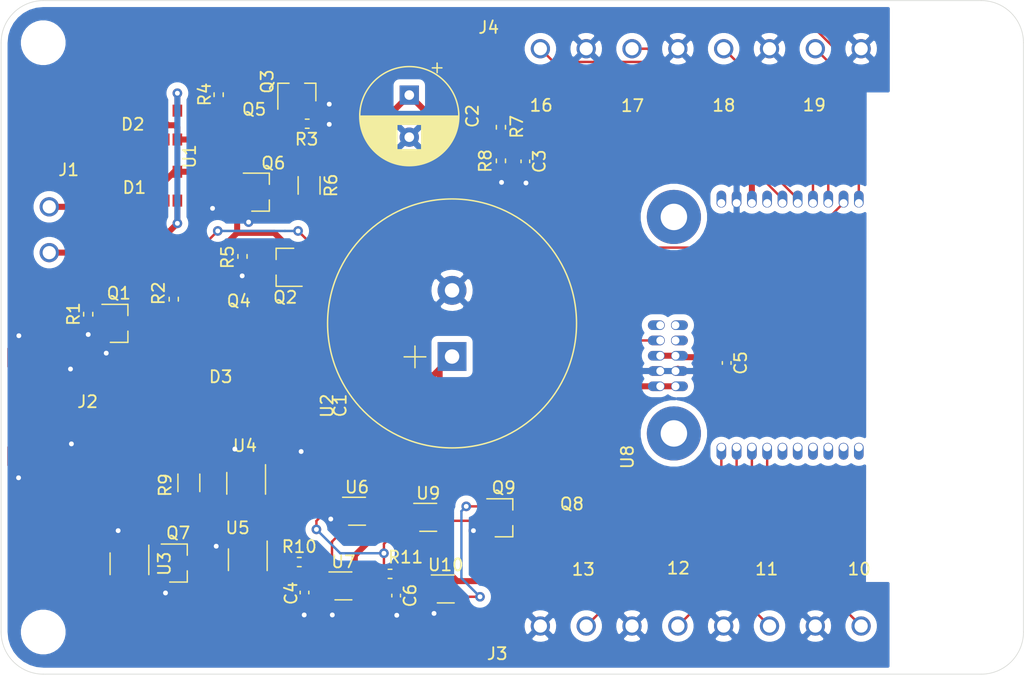
<source format=kicad_pcb>
(kicad_pcb (version 20171130) (host pcbnew "(5.1.8-0-10_14)")

  (general
    (thickness 1.6)
    (drawings 16)
    (tracks 300)
    (zones 0)
    (modules 47)
    (nets 60)
  )

  (page A4)
  (layers
    (0 F.Cu signal)
    (31 B.Cu signal)
    (32 B.Adhes user)
    (33 F.Adhes user)
    (34 B.Paste user)
    (35 F.Paste user)
    (36 B.SilkS user)
    (37 F.SilkS user)
    (38 B.Mask user)
    (39 F.Mask user)
    (40 Dwgs.User user)
    (41 Cmts.User user)
    (42 Eco1.User user)
    (43 Eco2.User user)
    (44 Edge.Cuts user)
    (45 Margin user)
    (46 B.CrtYd user)
    (47 F.CrtYd user)
    (48 B.Fab user)
    (49 F.Fab user hide)
  )

  (setup
    (last_trace_width 0.25)
    (user_trace_width 0.2)
    (user_trace_width 0.5)
    (trace_clearance 0.2)
    (zone_clearance 0.508)
    (zone_45_only no)
    (trace_min 0.2)
    (via_size 0.8)
    (via_drill 0.4)
    (via_min_size 0.4)
    (via_min_drill 0.3)
    (uvia_size 0.3)
    (uvia_drill 0.1)
    (uvias_allowed no)
    (uvia_min_size 0.2)
    (uvia_min_drill 0.1)
    (edge_width 0.05)
    (segment_width 0.2)
    (pcb_text_width 0.3)
    (pcb_text_size 1.5 1.5)
    (mod_edge_width 0.12)
    (mod_text_size 1 1)
    (mod_text_width 0.15)
    (pad_size 1.524 1.524)
    (pad_drill 0.762)
    (pad_to_mask_clearance 0)
    (aux_axis_origin 0 0)
    (visible_elements FFFFFF7F)
    (pcbplotparams
      (layerselection 0x010fc_ffffffff)
      (usegerberextensions false)
      (usegerberattributes true)
      (usegerberadvancedattributes true)
      (creategerberjobfile true)
      (excludeedgelayer true)
      (linewidth 0.100000)
      (plotframeref false)
      (viasonmask false)
      (mode 1)
      (useauxorigin false)
      (hpglpennumber 1)
      (hpglpenspeed 20)
      (hpglpendiameter 15.000000)
      (psnegative false)
      (psa4output false)
      (plotreference true)
      (plotvalue true)
      (plotinvisibletext false)
      (padsonsilk false)
      (subtractmaskfromsilk false)
      (outputformat 1)
      (mirror false)
      (drillshape 1)
      (scaleselection 1)
      (outputdirectory ""))
  )

  (net 0 "")
  (net 1 GND)
  (net 2 "Net-(C1-Pad1)")
  (net 3 "Net-(C2-Pad1)")
  (net 4 "Net-(C4-Pad1)")
  (net 5 /LDO3V)
  (net 6 "Net-(C6-Pad1)")
  (net 7 "Net-(D1-Pad5)")
  (net 8 "Net-(D1-Pad3)")
  (net 9 VPP)
  (net 10 /VDDIN)
  (net 11 /VDDUSB)
  (net 12 "Net-(J2-Pad4)")
  (net 13 "Net-(J2-Pad3)")
  (net 14 "Net-(J2-Pad2)")
  (net 15 "Net-(Q1-Pad3)")
  (net 16 /3)
  (net 17 "Net-(Q2-Pad3)")
  (net 18 "Net-(Q3-Pad3)")
  (net 19 /2)
  (net 20 "Net-(Q6-Pad3)")
  (net 21 "Net-(Q7-Pad3)")
  (net 22 "Net-(Q7-Pad1)")
  (net 23 "Net-(Q8-Pad1)")
  (net 24 /TEST1N)
  (net 25 "Net-(Q9-Pad1)")
  (net 26 "Net-(R10-Pad2)")
  (net 27 "Net-(R11-Pad2)")
  (net 28 "Net-(U3-Pad5)")
  (net 29 "Net-(U4-Pad5)")
  (net 30 "Net-(U4-Pad1)")
  (net 31 "Net-(U5-Pad5)")
  (net 32 "Net-(U6-Pad4)")
  (net 33 /0)
  (net 34 /TEST0)
  (net 35 /1)
  (net 36 /13)
  (net 37 /12)
  (net 38 /11)
  (net 39 /10)
  (net 40 /9)
  (net 41 /8)
  (net 42 /7)
  (net 43 /6)
  (net 44 /14)
  (net 45 /15)
  (net 46 /16)
  (net 47 /17)
  (net 48 /18)
  (net 49 /19)
  (net 50 /5)
  (net 51 /4)
  (net 52 "Net-(U9-Pad3)")
  (net 53 "Net-(U9-Pad1)")
  (net 54 "Net-(J5-Pad1)")
  (net 55 "Net-(J6-Pad1)")
  (net 56 "Net-(J7-Pad1)")
  (net 57 "Net-(J8-Pad1)")
  (net 58 "Net-(D3-Pad1)")
  (net 59 "Net-(U8-Pad29)")

  (net_class Default "This is the default net class."
    (clearance 0.2)
    (trace_width 0.25)
    (via_dia 0.8)
    (via_drill 0.4)
    (uvia_dia 0.3)
    (uvia_drill 0.1)
    (add_net /0)
    (add_net /1)
    (add_net /10)
    (add_net /11)
    (add_net /12)
    (add_net /13)
    (add_net /14)
    (add_net /15)
    (add_net /16)
    (add_net /17)
    (add_net /18)
    (add_net /19)
    (add_net /2)
    (add_net /3)
    (add_net /4)
    (add_net /5)
    (add_net /6)
    (add_net /7)
    (add_net /8)
    (add_net /9)
    (add_net /LDO3V)
    (add_net /TEST0)
    (add_net /TEST1N)
    (add_net /VDDIN)
    (add_net /VDDUSB)
    (add_net GND)
    (add_net "Net-(C1-Pad1)")
    (add_net "Net-(C2-Pad1)")
    (add_net "Net-(C4-Pad1)")
    (add_net "Net-(C6-Pad1)")
    (add_net "Net-(D1-Pad3)")
    (add_net "Net-(D1-Pad5)")
    (add_net "Net-(D3-Pad1)")
    (add_net "Net-(J2-Pad2)")
    (add_net "Net-(J2-Pad3)")
    (add_net "Net-(J2-Pad4)")
    (add_net "Net-(J5-Pad1)")
    (add_net "Net-(J6-Pad1)")
    (add_net "Net-(J7-Pad1)")
    (add_net "Net-(J8-Pad1)")
    (add_net "Net-(Q1-Pad3)")
    (add_net "Net-(Q2-Pad3)")
    (add_net "Net-(Q3-Pad3)")
    (add_net "Net-(Q6-Pad3)")
    (add_net "Net-(Q7-Pad1)")
    (add_net "Net-(Q7-Pad3)")
    (add_net "Net-(Q8-Pad1)")
    (add_net "Net-(Q9-Pad1)")
    (add_net "Net-(R10-Pad2)")
    (add_net "Net-(R11-Pad2)")
    (add_net "Net-(U3-Pad5)")
    (add_net "Net-(U4-Pad1)")
    (add_net "Net-(U4-Pad5)")
    (add_net "Net-(U5-Pad5)")
    (add_net "Net-(U6-Pad4)")
    (add_net "Net-(U8-Pad29)")
    (add_net "Net-(U9-Pad1)")
    (add_net "Net-(U9-Pad3)")
    (add_net VPP)
  )

  (module ROHM:SOT-346T (layer F.Cu) (tedit 5FD5D1B6) (tstamp 6031314E)
    (at 210.981 101.539 270)
    (path /6043480D)
    (fp_text reference Q8 (at -2.54 -0.3048 180) (layer F.SilkS)
      (effects (font (size 1 1) (thickness 0.15)))
    )
    (fp_text value RQ5A040ZP (at 0 2.54 90) (layer F.Fab)
      (effects (font (size 1 1) (thickness 0.15)))
    )
    (fp_line (start -1.45 -0.825) (end 1.45 -0.825) (layer F.Fab) (width 0.12))
    (fp_line (start 1.45 0.825) (end 1.45 -0.825) (layer F.Fab) (width 0.12))
    (fp_line (start 1.45 0.825) (end -1.45 0.825) (layer F.Fab) (width 0.12))
    (fp_line (start -1.45 0.825) (end -1.45 -0.825) (layer F.Fab) (width 0.12))
    (pad 1 smd rect (at -0.95 1.05 90) (size 0.7 0.9) (layers F.Cu F.Paste F.Mask)
      (net 23 "Net-(Q8-Pad1)") (zone_connect 0))
    (pad 2 smd rect (at 0.95 1.05 90) (size 0.7 0.9) (layers F.Cu F.Paste F.Mask)
      (net 2 "Net-(C1-Pad1)") (zone_connect 0))
    (pad 3 smd rect (at 0 -1.05 90) (size 0.7 0.9) (layers F.Cu F.Paste F.Mask)
      (net 10 /VDDIN) (zone_connect 0))
  )

  (module lazurite_footprint:CP_Radial_D20.5mm_P5.50mm (layer F.Cu) (tedit 6031A4C0) (tstamp 6032412A)
    (at 201.3204 86.741 90)
    (descr "CP, Radial series, Radial, pin pitch=7.50mm, , diameter=18mm, Electrolytic Capacitor")
    (tags "CP Radial series Radial pin pitch 7.50mm  diameter 18mm Electrolytic Capacitor")
    (path /603BB4FC)
    (fp_text reference C1 (at -4.0758 -9.2964 90) (layer F.SilkS)
      (effects (font (size 1 1) (thickness 0.15)))
    )
    (fp_text value 1F (at 3.75 10.25 90) (layer F.Fab)
      (effects (font (size 1 1) (thickness 0.15)))
    )
    (fp_circle (center 2.75 0) (end 13 0) (layer F.Fab) (width 0.1))
    (fp_circle (center 2.75 0) (end 13.1 0) (layer F.SilkS) (width 0.12))
    (fp_circle (center 2.75 0) (end 13.2 0) (layer F.CrtYd) (width 0.05))
    (fp_line (start -0.939271 -3.0585) (end 0.860729 -3.0585) (layer F.Fab) (width 0.1))
    (fp_line (start -0.039271 -3.9585) (end -0.039271 -2.1585) (layer F.Fab) (width 0.1))
    (fp_line (start -0.92944 -3.083) (end 0.87056 -3.083) (layer F.SilkS) (width 0.12))
    (fp_line (start -0.02944 -3.983) (end -0.02944 -2.183) (layer F.SilkS) (width 0.12))
    (fp_text user %R (at 3.75 0 90) (layer F.Fab)
      (effects (font (size 1 1) (thickness 0.15)))
    )
    (pad 2 thru_hole circle (at 5.5 0 90) (size 2.4 2.4) (drill 1.2) (layers *.Cu *.Mask)
      (net 1 GND))
    (pad 1 thru_hole rect (at 0 0 90) (size 2.4 2.4) (drill 1.2) (layers *.Cu *.Mask)
      (net 2 "Net-(C1-Pad1)"))
    (model ${KISYS3DMOD}/Capacitor_THT.3dshapes/CP_Radial_D18.0mm_P7.50mm.wrl
      (at (xyz 0 0 0))
      (scale (xyz 1 1 1))
      (rotate (xyz 0 0 0))
    )
  )

  (module Resistor_SMD:R_1206_3216Metric (layer F.Cu) (tedit 5F68FEEE) (tstamp 603135AB)
    (at 189.4332 72.517 270)
    (descr "Resistor SMD 1206 (3216 Metric), square (rectangular) end terminal, IPC_7351 nominal, (Body size source: IPC-SM-782 page 72, https://www.pcb-3d.com/wordpress/wp-content/uploads/ipc-sm-782a_amendment_1_and_2.pdf), generated with kicad-footprint-generator")
    (tags resistor)
    (path /60349923)
    (attr smd)
    (fp_text reference R6 (at 0 -1.82 90) (layer F.SilkS)
      (effects (font (size 1 1) (thickness 0.15)))
    )
    (fp_text value MCR18EZP100 (at 0 1.82 90) (layer F.Fab)
      (effects (font (size 1 1) (thickness 0.15)))
    )
    (fp_line (start 2.28 1.12) (end -2.28 1.12) (layer F.CrtYd) (width 0.05))
    (fp_line (start 2.28 -1.12) (end 2.28 1.12) (layer F.CrtYd) (width 0.05))
    (fp_line (start -2.28 -1.12) (end 2.28 -1.12) (layer F.CrtYd) (width 0.05))
    (fp_line (start -2.28 1.12) (end -2.28 -1.12) (layer F.CrtYd) (width 0.05))
    (fp_line (start -0.727064 0.91) (end 0.727064 0.91) (layer F.SilkS) (width 0.12))
    (fp_line (start -0.727064 -0.91) (end 0.727064 -0.91) (layer F.SilkS) (width 0.12))
    (fp_line (start 1.6 0.8) (end -1.6 0.8) (layer F.Fab) (width 0.1))
    (fp_line (start 1.6 -0.8) (end 1.6 0.8) (layer F.Fab) (width 0.1))
    (fp_line (start -1.6 -0.8) (end 1.6 -0.8) (layer F.Fab) (width 0.1))
    (fp_line (start -1.6 0.8) (end -1.6 -0.8) (layer F.Fab) (width 0.1))
    (fp_text user %R (at 0 0 90) (layer F.Fab)
      (effects (font (size 0.8 0.8) (thickness 0.12)))
    )
    (pad 2 smd roundrect (at 1.4625 0 270) (size 1.125 1.75) (layers F.Cu F.Paste F.Mask) (roundrect_rratio 0.222222)
      (net 20 "Net-(Q6-Pad3)"))
    (pad 1 smd roundrect (at -1.4625 0 270) (size 1.125 1.75) (layers F.Cu F.Paste F.Mask) (roundrect_rratio 0.222222)
      (net 3 "Net-(C2-Pad1)"))
    (model ${KISYS3DMOD}/Resistor_SMD.3dshapes/R_1206_3216Metric.wrl
      (at (xyz 0 0 0))
      (scale (xyz 1 1 1))
      (rotate (xyz 0 0 0))
    )
  )

  (module Resistor_SMD:R_1206_3216Metric (layer F.Cu) (tedit 5F68FEEE) (tstamp 603248FF)
    (at 179.4383 97.2439 270)
    (descr "Resistor SMD 1206 (3216 Metric), square (rectangular) end terminal, IPC_7351 nominal, (Body size source: IPC-SM-782 page 72, https://www.pcb-3d.com/wordpress/wp-content/uploads/ipc-sm-782a_amendment_1_and_2.pdf), generated with kicad-footprint-generator")
    (tags resistor)
    (path /603BC8DB)
    (attr smd)
    (fp_text reference R9 (at 0.1905 1.9685 90) (layer F.SilkS)
      (effects (font (size 1 1) (thickness 0.15)))
    )
    (fp_text value MCR18EZP101 (at 0 1.82 90) (layer F.Fab)
      (effects (font (size 1 1) (thickness 0.15)))
    )
    (fp_line (start 2.28 1.12) (end -2.28 1.12) (layer F.CrtYd) (width 0.05))
    (fp_line (start 2.28 -1.12) (end 2.28 1.12) (layer F.CrtYd) (width 0.05))
    (fp_line (start -2.28 -1.12) (end 2.28 -1.12) (layer F.CrtYd) (width 0.05))
    (fp_line (start -2.28 1.12) (end -2.28 -1.12) (layer F.CrtYd) (width 0.05))
    (fp_line (start -0.727064 0.91) (end 0.727064 0.91) (layer F.SilkS) (width 0.12))
    (fp_line (start -0.727064 -0.91) (end 0.727064 -0.91) (layer F.SilkS) (width 0.12))
    (fp_line (start 1.6 0.8) (end -1.6 0.8) (layer F.Fab) (width 0.1))
    (fp_line (start 1.6 -0.8) (end 1.6 0.8) (layer F.Fab) (width 0.1))
    (fp_line (start -1.6 -0.8) (end 1.6 -0.8) (layer F.Fab) (width 0.1))
    (fp_line (start -1.6 0.8) (end -1.6 -0.8) (layer F.Fab) (width 0.1))
    (fp_text user %R (at 0 0 90) (layer F.Fab)
      (effects (font (size 0.8 0.8) (thickness 0.12)))
    )
    (pad 2 smd roundrect (at 1.4625 0 270) (size 1.125 1.75) (layers F.Cu F.Paste F.Mask) (roundrect_rratio 0.222222)
      (net 21 "Net-(Q7-Pad3)"))
    (pad 1 smd roundrect (at -1.4625 0 270) (size 1.125 1.75) (layers F.Cu F.Paste F.Mask) (roundrect_rratio 0.222222)
      (net 2 "Net-(C1-Pad1)"))
    (model ${KISYS3DMOD}/Resistor_SMD.3dshapes/R_1206_3216Metric.wrl
      (at (xyz 0 0 0))
      (scale (xyz 1 1 1))
      (rotate (xyz 0 0 0))
    )
  )

  (module MountingHole:MountingHole_2.7mm_M2.5 (layer F.Cu) (tedit 56D1B4CB) (tstamp 60312F8A)
    (at 245.33 60.65)
    (descr "Mounting Hole 2.7mm, no annular, M2.5")
    (tags "mounting hole 2.7mm no annular m2.5")
    (path /60C0A58E)
    (attr virtual)
    (fp_text reference J8 (at 0 -3.7) (layer F.SilkS) hide
      (effects (font (size 1 1) (thickness 0.15)))
    )
    (fp_text value Conn_01x01_Female (at 0 3.7) (layer F.Fab)
      (effects (font (size 1 1) (thickness 0.15)))
    )
    (fp_circle (center 0 0) (end 2.95 0) (layer F.CrtYd) (width 0.05))
    (fp_circle (center 0 0) (end 2.7 0) (layer Cmts.User) (width 0.15))
    (fp_text user %R (at 0.3 0) (layer F.Fab)
      (effects (font (size 1 1) (thickness 0.15)))
    )
    (pad 1 np_thru_hole circle (at 0 0) (size 2.7 2.7) (drill 2.7) (layers *.Cu *.Mask)
      (net 57 "Net-(J8-Pad1)"))
  )

  (module MountingHole:MountingHole_2.7mm_M2.5 (layer F.Cu) (tedit 56D1B4CB) (tstamp 6031232E)
    (at 167.33 60.65)
    (descr "Mounting Hole 2.7mm, no annular, M2.5")
    (tags "mounting hole 2.7mm no annular m2.5")
    (path /60C09F4E)
    (attr virtual)
    (fp_text reference J7 (at 0 -3.7) (layer F.SilkS) hide
      (effects (font (size 1 1) (thickness 0.15)))
    )
    (fp_text value Conn_01x01_Female (at 0 3.7) (layer F.Fab)
      (effects (font (size 1 1) (thickness 0.15)))
    )
    (fp_circle (center 0 0) (end 2.95 0) (layer F.CrtYd) (width 0.05))
    (fp_circle (center 0 0) (end 2.7 0) (layer Cmts.User) (width 0.15))
    (fp_text user %R (at 0.3 0) (layer F.Fab)
      (effects (font (size 1 1) (thickness 0.15)))
    )
    (pad 1 np_thru_hole circle (at 0 0) (size 2.7 2.7) (drill 2.7) (layers *.Cu *.Mask)
      (net 56 "Net-(J7-Pad1)"))
  )

  (module MountingHole:MountingHole_2.7mm_M2.5 (layer F.Cu) (tedit 56D1B4CB) (tstamp 60313042)
    (at 167.33 109.65)
    (descr "Mounting Hole 2.7mm, no annular, M2.5")
    (tags "mounting hole 2.7mm no annular m2.5")
    (path /60C09BAE)
    (attr virtual)
    (fp_text reference J6 (at 0 -3.7) (layer F.SilkS) hide
      (effects (font (size 1 1) (thickness 0.15)))
    )
    (fp_text value Conn_01x01_Female (at 0 3.7) (layer F.Fab)
      (effects (font (size 1 1) (thickness 0.15)))
    )
    (fp_circle (center 0 0) (end 2.95 0) (layer F.CrtYd) (width 0.05))
    (fp_circle (center 0 0) (end 2.7 0) (layer Cmts.User) (width 0.15))
    (fp_text user %R (at 0.3 0) (layer F.Fab)
      (effects (font (size 1 1) (thickness 0.15)))
    )
    (pad 1 np_thru_hole circle (at 0 0) (size 2.7 2.7) (drill 2.7) (layers *.Cu *.Mask)
      (net 55 "Net-(J6-Pad1)"))
  )

  (module MountingHole:MountingHole_2.7mm_M2.5 (layer F.Cu) (tedit 56D1B4CB) (tstamp 60313015)
    (at 245.33 109.65)
    (descr "Mounting Hole 2.7mm, no annular, M2.5")
    (tags "mounting hole 2.7mm no annular m2.5")
    (path /60C07198)
    (attr virtual)
    (fp_text reference J5 (at 0 -3.7) (layer F.SilkS) hide
      (effects (font (size 1 1) (thickness 0.15)))
    )
    (fp_text value Conn_01x01_Female (at 0 3.7) (layer F.Fab)
      (effects (font (size 1 1) (thickness 0.15)))
    )
    (fp_circle (center 0 0) (end 2.95 0) (layer F.CrtYd) (width 0.05))
    (fp_circle (center 0 0) (end 2.7 0) (layer Cmts.User) (width 0.15))
    (fp_text user %R (at 0.3 0) (layer F.Fab)
      (effects (font (size 1 1) (thickness 0.15)))
    )
    (pad 1 np_thru_hole circle (at 0 0) (size 2.7 2.7) (drill 2.7) (layers *.Cu *.Mask)
      (net 54 "Net-(J5-Pad1)"))
  )

  (module Package_TO_SOT_SMD:SOT-353_SC-70-5 (layer F.Cu) (tedit 5A02FF57) (tstamp 60313275)
    (at 200.7972 106.0681)
    (descr "SOT-353, SC-70-5")
    (tags "SOT-353 SC-70-5")
    (path /604E83D9)
    (attr smd)
    (fp_text reference U10 (at 0 -2) (layer F.SilkS)
      (effects (font (size 1 1) (thickness 0.15)))
    )
    (fp_text value TC7SZ00FU (at 0 2 180) (layer F.Fab)
      (effects (font (size 1 1) (thickness 0.15)))
    )
    (fp_line (start -0.175 -1.1) (end -0.675 -0.6) (layer F.Fab) (width 0.1))
    (fp_line (start 0.675 1.1) (end -0.675 1.1) (layer F.Fab) (width 0.1))
    (fp_line (start 0.675 -1.1) (end 0.675 1.1) (layer F.Fab) (width 0.1))
    (fp_line (start -1.6 1.4) (end 1.6 1.4) (layer F.CrtYd) (width 0.05))
    (fp_line (start -0.675 -0.6) (end -0.675 1.1) (layer F.Fab) (width 0.1))
    (fp_line (start 0.675 -1.1) (end -0.175 -1.1) (layer F.Fab) (width 0.1))
    (fp_line (start -1.6 -1.4) (end 1.6 -1.4) (layer F.CrtYd) (width 0.05))
    (fp_line (start -1.6 -1.4) (end -1.6 1.4) (layer F.CrtYd) (width 0.05))
    (fp_line (start 1.6 1.4) (end 1.6 -1.4) (layer F.CrtYd) (width 0.05))
    (fp_line (start -0.7 1.16) (end 0.7 1.16) (layer F.SilkS) (width 0.12))
    (fp_line (start 0.7 -1.16) (end -1.2 -1.16) (layer F.SilkS) (width 0.12))
    (fp_text user %R (at 0 0 90) (layer F.Fab)
      (effects (font (size 0.5 0.5) (thickness 0.075)))
    )
    (pad 5 smd rect (at 0.95 -0.65) (size 0.65 0.4) (layers F.Cu F.Paste F.Mask)
      (net 2 "Net-(C1-Pad1)"))
    (pad 4 smd rect (at 0.95 0.65) (size 0.65 0.4) (layers F.Cu F.Paste F.Mask)
      (net 25 "Net-(Q9-Pad1)"))
    (pad 2 smd rect (at -0.95 0) (size 0.65 0.4) (layers F.Cu F.Paste F.Mask)
      (net 6 "Net-(C6-Pad1)"))
    (pad 3 smd rect (at -0.95 0.65) (size 0.65 0.4) (layers F.Cu F.Paste F.Mask)
      (net 1 GND))
    (pad 1 smd rect (at -0.95 -0.65) (size 0.65 0.4) (layers F.Cu F.Paste F.Mask)
      (net 27 "Net-(R11-Pad2)"))
    (model ${KISYS3DMOD}/Package_TO_SOT_SMD.3dshapes/SOT-353_SC-70-5.wrl
      (at (xyz 0 0 0))
      (scale (xyz 1 1 1))
      (rotate (xyz 0 0 0))
    )
  )

  (module Package_TO_SOT_SMD:SOT-353_SC-70-5 (layer F.Cu) (tedit 5A02FF57) (tstamp 60312163)
    (at 199.3392 100.1141)
    (descr "SOT-353, SC-70-5")
    (tags "SOT-353 SC-70-5")
    (path /60440755)
    (attr smd)
    (fp_text reference U9 (at 0 -2) (layer F.SilkS)
      (effects (font (size 1 1) (thickness 0.15)))
    )
    (fp_text value TC7SZ04FU (at 0 2 180) (layer F.Fab)
      (effects (font (size 1 1) (thickness 0.15)))
    )
    (fp_line (start -0.175 -1.1) (end -0.675 -0.6) (layer F.Fab) (width 0.1))
    (fp_line (start 0.675 1.1) (end -0.675 1.1) (layer F.Fab) (width 0.1))
    (fp_line (start 0.675 -1.1) (end 0.675 1.1) (layer F.Fab) (width 0.1))
    (fp_line (start -1.6 1.4) (end 1.6 1.4) (layer F.CrtYd) (width 0.05))
    (fp_line (start -0.675 -0.6) (end -0.675 1.1) (layer F.Fab) (width 0.1))
    (fp_line (start 0.675 -1.1) (end -0.175 -1.1) (layer F.Fab) (width 0.1))
    (fp_line (start -1.6 -1.4) (end 1.6 -1.4) (layer F.CrtYd) (width 0.05))
    (fp_line (start -1.6 -1.4) (end -1.6 1.4) (layer F.CrtYd) (width 0.05))
    (fp_line (start 1.6 1.4) (end 1.6 -1.4) (layer F.CrtYd) (width 0.05))
    (fp_line (start -0.7 1.16) (end 0.7 1.16) (layer F.SilkS) (width 0.12))
    (fp_line (start 0.7 -1.16) (end -1.2 -1.16) (layer F.SilkS) (width 0.12))
    (fp_text user %R (at 0 0 90) (layer F.Fab)
      (effects (font (size 0.5 0.5) (thickness 0.075)))
    )
    (pad 5 smd rect (at 0.95 -0.65) (size 0.65 0.4) (layers F.Cu F.Paste F.Mask)
      (net 2 "Net-(C1-Pad1)"))
    (pad 4 smd rect (at 0.95 0.65) (size 0.65 0.4) (layers F.Cu F.Paste F.Mask)
      (net 23 "Net-(Q8-Pad1)"))
    (pad 2 smd rect (at -0.95 0) (size 0.65 0.4) (layers F.Cu F.Paste F.Mask)
      (net 27 "Net-(R11-Pad2)"))
    (pad 3 smd rect (at -0.95 0.65) (size 0.65 0.4) (layers F.Cu F.Paste F.Mask)
      (net 52 "Net-(U9-Pad3)"))
    (pad 1 smd rect (at -0.95 -0.65) (size 0.65 0.4) (layers F.Cu F.Paste F.Mask)
      (net 53 "Net-(U9-Pad1)"))
    (model ${KISYS3DMOD}/Package_TO_SOT_SMD.3dshapes/SOT-353_SC-70-5.wrl
      (at (xyz 0 0 0))
      (scale (xyz 1 1 1))
      (rotate (xyz 0 0 0))
    )
  )

  (module lazurite_footprint:920J (layer F.Cu) (tedit 5DC8EF59) (tstamp 60314FB9)
    (at 235.1405 84.1375 90)
    (path /6036359A)
    (attr smd)
    (fp_text reference U8 (at -10.9601 -19.2405 90) (layer F.SilkS)
      (effects (font (size 1 1) (thickness 0.15)))
    )
    (fp_text value Lazurite_920J (at -1.27 -6.35 90) (layer F.Fab)
      (effects (font (size 1 1) (thickness 0.15)))
    )
    (fp_line (start 12 0) (end 12 13.625) (layer Dwgs.User) (width 0.12))
    (fp_line (start -12 13.625) (end 12 13.625) (layer Dwgs.User) (width 0.12))
    (fp_line (start -12 0) (end -12 13.625) (layer Dwgs.User) (width 0.12))
    (fp_line (start 12 -18.375) (end 12 0) (layer Dwgs.User) (width 0.12))
    (fp_line (start -12 -18.375) (end 12 -18.375) (layer Dwgs.User) (width 0.12))
    (fp_line (start -12 -18.375) (end -12 0) (layer Dwgs.User) (width 0.12))
    (pad "" thru_hole circle (at 9 -15.375 270) (size 4.5 4.5) (drill 2.2) (layers *.Cu *.Mask))
    (pad "" thru_hole circle (at -9 -15.375 270) (size 4.5 4.5) (drill 2.2) (layers *.Cu *.Mask))
    (pad 0 thru_hole oval (at 0 -15.24 90) (size 0.8 1.4) (drill 0.65 (offset 0 0.325)) (layers *.Cu *.Mask)
      (net 33 /0))
    (pad 27 thru_hole oval (at -1.27 -15.24 90) (size 0.8 1.4) (drill 0.65 (offset 0 0.325)) (layers *.Cu *.Mask)
      (net 34 /TEST0))
    (pad 25 thru_hole oval (at -2.54 -15.24 90) (size 0.8 1.4) (drill 0.65 (offset 0 0.325)) (layers *.Cu *.Mask)
      (net 5 /LDO3V))
    (pad 23 thru_hole oval (at -3.81 -15.24 90) (size 0.8 1.4) (drill 0.65 (offset 0 0.325)) (layers *.Cu *.Mask)
      (net 1 GND))
    (pad 21 thru_hole oval (at -5.08 -15.24 90) (size 0.8 1.4) (drill 0.65 (offset 0 0.325)) (layers *.Cu *.Mask)
      (net 10 /VDDIN))
    (pad 1 thru_hole oval (at 0 -16.51 270) (size 0.8 1.4) (drill 0.65 (offset 0 0.325)) (layers *.Cu *.Mask)
      (net 35 /1))
    (pad 26 thru_hole oval (at -1.27 -16.51 270) (size 0.8 1.4) (drill 0.65 (offset 0 0.325)) (layers *.Cu *.Mask)
      (net 24 /TEST1N))
    (pad 24 thru_hole oval (at -2.54 -16.51 270) (size 0.8 1.4) (drill 0.65 (offset 0 0.325)) (layers *.Cu *.Mask)
      (net 5 /LDO3V))
    (pad 22 thru_hole oval (at -3.81 -16.51 270) (size 0.8 1.4) (drill 0.65 (offset 0 0.325)) (layers *.Cu *.Mask)
      (net 1 GND))
    (pad 20 thru_hole oval (at -5.08 -16.51 270) (size 0.8 1.4) (drill 0.65 (offset 0 0.325)) (layers *.Cu *.Mask)
      (net 10 /VDDIN))
    (pad 13 thru_hole oval (at -10.16 -11.43) (size 0.8 1.4) (drill 0.65 (offset 0 0.325)) (layers *.Cu *.Mask)
      (net 36 /13))
    (pad 12 thru_hole oval (at -10.16 -10.16) (size 0.8 1.4) (drill 0.65 (offset 0 0.325)) (layers *.Cu *.Mask)
      (net 37 /12))
    (pad 11 thru_hole oval (at -10.16 -8.89) (size 0.8 1.4) (drill 0.65 (offset 0 0.325)) (layers *.Cu *.Mask)
      (net 38 /11))
    (pad 10 thru_hole oval (at -10.16 -7.62) (size 0.8 1.4) (drill 0.65 (offset 0 0.325)) (layers *.Cu *.Mask)
      (net 39 /10))
    (pad 9 thru_hole oval (at -10.16 -6.35) (size 0.8 1.4) (drill 0.65 (offset 0 0.325)) (layers *.Cu *.Mask)
      (net 40 /9))
    (pad 8 thru_hole oval (at -10.16 -5.08) (size 0.8 1.4) (drill 0.65 (offset 0 0.325)) (layers *.Cu *.Mask)
      (net 41 /8))
    (pad 7 thru_hole oval (at -10.16 -3.81) (size 0.8 1.4) (drill 0.65 (offset 0 0.325)) (layers *.Cu *.Mask)
      (net 42 /7))
    (pad 6 thru_hole oval (at -10.16 -2.54) (size 0.8 1.4) (drill 0.65 (offset 0 0.325)) (layers *.Cu *.Mask)
      (net 43 /6))
    (pad 29 thru_hole oval (at 10.16 -11.43 180) (size 0.8 1.4) (drill 0.65 (offset 0 0.325)) (layers *.Cu *.Mask)
      (net 59 "Net-(U8-Pad29)"))
    (pad 28 thru_hole oval (at 10.16 -10.16 180) (size 0.8 1.4) (drill 0.65 (offset 0 0.325)) (layers *.Cu *.Mask)
      (net 1 GND))
    (pad 14 thru_hole oval (at 10.16 -8.89 180) (size 0.8 1.4) (drill 0.65 (offset 0 0.325)) (layers *.Cu *.Mask)
      (net 44 /14))
    (pad 15 thru_hole oval (at 10.16 -7.62 180) (size 0.8 1.4) (drill 0.65 (offset 0 0.325)) (layers *.Cu *.Mask)
      (net 45 /15))
    (pad 16 thru_hole oval (at 10.16 -6.35 180) (size 0.8 1.4) (drill 0.65 (offset 0 0.325)) (layers *.Cu *.Mask)
      (net 46 /16))
    (pad 17 thru_hole oval (at 10.16 -5.08 180) (size 0.8 1.4) (drill 0.65 (offset 0 0.325)) (layers *.Cu *.Mask)
      (net 47 /17))
    (pad 18 thru_hole oval (at 10.16 -3.81 180) (size 0.8 1.4) (drill 0.65 (offset 0 0.325)) (layers *.Cu *.Mask)
      (net 48 /18))
    (pad 19 thru_hole oval (at 10.16 -2.54 180) (size 0.8 1.4) (drill 0.65 (offset 0 0.325)) (layers *.Cu *.Mask)
      (net 49 /19))
    (pad 3 thru_hole oval (at 10.16 -1.27 180) (size 0.8 1.4) (drill 0.65 (offset 0 0.325)) (layers *.Cu *.Mask)
      (net 16 /3))
    (pad 2 thru_hole oval (at 10.16 0 180) (size 0.8 1.4) (drill 0.65 (offset 0 0.325)) (layers *.Cu *.Mask)
      (net 19 /2))
    (pad 5 thru_hole oval (at -10.16 -1.27) (size 0.8 1.4) (drill 0.65 (offset 0 0.325)) (layers *.Cu *.Mask)
      (net 50 /5))
    (pad 4 thru_hole oval (at -10.16 0) (size 0.8 1.4) (drill 0.65 (offset 0 0.325)) (layers *.Cu *.Mask)
      (net 51 /4))
  )

  (module Package_TO_SOT_SMD:SOT-353_SC-70-5 (layer F.Cu) (tedit 5A02FF57) (tstamp 60313DCA)
    (at 192.2882 105.8141)
    (descr "SOT-353, SC-70-5")
    (tags "SOT-353 SC-70-5")
    (path /6044AE11)
    (attr smd)
    (fp_text reference U7 (at 0 -2) (layer F.SilkS)
      (effects (font (size 1 1) (thickness 0.15)))
    )
    (fp_text value TC7SZ08FU (at 0 2 180) (layer F.Fab)
      (effects (font (size 1 1) (thickness 0.15)))
    )
    (fp_line (start -0.175 -1.1) (end -0.675 -0.6) (layer F.Fab) (width 0.1))
    (fp_line (start 0.675 1.1) (end -0.675 1.1) (layer F.Fab) (width 0.1))
    (fp_line (start 0.675 -1.1) (end 0.675 1.1) (layer F.Fab) (width 0.1))
    (fp_line (start -1.6 1.4) (end 1.6 1.4) (layer F.CrtYd) (width 0.05))
    (fp_line (start -0.675 -0.6) (end -0.675 1.1) (layer F.Fab) (width 0.1))
    (fp_line (start 0.675 -1.1) (end -0.175 -1.1) (layer F.Fab) (width 0.1))
    (fp_line (start -1.6 -1.4) (end 1.6 -1.4) (layer F.CrtYd) (width 0.05))
    (fp_line (start -1.6 -1.4) (end -1.6 1.4) (layer F.CrtYd) (width 0.05))
    (fp_line (start 1.6 1.4) (end 1.6 -1.4) (layer F.CrtYd) (width 0.05))
    (fp_line (start -0.7 1.16) (end 0.7 1.16) (layer F.SilkS) (width 0.12))
    (fp_line (start 0.7 -1.16) (end -1.2 -1.16) (layer F.SilkS) (width 0.12))
    (fp_text user %R (at 0 0 90) (layer F.Fab)
      (effects (font (size 0.5 0.5) (thickness 0.075)))
    )
    (pad 5 smd rect (at 0.95 -0.65) (size 0.65 0.4) (layers F.Cu F.Paste F.Mask)
      (net 2 "Net-(C1-Pad1)"))
    (pad 4 smd rect (at 0.95 0.65) (size 0.65 0.4) (layers F.Cu F.Paste F.Mask)
      (net 27 "Net-(R11-Pad2)"))
    (pad 2 smd rect (at -0.95 0) (size 0.65 0.4) (layers F.Cu F.Paste F.Mask)
      (net 4 "Net-(C4-Pad1)"))
    (pad 3 smd rect (at -0.95 0.65) (size 0.65 0.4) (layers F.Cu F.Paste F.Mask)
      (net 1 GND))
    (pad 1 smd rect (at -0.95 -0.65) (size 0.65 0.4) (layers F.Cu F.Paste F.Mask)
      (net 32 "Net-(U6-Pad4)"))
    (model ${KISYS3DMOD}/Package_TO_SOT_SMD.3dshapes/SOT-353_SC-70-5.wrl
      (at (xyz 0 0 0))
      (scale (xyz 1 1 1))
      (rotate (xyz 0 0 0))
    )
  )

  (module Package_TO_SOT_SMD:SOT-353_SC-70-5 (layer F.Cu) (tedit 5A02FF57) (tstamp 60310232)
    (at 193.421 99.6061)
    (descr "SOT-353, SC-70-5")
    (tags "SOT-353 SC-70-5")
    (path /6044BF8B)
    (attr smd)
    (fp_text reference U6 (at 0 -2) (layer F.SilkS)
      (effects (font (size 1 1) (thickness 0.15)))
    )
    (fp_text value TC7SZ32FU (at 0 2 180) (layer F.Fab)
      (effects (font (size 1 1) (thickness 0.15)))
    )
    (fp_line (start -0.175 -1.1) (end -0.675 -0.6) (layer F.Fab) (width 0.1))
    (fp_line (start 0.675 1.1) (end -0.675 1.1) (layer F.Fab) (width 0.1))
    (fp_line (start 0.675 -1.1) (end 0.675 1.1) (layer F.Fab) (width 0.1))
    (fp_line (start -1.6 1.4) (end 1.6 1.4) (layer F.CrtYd) (width 0.05))
    (fp_line (start -0.675 -0.6) (end -0.675 1.1) (layer F.Fab) (width 0.1))
    (fp_line (start 0.675 -1.1) (end -0.175 -1.1) (layer F.Fab) (width 0.1))
    (fp_line (start -1.6 -1.4) (end 1.6 -1.4) (layer F.CrtYd) (width 0.05))
    (fp_line (start -1.6 -1.4) (end -1.6 1.4) (layer F.CrtYd) (width 0.05))
    (fp_line (start 1.6 1.4) (end 1.6 -1.4) (layer F.CrtYd) (width 0.05))
    (fp_line (start -0.7 1.16) (end 0.7 1.16) (layer F.SilkS) (width 0.12))
    (fp_line (start 0.7 -1.16) (end -1.2 -1.16) (layer F.SilkS) (width 0.12))
    (fp_text user %R (at 0 0 90) (layer F.Fab)
      (effects (font (size 0.5 0.5) (thickness 0.075)))
    )
    (pad 5 smd rect (at 0.95 -0.65) (size 0.65 0.4) (layers F.Cu F.Paste F.Mask)
      (net 2 "Net-(C1-Pad1)"))
    (pad 4 smd rect (at 0.95 0.65) (size 0.65 0.4) (layers F.Cu F.Paste F.Mask)
      (net 32 "Net-(U6-Pad4)"))
    (pad 2 smd rect (at -0.95 0) (size 0.65 0.4) (layers F.Cu F.Paste F.Mask)
      (net 27 "Net-(R11-Pad2)"))
    (pad 3 smd rect (at -0.95 0.65) (size 0.65 0.4) (layers F.Cu F.Paste F.Mask)
      (net 1 GND))
    (pad 1 smd rect (at -0.95 -0.65) (size 0.65 0.4) (layers F.Cu F.Paste F.Mask)
      (net 30 "Net-(U4-Pad1)"))
    (model ${KISYS3DMOD}/Package_TO_SOT_SMD.3dshapes/SOT-353_SC-70-5.wrl
      (at (xyz 0 0 0))
      (scale (xyz 1 1 1))
      (rotate (xyz 0 0 0))
    )
  )

  (module Package_TO_SOT_SMD:SOT-23-5 (layer F.Cu) (tedit 5A02FF57) (tstamp 60324933)
    (at 184.338 103.6369 270)
    (descr "5-pin SOT23 package")
    (tags SOT-23-5)
    (path /604491F6)
    (attr smd)
    (fp_text reference U5 (at -2.6465 0.8484 180) (layer F.SilkS)
      (effects (font (size 1 1) (thickness 0.15)))
    )
    (fp_text value R3116x201C (at 0 2.9 90) (layer F.Fab)
      (effects (font (size 1 1) (thickness 0.15)))
    )
    (fp_line (start 0.9 -1.55) (end 0.9 1.55) (layer F.Fab) (width 0.1))
    (fp_line (start 0.9 1.55) (end -0.9 1.55) (layer F.Fab) (width 0.1))
    (fp_line (start -0.9 -0.9) (end -0.9 1.55) (layer F.Fab) (width 0.1))
    (fp_line (start 0.9 -1.55) (end -0.25 -1.55) (layer F.Fab) (width 0.1))
    (fp_line (start -0.9 -0.9) (end -0.25 -1.55) (layer F.Fab) (width 0.1))
    (fp_line (start -1.9 1.8) (end -1.9 -1.8) (layer F.CrtYd) (width 0.05))
    (fp_line (start 1.9 1.8) (end -1.9 1.8) (layer F.CrtYd) (width 0.05))
    (fp_line (start 1.9 -1.8) (end 1.9 1.8) (layer F.CrtYd) (width 0.05))
    (fp_line (start -1.9 -1.8) (end 1.9 -1.8) (layer F.CrtYd) (width 0.05))
    (fp_line (start 0.9 -1.61) (end -1.55 -1.61) (layer F.SilkS) (width 0.12))
    (fp_line (start -0.9 1.61) (end 0.9 1.61) (layer F.SilkS) (width 0.12))
    (fp_text user %R (at 0 0) (layer F.Fab)
      (effects (font (size 0.5 0.5) (thickness 0.075)))
    )
    (pad 5 smd rect (at 1.1 -0.95 270) (size 1.06 0.65) (layers F.Cu F.Paste F.Mask)
      (net 31 "Net-(U5-Pad5)"))
    (pad 4 smd rect (at 1.1 0.95 270) (size 1.06 0.65) (layers F.Cu F.Paste F.Mask))
    (pad 3 smd rect (at -1.1 0.95 270) (size 1.06 0.65) (layers F.Cu F.Paste F.Mask)
      (net 1 GND))
    (pad 2 smd rect (at -1.1 0 270) (size 1.06 0.65) (layers F.Cu F.Paste F.Mask)
      (net 2 "Net-(C1-Pad1)"))
    (pad 1 smd rect (at -1.1 -0.95 270) (size 1.06 0.65) (layers F.Cu F.Paste F.Mask)
      (net 26 "Net-(R10-Pad2)"))
    (model ${KISYS3DMOD}/Package_TO_SOT_SMD.3dshapes/SOT-23-5.wrl
      (at (xyz 0 0 0))
      (scale (xyz 1 1 1))
      (rotate (xyz 0 0 0))
    )
  )

  (module Package_TO_SOT_SMD:SOT-23-5 (layer F.Cu) (tedit 5A02FF57) (tstamp 6032496F)
    (at 184.2008 97.2869 270)
    (descr "5-pin SOT23 package")
    (tags SOT-23-5)
    (path /604DF754)
    (attr smd)
    (fp_text reference U4 (at -3.1291 0.1016 180) (layer F.SilkS)
      (effects (font (size 1 1) (thickness 0.15)))
    )
    (fp_text value R3116x301C (at 0 2.9 90) (layer F.Fab)
      (effects (font (size 1 1) (thickness 0.15)))
    )
    (fp_line (start 0.9 -1.55) (end 0.9 1.55) (layer F.Fab) (width 0.1))
    (fp_line (start 0.9 1.55) (end -0.9 1.55) (layer F.Fab) (width 0.1))
    (fp_line (start -0.9 -0.9) (end -0.9 1.55) (layer F.Fab) (width 0.1))
    (fp_line (start 0.9 -1.55) (end -0.25 -1.55) (layer F.Fab) (width 0.1))
    (fp_line (start -0.9 -0.9) (end -0.25 -1.55) (layer F.Fab) (width 0.1))
    (fp_line (start -1.9 1.8) (end -1.9 -1.8) (layer F.CrtYd) (width 0.05))
    (fp_line (start 1.9 1.8) (end -1.9 1.8) (layer F.CrtYd) (width 0.05))
    (fp_line (start 1.9 -1.8) (end 1.9 1.8) (layer F.CrtYd) (width 0.05))
    (fp_line (start -1.9 -1.8) (end 1.9 -1.8) (layer F.CrtYd) (width 0.05))
    (fp_line (start 0.9 -1.61) (end -1.55 -1.61) (layer F.SilkS) (width 0.12))
    (fp_line (start -0.9 1.61) (end 0.9 1.61) (layer F.SilkS) (width 0.12))
    (fp_text user %R (at 0 0) (layer F.Fab)
      (effects (font (size 0.5 0.5) (thickness 0.075)))
    )
    (pad 5 smd rect (at 1.1 -0.95 270) (size 1.06 0.65) (layers F.Cu F.Paste F.Mask)
      (net 29 "Net-(U4-Pad5)"))
    (pad 4 smd rect (at 1.1 0.95 270) (size 1.06 0.65) (layers F.Cu F.Paste F.Mask))
    (pad 3 smd rect (at -1.1 0.95 270) (size 1.06 0.65) (layers F.Cu F.Paste F.Mask)
      (net 1 GND))
    (pad 2 smd rect (at -1.1 0 270) (size 1.06 0.65) (layers F.Cu F.Paste F.Mask)
      (net 2 "Net-(C1-Pad1)"))
    (pad 1 smd rect (at -1.1 -0.95 270) (size 1.06 0.65) (layers F.Cu F.Paste F.Mask)
      (net 30 "Net-(U4-Pad1)"))
    (model ${KISYS3DMOD}/Package_TO_SOT_SMD.3dshapes/SOT-23-5.wrl
      (at (xyz 0 0 0))
      (scale (xyz 1 1 1))
      (rotate (xyz 0 0 0))
    )
  )

  (module Package_TO_SOT_SMD:SOT-23-5 (layer F.Cu) (tedit 5A02FF57) (tstamp 603249AB)
    (at 174.498 103.9749 270)
    (descr "5-pin SOT23 package")
    (tags SOT-23-5)
    (path /604483D8)
    (attr smd)
    (fp_text reference U3 (at 0 -2.9 90) (layer F.SilkS)
      (effects (font (size 1 1) (thickness 0.15)))
    )
    (fp_text value R3116x501C (at 0 2.9 90) (layer F.Fab)
      (effects (font (size 1 1) (thickness 0.15)))
    )
    (fp_line (start 0.9 -1.55) (end 0.9 1.55) (layer F.Fab) (width 0.1))
    (fp_line (start 0.9 1.55) (end -0.9 1.55) (layer F.Fab) (width 0.1))
    (fp_line (start -0.9 -0.9) (end -0.9 1.55) (layer F.Fab) (width 0.1))
    (fp_line (start 0.9 -1.55) (end -0.25 -1.55) (layer F.Fab) (width 0.1))
    (fp_line (start -0.9 -0.9) (end -0.25 -1.55) (layer F.Fab) (width 0.1))
    (fp_line (start -1.9 1.8) (end -1.9 -1.8) (layer F.CrtYd) (width 0.05))
    (fp_line (start 1.9 1.8) (end -1.9 1.8) (layer F.CrtYd) (width 0.05))
    (fp_line (start 1.9 -1.8) (end 1.9 1.8) (layer F.CrtYd) (width 0.05))
    (fp_line (start -1.9 -1.8) (end 1.9 -1.8) (layer F.CrtYd) (width 0.05))
    (fp_line (start 0.9 -1.61) (end -1.55 -1.61) (layer F.SilkS) (width 0.12))
    (fp_line (start -0.9 1.61) (end 0.9 1.61) (layer F.SilkS) (width 0.12))
    (fp_text user %R (at 0 0) (layer F.Fab)
      (effects (font (size 0.5 0.5) (thickness 0.075)))
    )
    (pad 5 smd rect (at 1.1 -0.95 270) (size 1.06 0.65) (layers F.Cu F.Paste F.Mask)
      (net 28 "Net-(U3-Pad5)"))
    (pad 4 smd rect (at 1.1 0.95 270) (size 1.06 0.65) (layers F.Cu F.Paste F.Mask))
    (pad 3 smd rect (at -1.1 0.95 270) (size 1.06 0.65) (layers F.Cu F.Paste F.Mask)
      (net 1 GND))
    (pad 2 smd rect (at -1.1 0 270) (size 1.06 0.65) (layers F.Cu F.Paste F.Mask)
      (net 2 "Net-(C1-Pad1)"))
    (pad 1 smd rect (at -1.1 -0.95 270) (size 1.06 0.65) (layers F.Cu F.Paste F.Mask)
      (net 22 "Net-(Q7-Pad1)"))
    (model ${KISYS3DMOD}/Package_TO_SOT_SMD.3dshapes/SOT-23-5.wrl
      (at (xyz 0 0 0))
      (scale (xyz 1 1 1))
      (rotate (xyz 0 0 0))
    )
  )

  (module ROHM:DO-214AC (layer F.Cu) (tedit 602F86DE) (tstamp 60311679)
    (at 188.7728 90.4068)
    (path /603CFD9C)
    (fp_text reference U2 (at 2.159 0.4318 90) (layer F.SilkS)
      (effects (font (size 1 1) (thickness 0.15)))
    )
    (fp_text value PTZTF6.2B (at 5.588 2.159) (layer F.Fab)
      (effects (font (size 1 1) (thickness 0.15)))
    )
    (fp_line (start -1.3 -2.25) (end -1.3 2.25) (layer F.Fab) (width 0.12))
    (fp_line (start 1.3 -2.25) (end -1.3 -2.25) (layer F.Fab) (width 0.12))
    (fp_line (start 1.3 2.25) (end 1.3 -2.25) (layer F.Fab) (width 0.12))
    (fp_line (start -1.3 2.25) (end 1.3 2.25) (layer F.Fab) (width 0.12))
    (pad 2 smd rect (at 0 2.1) (size 2 2) (layers F.Cu F.Paste F.Mask)
      (net 1 GND))
    (pad 1 smd rect (at 0 -2.1) (size 2 2) (layers F.Cu F.Paste F.Mask)
      (net 2 "Net-(C1-Pad1)"))
  )

  (module ROHM:DO-214AC (layer F.Cu) (tedit 602F86DE) (tstamp 60313213)
    (at 181.4195 70.3535)
    (path /60308312)
    (fp_text reference U1 (at -1.9177 -0.2495 90) (layer F.SilkS)
      (effects (font (size 1 1) (thickness 0.15)))
    )
    (fp_text value PTZTF6.2B (at 5.588 2.159) (layer F.Fab)
      (effects (font (size 1 1) (thickness 0.15)))
    )
    (fp_line (start -1.3 -2.25) (end -1.3 2.25) (layer F.Fab) (width 0.12))
    (fp_line (start 1.3 -2.25) (end -1.3 -2.25) (layer F.Fab) (width 0.12))
    (fp_line (start 1.3 2.25) (end 1.3 -2.25) (layer F.Fab) (width 0.12))
    (fp_line (start -1.3 2.25) (end 1.3 2.25) (layer F.Fab) (width 0.12))
    (pad 2 smd rect (at 0 2.1) (size 2 2) (layers F.Cu F.Paste F.Mask)
      (net 1 GND))
    (pad 1 smd rect (at 0 -2.1) (size 2 2) (layers F.Cu F.Paste F.Mask)
      (net 9 VPP))
  )

  (module Resistor_SMD:R_0402_1005Metric (layer F.Cu) (tedit 5F68FEEE) (tstamp 60313E02)
    (at 196.1662 104.8131 180)
    (descr "Resistor SMD 0402 (1005 Metric), square (rectangular) end terminal, IPC_7351 nominal, (Body size source: IPC-SM-782 page 72, https://www.pcb-3d.com/wordpress/wp-content/uploads/ipc-sm-782a_amendment_1_and_2.pdf), generated with kicad-footprint-generator")
    (tags resistor)
    (path /6050E24C)
    (attr smd)
    (fp_text reference R11 (at -1.2934 1.3843) (layer F.SilkS)
      (effects (font (size 1 1) (thickness 0.15)))
    )
    (fp_text value 100k (at 0 1.17) (layer F.Fab)
      (effects (font (size 1 1) (thickness 0.15)))
    )
    (fp_line (start 0.93 0.47) (end -0.93 0.47) (layer F.CrtYd) (width 0.05))
    (fp_line (start 0.93 -0.47) (end 0.93 0.47) (layer F.CrtYd) (width 0.05))
    (fp_line (start -0.93 -0.47) (end 0.93 -0.47) (layer F.CrtYd) (width 0.05))
    (fp_line (start -0.93 0.47) (end -0.93 -0.47) (layer F.CrtYd) (width 0.05))
    (fp_line (start -0.153641 0.38) (end 0.153641 0.38) (layer F.SilkS) (width 0.12))
    (fp_line (start -0.153641 -0.38) (end 0.153641 -0.38) (layer F.SilkS) (width 0.12))
    (fp_line (start 0.525 0.27) (end -0.525 0.27) (layer F.Fab) (width 0.1))
    (fp_line (start 0.525 -0.27) (end 0.525 0.27) (layer F.Fab) (width 0.1))
    (fp_line (start -0.525 -0.27) (end 0.525 -0.27) (layer F.Fab) (width 0.1))
    (fp_line (start -0.525 0.27) (end -0.525 -0.27) (layer F.Fab) (width 0.1))
    (fp_text user %R (at 0 0) (layer F.Fab)
      (effects (font (size 0.26 0.26) (thickness 0.04)))
    )
    (pad 2 smd roundrect (at 0.51 0 180) (size 0.54 0.64) (layers F.Cu F.Paste F.Mask) (roundrect_rratio 0.25)
      (net 27 "Net-(R11-Pad2)"))
    (pad 1 smd roundrect (at -0.51 0 180) (size 0.54 0.64) (layers F.Cu F.Paste F.Mask) (roundrect_rratio 0.25)
      (net 6 "Net-(C6-Pad1)"))
    (model ${KISYS3DMOD}/Resistor_SMD.3dshapes/R_0402_1005Metric.wrl
      (at (xyz 0 0 0))
      (scale (xyz 1 1 1))
      (rotate (xyz 0 0 0))
    )
  )

  (module Resistor_SMD:R_0402_1005Metric locked (layer F.Cu) (tedit 5F68FEEE) (tstamp 603131EA)
    (at 188.6184 103.8352 180)
    (descr "Resistor SMD 0402 (1005 Metric), square (rectangular) end terminal, IPC_7351 nominal, (Body size source: IPC-SM-782 page 72, https://www.pcb-3d.com/wordpress/wp-content/uploads/ipc-sm-782a_amendment_1_and_2.pdf), generated with kicad-footprint-generator")
    (tags resistor)
    (path /608F337B)
    (attr smd)
    (fp_text reference R10 (at 0.002 1.2827) (layer F.SilkS)
      (effects (font (size 1 1) (thickness 0.15)))
    )
    (fp_text value 100k (at 0 1.17) (layer F.Fab)
      (effects (font (size 1 1) (thickness 0.15)))
    )
    (fp_line (start 0.93 0.47) (end -0.93 0.47) (layer F.CrtYd) (width 0.05))
    (fp_line (start 0.93 -0.47) (end 0.93 0.47) (layer F.CrtYd) (width 0.05))
    (fp_line (start -0.93 -0.47) (end 0.93 -0.47) (layer F.CrtYd) (width 0.05))
    (fp_line (start -0.93 0.47) (end -0.93 -0.47) (layer F.CrtYd) (width 0.05))
    (fp_line (start -0.153641 0.38) (end 0.153641 0.38) (layer F.SilkS) (width 0.12))
    (fp_line (start -0.153641 -0.38) (end 0.153641 -0.38) (layer F.SilkS) (width 0.12))
    (fp_line (start 0.525 0.27) (end -0.525 0.27) (layer F.Fab) (width 0.1))
    (fp_line (start 0.525 -0.27) (end 0.525 0.27) (layer F.Fab) (width 0.1))
    (fp_line (start -0.525 -0.27) (end 0.525 -0.27) (layer F.Fab) (width 0.1))
    (fp_line (start -0.525 0.27) (end -0.525 -0.27) (layer F.Fab) (width 0.1))
    (fp_text user %R (at 0 0) (layer F.Fab)
      (effects (font (size 0.26 0.26) (thickness 0.04)))
    )
    (pad 2 smd roundrect (at 0.51 0 180) (size 0.54 0.64) (layers F.Cu F.Paste F.Mask) (roundrect_rratio 0.25)
      (net 26 "Net-(R10-Pad2)"))
    (pad 1 smd roundrect (at -0.51 0 180) (size 0.54 0.64) (layers F.Cu F.Paste F.Mask) (roundrect_rratio 0.25)
      (net 4 "Net-(C4-Pad1)"))
    (model ${KISYS3DMOD}/Resistor_SMD.3dshapes/R_0402_1005Metric.wrl
      (at (xyz 0 0 0))
      (scale (xyz 1 1 1))
      (rotate (xyz 0 0 0))
    )
  )

  (module Resistor_SMD:R_0402_1005Metric (layer F.Cu) (tedit 5F68FEEE) (tstamp 603139BA)
    (at 205.3844 70.4703 270)
    (descr "Resistor SMD 0402 (1005 Metric), square (rectangular) end terminal, IPC_7351 nominal, (Body size source: IPC-SM-782 page 72, https://www.pcb-3d.com/wordpress/wp-content/uploads/ipc-sm-782a_amendment_1_and_2.pdf), generated with kicad-footprint-generator")
    (tags resistor)
    (path /6034A714)
    (attr smd)
    (fp_text reference R8 (at 0.0147 1.2954 90) (layer F.SilkS)
      (effects (font (size 1 1) (thickness 0.15)))
    )
    (fp_text value 510k (at 0 1.17 90) (layer F.Fab)
      (effects (font (size 1 1) (thickness 0.15)))
    )
    (fp_line (start 0.93 0.47) (end -0.93 0.47) (layer F.CrtYd) (width 0.05))
    (fp_line (start 0.93 -0.47) (end 0.93 0.47) (layer F.CrtYd) (width 0.05))
    (fp_line (start -0.93 -0.47) (end 0.93 -0.47) (layer F.CrtYd) (width 0.05))
    (fp_line (start -0.93 0.47) (end -0.93 -0.47) (layer F.CrtYd) (width 0.05))
    (fp_line (start -0.153641 0.38) (end 0.153641 0.38) (layer F.SilkS) (width 0.12))
    (fp_line (start -0.153641 -0.38) (end 0.153641 -0.38) (layer F.SilkS) (width 0.12))
    (fp_line (start 0.525 0.27) (end -0.525 0.27) (layer F.Fab) (width 0.1))
    (fp_line (start 0.525 -0.27) (end 0.525 0.27) (layer F.Fab) (width 0.1))
    (fp_line (start -0.525 -0.27) (end 0.525 -0.27) (layer F.Fab) (width 0.1))
    (fp_line (start -0.525 0.27) (end -0.525 -0.27) (layer F.Fab) (width 0.1))
    (fp_text user %R (at 0 0 90) (layer F.Fab)
      (effects (font (size 0.26 0.26) (thickness 0.04)))
    )
    (pad 2 smd roundrect (at 0.51 0 270) (size 0.54 0.64) (layers F.Cu F.Paste F.Mask) (roundrect_rratio 0.25)
      (net 1 GND))
    (pad 1 smd roundrect (at -0.51 0 270) (size 0.54 0.64) (layers F.Cu F.Paste F.Mask) (roundrect_rratio 0.25)
      (net 44 /14))
    (model ${KISYS3DMOD}/Resistor_SMD.3dshapes/R_0402_1005Metric.wrl
      (at (xyz 0 0 0))
      (scale (xyz 1 1 1))
      (rotate (xyz 0 0 0))
    )
  )

  (module Resistor_SMD:R_0402_1005Metric (layer F.Cu) (tedit 5F68FEEE) (tstamp 6031398A)
    (at 205.3844 67.6803 270)
    (descr "Resistor SMD 0402 (1005 Metric), square (rectangular) end terminal, IPC_7351 nominal, (Body size source: IPC-SM-782 page 72, https://www.pcb-3d.com/wordpress/wp-content/uploads/ipc-sm-782a_amendment_1_and_2.pdf), generated with kicad-footprint-generator")
    (tags resistor)
    (path /6034A017)
    (attr smd)
    (fp_text reference R7 (at -0.0401 -1.3208 90) (layer F.SilkS)
      (effects (font (size 1 1) (thickness 0.15)))
    )
    (fp_text value 510k (at 0 1.17 90) (layer F.Fab)
      (effects (font (size 1 1) (thickness 0.15)))
    )
    (fp_line (start 0.93 0.47) (end -0.93 0.47) (layer F.CrtYd) (width 0.05))
    (fp_line (start 0.93 -0.47) (end 0.93 0.47) (layer F.CrtYd) (width 0.05))
    (fp_line (start -0.93 -0.47) (end 0.93 -0.47) (layer F.CrtYd) (width 0.05))
    (fp_line (start -0.93 0.47) (end -0.93 -0.47) (layer F.CrtYd) (width 0.05))
    (fp_line (start -0.153641 0.38) (end 0.153641 0.38) (layer F.SilkS) (width 0.12))
    (fp_line (start -0.153641 -0.38) (end 0.153641 -0.38) (layer F.SilkS) (width 0.12))
    (fp_line (start 0.525 0.27) (end -0.525 0.27) (layer F.Fab) (width 0.1))
    (fp_line (start 0.525 -0.27) (end 0.525 0.27) (layer F.Fab) (width 0.1))
    (fp_line (start -0.525 -0.27) (end 0.525 -0.27) (layer F.Fab) (width 0.1))
    (fp_line (start -0.525 0.27) (end -0.525 -0.27) (layer F.Fab) (width 0.1))
    (fp_text user %R (at 0 0 90) (layer F.Fab)
      (effects (font (size 0.26 0.26) (thickness 0.04)))
    )
    (pad 2 smd roundrect (at 0.51 0 270) (size 0.54 0.64) (layers F.Cu F.Paste F.Mask) (roundrect_rratio 0.25)
      (net 44 /14))
    (pad 1 smd roundrect (at -0.51 0 270) (size 0.54 0.64) (layers F.Cu F.Paste F.Mask) (roundrect_rratio 0.25)
      (net 3 "Net-(C2-Pad1)"))
    (model ${KISYS3DMOD}/Resistor_SMD.3dshapes/R_0402_1005Metric.wrl
      (at (xyz 0 0 0))
      (scale (xyz 1 1 1))
      (rotate (xyz 0 0 0))
    )
  )

  (module Resistor_SMD:R_0402_1005Metric (layer F.Cu) (tedit 5F68FEEE) (tstamp 60312D0A)
    (at 183.896 78.4205 270)
    (descr "Resistor SMD 0402 (1005 Metric), square (rectangular) end terminal, IPC_7351 nominal, (Body size source: IPC-SM-782 page 72, https://www.pcb-3d.com/wordpress/wp-content/uploads/ipc-sm-782a_amendment_1_and_2.pdf), generated with kicad-footprint-generator")
    (tags resistor)
    (path /60322A3D)
    (attr smd)
    (fp_text reference R5 (at 0.0655 1.2446 90) (layer F.SilkS)
      (effects (font (size 1 1) (thickness 0.15)))
    )
    (fp_text value 510k (at 0 1.17 90) (layer F.Fab)
      (effects (font (size 1 1) (thickness 0.15)))
    )
    (fp_line (start 0.93 0.47) (end -0.93 0.47) (layer F.CrtYd) (width 0.05))
    (fp_line (start 0.93 -0.47) (end 0.93 0.47) (layer F.CrtYd) (width 0.05))
    (fp_line (start -0.93 -0.47) (end 0.93 -0.47) (layer F.CrtYd) (width 0.05))
    (fp_line (start -0.93 0.47) (end -0.93 -0.47) (layer F.CrtYd) (width 0.05))
    (fp_line (start -0.153641 0.38) (end 0.153641 0.38) (layer F.SilkS) (width 0.12))
    (fp_line (start -0.153641 -0.38) (end 0.153641 -0.38) (layer F.SilkS) (width 0.12))
    (fp_line (start 0.525 0.27) (end -0.525 0.27) (layer F.Fab) (width 0.1))
    (fp_line (start 0.525 -0.27) (end 0.525 0.27) (layer F.Fab) (width 0.1))
    (fp_line (start -0.525 -0.27) (end 0.525 -0.27) (layer F.Fab) (width 0.1))
    (fp_line (start -0.525 0.27) (end -0.525 -0.27) (layer F.Fab) (width 0.1))
    (fp_text user %R (at 0 0 90) (layer F.Fab)
      (effects (font (size 0.26 0.26) (thickness 0.04)))
    )
    (pad 2 smd roundrect (at 0.51 0 270) (size 0.54 0.64) (layers F.Cu F.Paste F.Mask) (roundrect_rratio 0.25)
      (net 1 GND))
    (pad 1 smd roundrect (at -0.51 0 270) (size 0.54 0.64) (layers F.Cu F.Paste F.Mask) (roundrect_rratio 0.25)
      (net 17 "Net-(Q2-Pad3)"))
    (model ${KISYS3DMOD}/Resistor_SMD.3dshapes/R_0402_1005Metric.wrl
      (at (xyz 0 0 0))
      (scale (xyz 1 1 1))
      (rotate (xyz 0 0 0))
    )
  )

  (module Resistor_SMD:R_0402_1005Metric (layer F.Cu) (tedit 5F68FEEE) (tstamp 60312B04)
    (at 181.9148 64.9732 270)
    (descr "Resistor SMD 0402 (1005 Metric), square (rectangular) end terminal, IPC_7351 nominal, (Body size source: IPC-SM-782 page 72, https://www.pcb-3d.com/wordpress/wp-content/uploads/ipc-sm-782a_amendment_1_and_2.pdf), generated with kicad-footprint-generator")
    (tags resistor)
    (path /6033711D)
    (attr smd)
    (fp_text reference R4 (at -0.0254 1.1684 90) (layer F.SilkS)
      (effects (font (size 1 1) (thickness 0.15)))
    )
    (fp_text value 510k (at 0 1.17 90) (layer F.Fab)
      (effects (font (size 1 1) (thickness 0.15)))
    )
    (fp_line (start 0.93 0.47) (end -0.93 0.47) (layer F.CrtYd) (width 0.05))
    (fp_line (start 0.93 -0.47) (end 0.93 0.47) (layer F.CrtYd) (width 0.05))
    (fp_line (start -0.93 -0.47) (end 0.93 -0.47) (layer F.CrtYd) (width 0.05))
    (fp_line (start -0.93 0.47) (end -0.93 -0.47) (layer F.CrtYd) (width 0.05))
    (fp_line (start -0.153641 0.38) (end 0.153641 0.38) (layer F.SilkS) (width 0.12))
    (fp_line (start -0.153641 -0.38) (end 0.153641 -0.38) (layer F.SilkS) (width 0.12))
    (fp_line (start 0.525 0.27) (end -0.525 0.27) (layer F.Fab) (width 0.1))
    (fp_line (start 0.525 -0.27) (end 0.525 0.27) (layer F.Fab) (width 0.1))
    (fp_line (start -0.525 -0.27) (end 0.525 -0.27) (layer F.Fab) (width 0.1))
    (fp_line (start -0.525 0.27) (end -0.525 -0.27) (layer F.Fab) (width 0.1))
    (fp_text user %R (at 0 0 90) (layer F.Fab)
      (effects (font (size 0.26 0.26) (thickness 0.04)))
    )
    (pad 2 smd roundrect (at 0.51 0 270) (size 0.54 0.64) (layers F.Cu F.Paste F.Mask) (roundrect_rratio 0.25)
      (net 9 VPP))
    (pad 1 smd roundrect (at -0.51 0 270) (size 0.54 0.64) (layers F.Cu F.Paste F.Mask) (roundrect_rratio 0.25)
      (net 18 "Net-(Q3-Pad3)"))
    (model ${KISYS3DMOD}/Resistor_SMD.3dshapes/R_0402_1005Metric.wrl
      (at (xyz 0 0 0))
      (scale (xyz 1 1 1))
      (rotate (xyz 0 0 0))
    )
  )

  (module Resistor_SMD:R_0402_1005Metric (layer F.Cu) (tedit 5F68FEEE) (tstamp 603123CA)
    (at 189.2788 67.3862)
    (descr "Resistor SMD 0402 (1005 Metric), square (rectangular) end terminal, IPC_7351 nominal, (Body size source: IPC-SM-782 page 72, https://www.pcb-3d.com/wordpress/wp-content/uploads/ipc-sm-782a_amendment_1_and_2.pdf), generated with kicad-footprint-generator")
    (tags resistor)
    (path /60336A4A)
    (attr smd)
    (fp_text reference R3 (at -0.0488 1.2954) (layer F.SilkS)
      (effects (font (size 1 1) (thickness 0.15)))
    )
    (fp_text value 510k (at 0 1.17) (layer F.Fab)
      (effects (font (size 1 1) (thickness 0.15)))
    )
    (fp_line (start 0.93 0.47) (end -0.93 0.47) (layer F.CrtYd) (width 0.05))
    (fp_line (start 0.93 -0.47) (end 0.93 0.47) (layer F.CrtYd) (width 0.05))
    (fp_line (start -0.93 -0.47) (end 0.93 -0.47) (layer F.CrtYd) (width 0.05))
    (fp_line (start -0.93 0.47) (end -0.93 -0.47) (layer F.CrtYd) (width 0.05))
    (fp_line (start -0.153641 0.38) (end 0.153641 0.38) (layer F.SilkS) (width 0.12))
    (fp_line (start -0.153641 -0.38) (end 0.153641 -0.38) (layer F.SilkS) (width 0.12))
    (fp_line (start 0.525 0.27) (end -0.525 0.27) (layer F.Fab) (width 0.1))
    (fp_line (start 0.525 -0.27) (end 0.525 0.27) (layer F.Fab) (width 0.1))
    (fp_line (start -0.525 -0.27) (end 0.525 -0.27) (layer F.Fab) (width 0.1))
    (fp_line (start -0.525 0.27) (end -0.525 -0.27) (layer F.Fab) (width 0.1))
    (fp_text user %R (at 0 0) (layer F.Fab)
      (effects (font (size 0.26 0.26) (thickness 0.04)))
    )
    (pad 2 smd roundrect (at 0.51 0) (size 0.54 0.64) (layers F.Cu F.Paste F.Mask) (roundrect_rratio 0.25)
      (net 1 GND))
    (pad 1 smd roundrect (at -0.51 0) (size 0.54 0.64) (layers F.Cu F.Paste F.Mask) (roundrect_rratio 0.25)
      (net 19 /2))
    (model ${KISYS3DMOD}/Resistor_SMD.3dshapes/R_0402_1005Metric.wrl
      (at (xyz 0 0 0))
      (scale (xyz 1 1 1))
      (rotate (xyz 0 0 0))
    )
  )

  (module Resistor_SMD:R_0402_1005Metric (layer F.Cu) (tedit 5F68FEEE) (tstamp 603249E3)
    (at 178.181 81.9765 90)
    (descr "Resistor SMD 0402 (1005 Metric), square (rectangular) end terminal, IPC_7351 nominal, (Body size source: IPC-SM-782 page 72, https://www.pcb-3d.com/wordpress/wp-content/uploads/ipc-sm-782a_amendment_1_and_2.pdf), generated with kicad-footprint-generator")
    (tags resistor)
    (path /6031FF6E)
    (attr smd)
    (fp_text reference R2 (at 0.4933 -1.27 90) (layer F.SilkS)
      (effects (font (size 1 1) (thickness 0.15)))
    )
    (fp_text value 510k (at 0 1.17 90) (layer F.Fab)
      (effects (font (size 1 1) (thickness 0.15)))
    )
    (fp_line (start 0.93 0.47) (end -0.93 0.47) (layer F.CrtYd) (width 0.05))
    (fp_line (start 0.93 -0.47) (end 0.93 0.47) (layer F.CrtYd) (width 0.05))
    (fp_line (start -0.93 -0.47) (end 0.93 -0.47) (layer F.CrtYd) (width 0.05))
    (fp_line (start -0.93 0.47) (end -0.93 -0.47) (layer F.CrtYd) (width 0.05))
    (fp_line (start -0.153641 0.38) (end 0.153641 0.38) (layer F.SilkS) (width 0.12))
    (fp_line (start -0.153641 -0.38) (end 0.153641 -0.38) (layer F.SilkS) (width 0.12))
    (fp_line (start 0.525 0.27) (end -0.525 0.27) (layer F.Fab) (width 0.1))
    (fp_line (start 0.525 -0.27) (end 0.525 0.27) (layer F.Fab) (width 0.1))
    (fp_line (start -0.525 -0.27) (end 0.525 -0.27) (layer F.Fab) (width 0.1))
    (fp_line (start -0.525 0.27) (end -0.525 -0.27) (layer F.Fab) (width 0.1))
    (fp_text user %R (at 0 0 90) (layer F.Fab)
      (effects (font (size 0.26 0.26) (thickness 0.04)))
    )
    (pad 2 smd roundrect (at 0.51 0 90) (size 0.54 0.64) (layers F.Cu F.Paste F.Mask) (roundrect_rratio 0.25)
      (net 9 VPP))
    (pad 1 smd roundrect (at -0.51 0 90) (size 0.54 0.64) (layers F.Cu F.Paste F.Mask) (roundrect_rratio 0.25)
      (net 15 "Net-(Q1-Pad3)"))
    (model ${KISYS3DMOD}/Resistor_SMD.3dshapes/R_0402_1005Metric.wrl
      (at (xyz 0 0 0))
      (scale (xyz 1 1 1))
      (rotate (xyz 0 0 0))
    )
  )

  (module Resistor_SMD:R_0402_1005Metric (layer F.Cu) (tedit 5F68FEEE) (tstamp 60324A13)
    (at 171.069 83.2251 270)
    (descr "Resistor SMD 0402 (1005 Metric), square (rectangular) end terminal, IPC_7351 nominal, (Body size source: IPC-SM-782 page 72, https://www.pcb-3d.com/wordpress/wp-content/uploads/ipc-sm-782a_amendment_1_and_2.pdf), generated with kicad-footprint-generator")
    (tags resistor)
    (path /60321341)
    (attr smd)
    (fp_text reference R1 (at -0.0147 1.2192 90) (layer F.SilkS)
      (effects (font (size 1 1) (thickness 0.15)))
    )
    (fp_text value 510k (at 0 1.17 90) (layer F.Fab)
      (effects (font (size 1 1) (thickness 0.15)))
    )
    (fp_line (start 0.93 0.47) (end -0.93 0.47) (layer F.CrtYd) (width 0.05))
    (fp_line (start 0.93 -0.47) (end 0.93 0.47) (layer F.CrtYd) (width 0.05))
    (fp_line (start -0.93 -0.47) (end 0.93 -0.47) (layer F.CrtYd) (width 0.05))
    (fp_line (start -0.93 0.47) (end -0.93 -0.47) (layer F.CrtYd) (width 0.05))
    (fp_line (start -0.153641 0.38) (end 0.153641 0.38) (layer F.SilkS) (width 0.12))
    (fp_line (start -0.153641 -0.38) (end 0.153641 -0.38) (layer F.SilkS) (width 0.12))
    (fp_line (start 0.525 0.27) (end -0.525 0.27) (layer F.Fab) (width 0.1))
    (fp_line (start 0.525 -0.27) (end 0.525 0.27) (layer F.Fab) (width 0.1))
    (fp_line (start -0.525 -0.27) (end 0.525 -0.27) (layer F.Fab) (width 0.1))
    (fp_line (start -0.525 0.27) (end -0.525 -0.27) (layer F.Fab) (width 0.1))
    (fp_text user %R (at 0 0 90) (layer F.Fab)
      (effects (font (size 0.26 0.26) (thickness 0.04)))
    )
    (pad 2 smd roundrect (at 0.51 0 270) (size 0.54 0.64) (layers F.Cu F.Paste F.Mask) (roundrect_rratio 0.25)
      (net 1 GND))
    (pad 1 smd roundrect (at -0.51 0 270) (size 0.54 0.64) (layers F.Cu F.Paste F.Mask) (roundrect_rratio 0.25)
      (net 16 /3))
    (model ${KISYS3DMOD}/Resistor_SMD.3dshapes/R_0402_1005Metric.wrl
      (at (xyz 0 0 0))
      (scale (xyz 1 1 1))
      (rotate (xyz 0 0 0))
    )
  )

  (module Package_TO_SOT_SMD:SOT-23 (layer F.Cu) (tedit 5A02FF57) (tstamp 6031010F)
    (at 205.613 100.1522)
    (descr "SOT-23, Standard")
    (tags SOT-23)
    (path /6035650C)
    (attr smd)
    (fp_text reference Q9 (at 0 -2.5) (layer F.SilkS)
      (effects (font (size 1 1) (thickness 0.15)))
    )
    (fp_text value BSS138 (at 0 2.5) (layer F.Fab)
      (effects (font (size 1 1) (thickness 0.15)))
    )
    (fp_line (start 0.76 1.58) (end -0.7 1.58) (layer F.SilkS) (width 0.12))
    (fp_line (start 0.76 -1.58) (end -1.4 -1.58) (layer F.SilkS) (width 0.12))
    (fp_line (start -1.7 1.75) (end -1.7 -1.75) (layer F.CrtYd) (width 0.05))
    (fp_line (start 1.7 1.75) (end -1.7 1.75) (layer F.CrtYd) (width 0.05))
    (fp_line (start 1.7 -1.75) (end 1.7 1.75) (layer F.CrtYd) (width 0.05))
    (fp_line (start -1.7 -1.75) (end 1.7 -1.75) (layer F.CrtYd) (width 0.05))
    (fp_line (start 0.76 -1.58) (end 0.76 -0.65) (layer F.SilkS) (width 0.12))
    (fp_line (start 0.76 1.58) (end 0.76 0.65) (layer F.SilkS) (width 0.12))
    (fp_line (start -0.7 1.52) (end 0.7 1.52) (layer F.Fab) (width 0.1))
    (fp_line (start 0.7 -1.52) (end 0.7 1.52) (layer F.Fab) (width 0.1))
    (fp_line (start -0.7 -0.95) (end -0.15 -1.52) (layer F.Fab) (width 0.1))
    (fp_line (start -0.15 -1.52) (end 0.7 -1.52) (layer F.Fab) (width 0.1))
    (fp_line (start -0.7 -0.95) (end -0.7 1.5) (layer F.Fab) (width 0.1))
    (fp_text user %R (at 0 0 90) (layer F.Fab)
      (effects (font (size 0.5 0.5) (thickness 0.075)))
    )
    (pad 3 smd rect (at 1 0) (size 0.9 0.8) (layers F.Cu F.Paste F.Mask)
      (net 24 /TEST1N))
    (pad 2 smd rect (at -1 0.95) (size 0.9 0.8) (layers F.Cu F.Paste F.Mask)
      (net 1 GND))
    (pad 1 smd rect (at -1 -0.95) (size 0.9 0.8) (layers F.Cu F.Paste F.Mask)
      (net 25 "Net-(Q9-Pad1)"))
    (model ${KISYS3DMOD}/Package_TO_SOT_SMD.3dshapes/SOT-23.wrl
      (at (xyz 0 0 0))
      (scale (xyz 1 1 1))
      (rotate (xyz 0 0 0))
    )
  )

  (module Package_TO_SOT_SMD:SOT-23 (layer F.Cu) (tedit 5A02FF57) (tstamp 60324A47)
    (at 178.546 103.9139)
    (descr "SOT-23, Standard")
    (tags SOT-23)
    (path /603BEE74)
    (attr smd)
    (fp_text reference Q7 (at 0 -2.5) (layer F.SilkS)
      (effects (font (size 1 1) (thickness 0.15)))
    )
    (fp_text value BSS138 (at 0 2.5) (layer F.Fab)
      (effects (font (size 1 1) (thickness 0.15)))
    )
    (fp_line (start 0.76 1.58) (end -0.7 1.58) (layer F.SilkS) (width 0.12))
    (fp_line (start 0.76 -1.58) (end -1.4 -1.58) (layer F.SilkS) (width 0.12))
    (fp_line (start -1.7 1.75) (end -1.7 -1.75) (layer F.CrtYd) (width 0.05))
    (fp_line (start 1.7 1.75) (end -1.7 1.75) (layer F.CrtYd) (width 0.05))
    (fp_line (start 1.7 -1.75) (end 1.7 1.75) (layer F.CrtYd) (width 0.05))
    (fp_line (start -1.7 -1.75) (end 1.7 -1.75) (layer F.CrtYd) (width 0.05))
    (fp_line (start 0.76 -1.58) (end 0.76 -0.65) (layer F.SilkS) (width 0.12))
    (fp_line (start 0.76 1.58) (end 0.76 0.65) (layer F.SilkS) (width 0.12))
    (fp_line (start -0.7 1.52) (end 0.7 1.52) (layer F.Fab) (width 0.1))
    (fp_line (start 0.7 -1.52) (end 0.7 1.52) (layer F.Fab) (width 0.1))
    (fp_line (start -0.7 -0.95) (end -0.15 -1.52) (layer F.Fab) (width 0.1))
    (fp_line (start -0.15 -1.52) (end 0.7 -1.52) (layer F.Fab) (width 0.1))
    (fp_line (start -0.7 -0.95) (end -0.7 1.5) (layer F.Fab) (width 0.1))
    (fp_text user %R (at 0 0 90) (layer F.Fab)
      (effects (font (size 0.5 0.5) (thickness 0.075)))
    )
    (pad 3 smd rect (at 1 0) (size 0.9 0.8) (layers F.Cu F.Paste F.Mask)
      (net 21 "Net-(Q7-Pad3)"))
    (pad 2 smd rect (at -1 0.95) (size 0.9 0.8) (layers F.Cu F.Paste F.Mask)
      (net 1 GND))
    (pad 1 smd rect (at -1 -0.95) (size 0.9 0.8) (layers F.Cu F.Paste F.Mask)
      (net 22 "Net-(Q7-Pad1)"))
    (model ${KISYS3DMOD}/Package_TO_SOT_SMD.3dshapes/SOT-23.wrl
      (at (xyz 0 0 0))
      (scale (xyz 1 1 1))
      (rotate (xyz 0 0 0))
    )
  )

  (module Package_TO_SOT_SMD:SOT-23 (layer F.Cu) (tedit 5A02FF57) (tstamp 60312A9C)
    (at 185.3692 73.0758)
    (descr "SOT-23, Standard")
    (tags SOT-23)
    (path /603405E1)
    (attr smd)
    (fp_text reference Q6 (at 1.0922 -2.413) (layer F.SilkS)
      (effects (font (size 1 1) (thickness 0.15)))
    )
    (fp_text value BSS138 (at 0 2.5) (layer F.Fab)
      (effects (font (size 1 1) (thickness 0.15)))
    )
    (fp_line (start 0.76 1.58) (end -0.7 1.58) (layer F.SilkS) (width 0.12))
    (fp_line (start 0.76 -1.58) (end -1.4 -1.58) (layer F.SilkS) (width 0.12))
    (fp_line (start -1.7 1.75) (end -1.7 -1.75) (layer F.CrtYd) (width 0.05))
    (fp_line (start 1.7 1.75) (end -1.7 1.75) (layer F.CrtYd) (width 0.05))
    (fp_line (start 1.7 -1.75) (end 1.7 1.75) (layer F.CrtYd) (width 0.05))
    (fp_line (start -1.7 -1.75) (end 1.7 -1.75) (layer F.CrtYd) (width 0.05))
    (fp_line (start 0.76 -1.58) (end 0.76 -0.65) (layer F.SilkS) (width 0.12))
    (fp_line (start 0.76 1.58) (end 0.76 0.65) (layer F.SilkS) (width 0.12))
    (fp_line (start -0.7 1.52) (end 0.7 1.52) (layer F.Fab) (width 0.1))
    (fp_line (start 0.7 -1.52) (end 0.7 1.52) (layer F.Fab) (width 0.1))
    (fp_line (start -0.7 -0.95) (end -0.15 -1.52) (layer F.Fab) (width 0.1))
    (fp_line (start -0.15 -1.52) (end 0.7 -1.52) (layer F.Fab) (width 0.1))
    (fp_line (start -0.7 -0.95) (end -0.7 1.5) (layer F.Fab) (width 0.1))
    (fp_text user %R (at 0 0 90) (layer F.Fab)
      (effects (font (size 0.5 0.5) (thickness 0.075)))
    )
    (pad 3 smd rect (at 1 0) (size 0.9 0.8) (layers F.Cu F.Paste F.Mask)
      (net 20 "Net-(Q6-Pad3)"))
    (pad 2 smd rect (at -1 0.95) (size 0.9 0.8) (layers F.Cu F.Paste F.Mask)
      (net 1 GND))
    (pad 1 smd rect (at -1 -0.95) (size 0.9 0.8) (layers F.Cu F.Paste F.Mask)
      (net 18 "Net-(Q3-Pad3)"))
    (model ${KISYS3DMOD}/Package_TO_SOT_SMD.3dshapes/SOT-23.wrl
      (at (xyz 0 0 0))
      (scale (xyz 1 1 1))
      (rotate (xyz 0 0 0))
    )
  )

  (module ROHM:SOT-346T (layer F.Cu) (tedit 5FD5D1B6) (tstamp 60312A74)
    (at 184.912 68.3514 270)
    (path /6033A537)
    (fp_text reference Q5 (at -2.159 0.0508 180) (layer F.SilkS)
      (effects (font (size 1 1) (thickness 0.15)))
    )
    (fp_text value RQ5A040ZP (at 0 2.54 90) (layer F.Fab)
      (effects (font (size 1 1) (thickness 0.15)))
    )
    (fp_line (start -1.45 -0.825) (end 1.45 -0.825) (layer F.Fab) (width 0.12))
    (fp_line (start 1.45 0.825) (end 1.45 -0.825) (layer F.Fab) (width 0.12))
    (fp_line (start 1.45 0.825) (end -1.45 0.825) (layer F.Fab) (width 0.12))
    (fp_line (start -1.45 0.825) (end -1.45 -0.825) (layer F.Fab) (width 0.12))
    (pad 1 smd rect (at -0.95 1.05 90) (size 0.7 0.9) (layers F.Cu F.Paste F.Mask)
      (net 18 "Net-(Q3-Pad3)") (zone_connect 0))
    (pad 2 smd rect (at 0.95 1.05 90) (size 0.7 0.9) (layers F.Cu F.Paste F.Mask)
      (net 9 VPP) (zone_connect 0))
    (pad 3 smd rect (at 0 -1.05 90) (size 0.7 0.9) (layers F.Cu F.Paste F.Mask)
      (net 3 "Net-(C2-Pad1)") (zone_connect 0))
  )

  (module ROHM:SOT-346T (layer F.Cu) (tedit 5FD5D1B6) (tstamp 60324A79)
    (at 180.848 82.0166 180)
    (path /6034FCFE)
    (fp_text reference Q4 (at -2.7432 -0.1016) (layer F.SilkS)
      (effects (font (size 1 1) (thickness 0.15)))
    )
    (fp_text value RQ5A040ZP (at 0 2.54) (layer F.Fab)
      (effects (font (size 1 1) (thickness 0.15)))
    )
    (fp_line (start -1.45 -0.825) (end 1.45 -0.825) (layer F.Fab) (width 0.12))
    (fp_line (start 1.45 0.825) (end 1.45 -0.825) (layer F.Fab) (width 0.12))
    (fp_line (start 1.45 0.825) (end -1.45 0.825) (layer F.Fab) (width 0.12))
    (fp_line (start -1.45 0.825) (end -1.45 -0.825) (layer F.Fab) (width 0.12))
    (pad 1 smd rect (at -0.95 1.05) (size 0.7 0.9) (layers F.Cu F.Paste F.Mask)
      (net 17 "Net-(Q2-Pad3)") (zone_connect 0))
    (pad 2 smd rect (at 0.95 1.05) (size 0.7 0.9) (layers F.Cu F.Paste F.Mask)
      (net 9 VPP) (zone_connect 0))
    (pad 3 smd rect (at 0 -1.05) (size 0.7 0.9) (layers F.Cu F.Paste F.Mask)
      (net 58 "Net-(D3-Pad1)") (zone_connect 0))
  )

  (module Package_TO_SOT_SMD:SOT-23 (layer F.Cu) (tedit 5A02FF57) (tstamp 60312A42)
    (at 188.4172 64.7794 90)
    (descr "SOT-23, Standard")
    (tags SOT-23)
    (path /60330C56)
    (attr smd)
    (fp_text reference Q3 (at 0.8984 -2.4638 90) (layer F.SilkS)
      (effects (font (size 1 1) (thickness 0.15)))
    )
    (fp_text value BSS138 (at 0 2.5 90) (layer F.Fab)
      (effects (font (size 1 1) (thickness 0.15)))
    )
    (fp_line (start 0.76 1.58) (end -0.7 1.58) (layer F.SilkS) (width 0.12))
    (fp_line (start 0.76 -1.58) (end -1.4 -1.58) (layer F.SilkS) (width 0.12))
    (fp_line (start -1.7 1.75) (end -1.7 -1.75) (layer F.CrtYd) (width 0.05))
    (fp_line (start 1.7 1.75) (end -1.7 1.75) (layer F.CrtYd) (width 0.05))
    (fp_line (start 1.7 -1.75) (end 1.7 1.75) (layer F.CrtYd) (width 0.05))
    (fp_line (start -1.7 -1.75) (end 1.7 -1.75) (layer F.CrtYd) (width 0.05))
    (fp_line (start 0.76 -1.58) (end 0.76 -0.65) (layer F.SilkS) (width 0.12))
    (fp_line (start 0.76 1.58) (end 0.76 0.65) (layer F.SilkS) (width 0.12))
    (fp_line (start -0.7 1.52) (end 0.7 1.52) (layer F.Fab) (width 0.1))
    (fp_line (start 0.7 -1.52) (end 0.7 1.52) (layer F.Fab) (width 0.1))
    (fp_line (start -0.7 -0.95) (end -0.15 -1.52) (layer F.Fab) (width 0.1))
    (fp_line (start -0.15 -1.52) (end 0.7 -1.52) (layer F.Fab) (width 0.1))
    (fp_line (start -0.7 -0.95) (end -0.7 1.5) (layer F.Fab) (width 0.1))
    (fp_text user %R (at 0 0) (layer F.Fab)
      (effects (font (size 0.5 0.5) (thickness 0.075)))
    )
    (pad 3 smd rect (at 1 0 90) (size 0.9 0.8) (layers F.Cu F.Paste F.Mask)
      (net 18 "Net-(Q3-Pad3)"))
    (pad 2 smd rect (at -1 0.95 90) (size 0.9 0.8) (layers F.Cu F.Paste F.Mask)
      (net 1 GND))
    (pad 1 smd rect (at -1 -0.95 90) (size 0.9 0.8) (layers F.Cu F.Paste F.Mask)
      (net 19 /2))
    (model ${KISYS3DMOD}/Package_TO_SOT_SMD.3dshapes/SOT-23.wrl
      (at (xyz 0 0 0))
      (scale (xyz 1 1 1))
      (rotate (xyz 0 0 0))
    )
  )

  (module Package_TO_SOT_SMD:SOT-23 (layer F.Cu) (tedit 5A02FF57) (tstamp 60312C26)
    (at 187.452 79.3242 180)
    (descr "SOT-23, Standard")
    (tags SOT-23)
    (path /6031C617)
    (attr smd)
    (fp_text reference Q2 (at 0 -2.5) (layer F.SilkS)
      (effects (font (size 1 1) (thickness 0.15)))
    )
    (fp_text value BSS84 (at 0 2.5) (layer F.Fab)
      (effects (font (size 1 1) (thickness 0.15)))
    )
    (fp_line (start 0.76 1.58) (end -0.7 1.58) (layer F.SilkS) (width 0.12))
    (fp_line (start 0.76 -1.58) (end -1.4 -1.58) (layer F.SilkS) (width 0.12))
    (fp_line (start -1.7 1.75) (end -1.7 -1.75) (layer F.CrtYd) (width 0.05))
    (fp_line (start 1.7 1.75) (end -1.7 1.75) (layer F.CrtYd) (width 0.05))
    (fp_line (start 1.7 -1.75) (end 1.7 1.75) (layer F.CrtYd) (width 0.05))
    (fp_line (start -1.7 -1.75) (end 1.7 -1.75) (layer F.CrtYd) (width 0.05))
    (fp_line (start 0.76 -1.58) (end 0.76 -0.65) (layer F.SilkS) (width 0.12))
    (fp_line (start 0.76 1.58) (end 0.76 0.65) (layer F.SilkS) (width 0.12))
    (fp_line (start -0.7 1.52) (end 0.7 1.52) (layer F.Fab) (width 0.1))
    (fp_line (start 0.7 -1.52) (end 0.7 1.52) (layer F.Fab) (width 0.1))
    (fp_line (start -0.7 -0.95) (end -0.15 -1.52) (layer F.Fab) (width 0.1))
    (fp_line (start -0.15 -1.52) (end 0.7 -1.52) (layer F.Fab) (width 0.1))
    (fp_line (start -0.7 -0.95) (end -0.7 1.5) (layer F.Fab) (width 0.1))
    (fp_text user %R (at 0 0 90) (layer F.Fab)
      (effects (font (size 0.5 0.5) (thickness 0.075)))
    )
    (pad 3 smd rect (at 1 0 180) (size 0.9 0.8) (layers F.Cu F.Paste F.Mask)
      (net 17 "Net-(Q2-Pad3)"))
    (pad 2 smd rect (at -1 0.95 180) (size 0.9 0.8) (layers F.Cu F.Paste F.Mask)
      (net 9 VPP))
    (pad 1 smd rect (at -1 -0.95 180) (size 0.9 0.8) (layers F.Cu F.Paste F.Mask)
      (net 15 "Net-(Q1-Pad3)"))
    (model ${KISYS3DMOD}/Package_TO_SOT_SMD.3dshapes/SOT-23.wrl
      (at (xyz 0 0 0))
      (scale (xyz 1 1 1))
      (rotate (xyz 0 0 0))
    )
  )

  (module Package_TO_SOT_SMD:SOT-23 (layer F.Cu) (tedit 5A02FF57) (tstamp 60324AA1)
    (at 173.609 83.9851)
    (descr "SOT-23, Standard")
    (tags SOT-23)
    (path /60311B1E)
    (attr smd)
    (fp_text reference Q1 (at 0 -2.5) (layer F.SilkS)
      (effects (font (size 1 1) (thickness 0.15)))
    )
    (fp_text value BSS138 (at 0 2.5) (layer F.Fab)
      (effects (font (size 1 1) (thickness 0.15)))
    )
    (fp_line (start 0.76 1.58) (end -0.7 1.58) (layer F.SilkS) (width 0.12))
    (fp_line (start 0.76 -1.58) (end -1.4 -1.58) (layer F.SilkS) (width 0.12))
    (fp_line (start -1.7 1.75) (end -1.7 -1.75) (layer F.CrtYd) (width 0.05))
    (fp_line (start 1.7 1.75) (end -1.7 1.75) (layer F.CrtYd) (width 0.05))
    (fp_line (start 1.7 -1.75) (end 1.7 1.75) (layer F.CrtYd) (width 0.05))
    (fp_line (start -1.7 -1.75) (end 1.7 -1.75) (layer F.CrtYd) (width 0.05))
    (fp_line (start 0.76 -1.58) (end 0.76 -0.65) (layer F.SilkS) (width 0.12))
    (fp_line (start 0.76 1.58) (end 0.76 0.65) (layer F.SilkS) (width 0.12))
    (fp_line (start -0.7 1.52) (end 0.7 1.52) (layer F.Fab) (width 0.1))
    (fp_line (start 0.7 -1.52) (end 0.7 1.52) (layer F.Fab) (width 0.1))
    (fp_line (start -0.7 -0.95) (end -0.15 -1.52) (layer F.Fab) (width 0.1))
    (fp_line (start -0.15 -1.52) (end 0.7 -1.52) (layer F.Fab) (width 0.1))
    (fp_line (start -0.7 -0.95) (end -0.7 1.5) (layer F.Fab) (width 0.1))
    (fp_text user %R (at 0 0 90) (layer F.Fab)
      (effects (font (size 0.5 0.5) (thickness 0.075)))
    )
    (pad 3 smd rect (at 1 0) (size 0.9 0.8) (layers F.Cu F.Paste F.Mask)
      (net 15 "Net-(Q1-Pad3)"))
    (pad 2 smd rect (at -1 0.95) (size 0.9 0.8) (layers F.Cu F.Paste F.Mask)
      (net 1 GND))
    (pad 1 smd rect (at -1 -0.95) (size 0.9 0.8) (layers F.Cu F.Paste F.Mask)
      (net 16 /3))
    (model ${KISYS3DMOD}/Package_TO_SOT_SMD.3dshapes/SOT-23.wrl
      (at (xyz 0 0 0))
      (scale (xyz 1 1 1))
      (rotate (xyz 0 0 0))
    )
  )

  (module OMRON:XW4E-08B1-V1 (layer F.Cu) (tedit 5FD5D713) (tstamp 60310C15)
    (at 222 61.15)
    (path /609EDFBB)
    (fp_text reference J4 (at -17.6316 -1.7648) (layer F.SilkS)
      (effects (font (size 1 1) (thickness 0.15)))
    )
    (fp_text value Conn_01x08_Female (at 0 2.54) (layer F.Fab)
      (effects (font (size 1 1) (thickness 0.15)))
    )
    (fp_line (start -15.75 -3.65) (end 15.75 -3.65) (layer B.Paste) (width 0.12))
    (fp_line (start 15.75 -3.65) (end 15.75 3.65) (layer B.Paste) (width 0.12))
    (fp_line (start 15.75 3.65) (end -15.75 3.65) (layer B.Paste) (width 0.12))
    (fp_line (start -15.75 3.65) (end -15.75 -3.65) (layer B.Paste) (width 0.12))
    (pad 8 thru_hole circle (at 13.335 0) (size 1.6 1.6) (drill 1.1) (layers *.Cu *.Mask)
      (net 1 GND))
    (pad 7 thru_hole circle (at 9.525 0) (size 1.6 1.6) (drill 1.1) (layers *.Cu *.Mask)
      (net 49 /19))
    (pad 6 thru_hole circle (at 5.715 0) (size 1.6 1.6) (drill 1.1) (layers *.Cu *.Mask)
      (net 1 GND))
    (pad 5 thru_hole circle (at 1.905 0) (size 1.6 1.6) (drill 1.1) (layers *.Cu *.Mask)
      (net 48 /18))
    (pad 4 thru_hole circle (at -1.905 0) (size 1.6 1.6) (drill 1.1) (layers *.Cu *.Mask)
      (net 1 GND))
    (pad 3 thru_hole circle (at -5.715 0) (size 1.6 1.6) (drill 1.1) (layers *.Cu *.Mask)
      (net 47 /17))
    (pad 2 thru_hole circle (at -9.525 0) (size 1.6 1.6) (drill 1.1) (layers *.Cu *.Mask)
      (net 1 GND))
    (pad 1 thru_hole circle (at -13.335 0) (size 1.6 1.6) (drill 1.1) (layers *.Cu *.Mask)
      (net 46 /16))
  )

  (module OMRON:XW4E-08B1-V1 (layer F.Cu) (tedit 5FD5D713) (tstamp 60310060)
    (at 222 109.15 180)
    (path /609EBB30)
    (fp_text reference J3 (at 16.9204 -2.3052) (layer F.SilkS)
      (effects (font (size 1 1) (thickness 0.15)))
    )
    (fp_text value Conn_01x08_Female (at 0 2.54) (layer F.Fab)
      (effects (font (size 1 1) (thickness 0.15)))
    )
    (fp_line (start -15.75 -3.65) (end 15.75 -3.65) (layer B.Paste) (width 0.12))
    (fp_line (start 15.75 -3.65) (end 15.75 3.65) (layer B.Paste) (width 0.12))
    (fp_line (start 15.75 3.65) (end -15.75 3.65) (layer B.Paste) (width 0.12))
    (fp_line (start -15.75 3.65) (end -15.75 -3.65) (layer B.Paste) (width 0.12))
    (pad 8 thru_hole circle (at 13.335 0 180) (size 1.6 1.6) (drill 1.1) (layers *.Cu *.Mask)
      (net 1 GND))
    (pad 7 thru_hole circle (at 9.525 0 180) (size 1.6 1.6) (drill 1.1) (layers *.Cu *.Mask)
      (net 36 /13))
    (pad 6 thru_hole circle (at 5.715 0 180) (size 1.6 1.6) (drill 1.1) (layers *.Cu *.Mask)
      (net 1 GND))
    (pad 5 thru_hole circle (at 1.905 0 180) (size 1.6 1.6) (drill 1.1) (layers *.Cu *.Mask)
      (net 37 /12))
    (pad 4 thru_hole circle (at -1.905 0 180) (size 1.6 1.6) (drill 1.1) (layers *.Cu *.Mask)
      (net 1 GND))
    (pad 3 thru_hole circle (at -5.715 0 180) (size 1.6 1.6) (drill 1.1) (layers *.Cu *.Mask)
      (net 38 /11))
    (pad 2 thru_hole circle (at -9.525 0 180) (size 1.6 1.6) (drill 1.1) (layers *.Cu *.Mask)
      (net 1 GND))
    (pad 1 thru_hole circle (at -13.335 0 180) (size 1.6 1.6) (drill 1.1) (layers *.Cu *.Mask)
      (net 39 /10))
  )

  (module lazurite_footprint:USB_B_hirose_ZX62R-B-5P (layer F.Cu) (tedit 5DD392B5) (tstamp 60310CCA)
    (at 165.29 90.9308 270)
    (path /6030CFF3)
    (attr smd)
    (fp_text reference J2 (at -0.4306 -5.7282 180) (layer F.SilkS)
      (effects (font (size 1 1) (thickness 0.15)))
    )
    (fp_text value USB_B_Micro (at 0 3.81 90) (layer F.Fab)
      (effects (font (size 1 1) (thickness 0.15)))
    )
    (fp_line (start 3.8 1.45) (end 3.8 -2.8) (layer Dwgs.User) (width 0.01))
    (fp_line (start -3.8 -2.8) (end 3.8 -2.8) (layer Dwgs.User) (width 0.01))
    (fp_line (start -3.8 1.45) (end -3.8 -2.8) (layer Dwgs.User) (width 0.01))
    (fp_line (start -3.8 1.45) (end 3.8 1.45) (layer Dwgs.User) (width 0.01))
    (fp_text user "PCB END" (at 0.0125 1.0875 90) (layer Dwgs.User)
      (effects (font (size 0.5 0.5) (thickness 0.1)))
    )
    (pad 4 smd rect (at -0.65 -2.675 270) (size 0.4 1.35) (layers F.Cu F.Paste F.Mask)
      (net 12 "Net-(J2-Pad4)"))
    (pad 3 smd rect (at 0 -2.675 270) (size 0.4 1.35) (layers F.Cu F.Paste F.Mask)
      (net 13 "Net-(J2-Pad3)"))
    (pad 2 smd rect (at 0.65 -2.675 270) (size 0.4 1.35) (layers F.Cu F.Paste F.Mask)
      (net 14 "Net-(J2-Pad2)"))
    (pad 5 smd rect (at -1.3 -2.675 270) (size 0.4 1.35) (layers F.Cu F.Paste F.Mask)
      (net 1 GND))
    (pad 6 smd rect (at 4.1 0 270) (size 1.6 1.9) (layers F.Cu F.Paste F.Mask)
      (net 1 GND))
    (pad 6 smd rect (at 3.1 -2.35 270) (size 2.1 2) (layers F.Cu F.Paste F.Mask)
      (net 1 GND))
    (pad 6 smd rect (at -4.1 0 270) (size 1.6 1.9) (layers F.Cu F.Paste F.Mask)
      (net 1 GND))
    (pad 1 smd rect (at 1.3 -2.675 270) (size 0.4 1.35) (layers F.Cu F.Paste F.Mask)
      (net 11 /VDDUSB))
    (pad 6 smd rect (at -3.1 -2.35 270) (size 2.1 2) (layers F.Cu F.Paste F.Mask)
      (net 1 GND))
  )

  (module OMRON:XW4E-02B1-V1 (layer F.Cu) (tedit 5FD5D58B) (tstamp 60312710)
    (at 167.83 76.2 90)
    (path /60412A9C)
    (fp_text reference J1 (at 4.9784 1.6134 180) (layer F.SilkS)
      (effects (font (size 1 1) (thickness 0.15)))
    )
    (fp_text value Conn_01x02_Female (at 0 5.08 90) (layer F.Fab)
      (effects (font (size 1 1) (thickness 0.15)))
    )
    (fp_line (start -3.8 3.65) (end -3.8 -3.65) (layer B.Paste) (width 0.12))
    (fp_line (start 3.8 3.65) (end -3.8 3.65) (layer B.Paste) (width 0.12))
    (fp_line (start 3.8 -3.65) (end 3.8 3.65) (layer B.Paste) (width 0.12))
    (fp_line (start -3.8 -3.65) (end 3.8 -3.65) (layer B.Paste) (width 0.12))
    (pad 2 thru_hole circle (at 1.905 0 90) (size 1.6 1.6) (drill 1.1) (layers *.Cu *.Mask)
      (net 7 "Net-(D1-Pad5)"))
    (pad 1 thru_hole circle (at -1.905 0 90) (size 1.6 1.6) (drill 1.1) (layers *.Cu *.Mask)
      (net 8 "Net-(D1-Pad3)"))
  )

  (module ROHM:TSMD5 (layer F.Cu) (tedit 6030CE49) (tstamp 60327756)
    (at 178.7652 87.4522 270)
    (path /6032CC9D)
    (fp_text reference D3 (at 0.9746 -3.3212 180) (layer F.SilkS)
      (effects (font (size 1 1) (thickness 0.15)))
    )
    (fp_text value Diodex2_RRE04EA4D (at -0.127 -2.921 90) (layer F.Fab)
      (effects (font (size 1 1) (thickness 0.15)))
    )
    (fp_line (start -1.45 -0.8) (end -1.45 0.8) (layer F.Fab) (width 0.12))
    (fp_line (start 1.45 -0.8) (end -1.45 -0.8) (layer F.Fab) (width 0.12))
    (fp_line (start 1.45 0.8) (end 1.45 -0.8) (layer F.Fab) (width 0.12))
    (fp_line (start -1.45 0.8) (end 1.45 0.8) (layer F.Fab) (width 0.12))
    (pad 5 smd rect (at -1 -1.2 270) (size 0.8 1) (layers F.Cu F.Paste F.Mask)
      (net 2 "Net-(C1-Pad1)"))
    (pad 4 smd rect (at 1 -1.2 270) (size 0.8 1) (layers F.Cu F.Paste F.Mask)
      (net 2 "Net-(C1-Pad1)"))
    (pad 3 smd rect (at 1 1.2 270) (size 0.8 1) (layers F.Cu F.Paste F.Mask)
      (net 11 /VDDUSB))
    (pad 2 smd rect (at 0 1.2 270) (size 0.7 1) (layers F.Cu F.Paste F.Mask))
    (pad 1 smd rect (at -1 1.2 270) (size 0.8 1) (layers F.Cu F.Paste F.Mask)
      (net 58 "Net-(D3-Pad1)"))
  )

  (module ROHM:TSMD5 (layer F.Cu) (tedit 6030CE49) (tstamp 603100DA)
    (at 177.4825 67.5005)
    (path /602FFB90)
    (fp_text reference D2 (at -2.7051 -0.0635) (layer F.SilkS)
      (effects (font (size 1 1) (thickness 0.15)))
    )
    (fp_text value Diodex2_RRE04EA4D (at -0.127 -2.921) (layer F.Fab)
      (effects (font (size 1 1) (thickness 0.15)))
    )
    (fp_line (start -1.45 -0.8) (end -1.45 0.8) (layer F.Fab) (width 0.12))
    (fp_line (start 1.45 -0.8) (end -1.45 -0.8) (layer F.Fab) (width 0.12))
    (fp_line (start 1.45 0.8) (end 1.45 -0.8) (layer F.Fab) (width 0.12))
    (fp_line (start -1.45 0.8) (end 1.45 0.8) (layer F.Fab) (width 0.12))
    (pad 5 smd rect (at -1 -1.2) (size 0.8 1) (layers F.Cu F.Paste F.Mask)
      (net 9 VPP))
    (pad 4 smd rect (at 1 -1.2) (size 0.8 1) (layers F.Cu F.Paste F.Mask)
      (net 8 "Net-(D1-Pad3)"))
    (pad 3 smd rect (at 1 1.2) (size 0.8 1) (layers F.Cu F.Paste F.Mask)
      (net 9 VPP))
    (pad 2 smd rect (at 0 1.2) (size 0.7 1) (layers F.Cu F.Paste F.Mask))
    (pad 1 smd rect (at -1 1.2) (size 0.8 1) (layers F.Cu F.Paste F.Mask)
      (net 7 "Net-(D1-Pad5)"))
  )

  (module ROHM:TSMD5 (layer F.Cu) (tedit 6030CE49) (tstamp 6031001A)
    (at 177.4825 72.5805)
    (path /602FB923)
    (fp_text reference D1 (at -2.5781 0.1143) (layer F.SilkS)
      (effects (font (size 1 1) (thickness 0.15)))
    )
    (fp_text value Diodex2_RRE04EA4D (at -0.127 -2.921) (layer F.Fab)
      (effects (font (size 1 1) (thickness 0.15)))
    )
    (fp_line (start -1.45 -0.8) (end -1.45 0.8) (layer F.Fab) (width 0.12))
    (fp_line (start 1.45 -0.8) (end -1.45 -0.8) (layer F.Fab) (width 0.12))
    (fp_line (start 1.45 0.8) (end 1.45 -0.8) (layer F.Fab) (width 0.12))
    (fp_line (start -1.45 0.8) (end 1.45 0.8) (layer F.Fab) (width 0.12))
    (pad 5 smd rect (at -1 -1.2) (size 0.8 1) (layers F.Cu F.Paste F.Mask)
      (net 7 "Net-(D1-Pad5)"))
    (pad 4 smd rect (at 1 -1.2) (size 0.8 1) (layers F.Cu F.Paste F.Mask)
      (net 1 GND))
    (pad 3 smd rect (at 1 1.2) (size 0.8 1) (layers F.Cu F.Paste F.Mask)
      (net 8 "Net-(D1-Pad3)"))
    (pad 2 smd rect (at 0 1.2) (size 0.7 1) (layers F.Cu F.Paste F.Mask))
    (pad 1 smd rect (at -1 1.2) (size 0.8 1) (layers F.Cu F.Paste F.Mask)
      (net 1 GND))
  )

  (module Capacitor_SMD:C_0402_1005Metric (layer F.Cu) (tedit 5F68FEEE) (tstamp 60313103)
    (at 196.6722 106.6191 270)
    (descr "Capacitor SMD 0402 (1005 Metric), square (rectangular) end terminal, IPC_7351 nominal, (Body size source: IPC-SM-782 page 76, https://www.pcb-3d.com/wordpress/wp-content/uploads/ipc-sm-782a_amendment_1_and_2.pdf), generated with kicad-footprint-generator")
    (tags capacitor)
    (path /6050F0C8)
    (attr smd)
    (fp_text reference C6 (at 0 -1.16 90) (layer F.SilkS)
      (effects (font (size 1 1) (thickness 0.15)))
    )
    (fp_text value 0.01u (at 0 1.16 90) (layer F.Fab)
      (effects (font (size 1 1) (thickness 0.15)))
    )
    (fp_line (start 0.91 0.46) (end -0.91 0.46) (layer F.CrtYd) (width 0.05))
    (fp_line (start 0.91 -0.46) (end 0.91 0.46) (layer F.CrtYd) (width 0.05))
    (fp_line (start -0.91 -0.46) (end 0.91 -0.46) (layer F.CrtYd) (width 0.05))
    (fp_line (start -0.91 0.46) (end -0.91 -0.46) (layer F.CrtYd) (width 0.05))
    (fp_line (start -0.107836 0.36) (end 0.107836 0.36) (layer F.SilkS) (width 0.12))
    (fp_line (start -0.107836 -0.36) (end 0.107836 -0.36) (layer F.SilkS) (width 0.12))
    (fp_line (start 0.5 0.25) (end -0.5 0.25) (layer F.Fab) (width 0.1))
    (fp_line (start 0.5 -0.25) (end 0.5 0.25) (layer F.Fab) (width 0.1))
    (fp_line (start -0.5 -0.25) (end 0.5 -0.25) (layer F.Fab) (width 0.1))
    (fp_line (start -0.5 0.25) (end -0.5 -0.25) (layer F.Fab) (width 0.1))
    (fp_text user %R (at 0 0 90) (layer F.Fab)
      (effects (font (size 0.25 0.25) (thickness 0.04)))
    )
    (pad 2 smd roundrect (at 0.48 0 270) (size 0.56 0.62) (layers F.Cu F.Paste F.Mask) (roundrect_rratio 0.25)
      (net 1 GND))
    (pad 1 smd roundrect (at -0.48 0 270) (size 0.56 0.62) (layers F.Cu F.Paste F.Mask) (roundrect_rratio 0.25)
      (net 6 "Net-(C6-Pad1)"))
    (model ${KISYS3DMOD}/Capacitor_SMD.3dshapes/C_0402_1005Metric.wrl
      (at (xyz 0 0 0))
      (scale (xyz 1 1 1))
      (rotate (xyz 0 0 0))
    )
  )

  (module Capacitor_SMD:C_0402_1005Metric (layer F.Cu) (tedit 5F68FEEE) (tstamp 60313D18)
    (at 224.155 87.277 270)
    (descr "Capacitor SMD 0402 (1005 Metric), square (rectangular) end terminal, IPC_7351 nominal, (Body size source: IPC-SM-782 page 76, https://www.pcb-3d.com/wordpress/wp-content/uploads/ipc-sm-782a_amendment_1_and_2.pdf), generated with kicad-footprint-generator")
    (tags capacitor)
    (path /606F49B1)
    (attr smd)
    (fp_text reference C5 (at 0 -1.16 90) (layer F.SilkS)
      (effects (font (size 1 1) (thickness 0.15)))
    )
    (fp_text value C (at 0 1.16 90) (layer F.Fab)
      (effects (font (size 1 1) (thickness 0.15)))
    )
    (fp_line (start 0.91 0.46) (end -0.91 0.46) (layer F.CrtYd) (width 0.05))
    (fp_line (start 0.91 -0.46) (end 0.91 0.46) (layer F.CrtYd) (width 0.05))
    (fp_line (start -0.91 -0.46) (end 0.91 -0.46) (layer F.CrtYd) (width 0.05))
    (fp_line (start -0.91 0.46) (end -0.91 -0.46) (layer F.CrtYd) (width 0.05))
    (fp_line (start -0.107836 0.36) (end 0.107836 0.36) (layer F.SilkS) (width 0.12))
    (fp_line (start -0.107836 -0.36) (end 0.107836 -0.36) (layer F.SilkS) (width 0.12))
    (fp_line (start 0.5 0.25) (end -0.5 0.25) (layer F.Fab) (width 0.1))
    (fp_line (start 0.5 -0.25) (end 0.5 0.25) (layer F.Fab) (width 0.1))
    (fp_line (start -0.5 -0.25) (end 0.5 -0.25) (layer F.Fab) (width 0.1))
    (fp_line (start -0.5 0.25) (end -0.5 -0.25) (layer F.Fab) (width 0.1))
    (fp_text user %R (at 0 0 90) (layer F.Fab)
      (effects (font (size 0.25 0.25) (thickness 0.04)))
    )
    (pad 2 smd roundrect (at 0.48 0 270) (size 0.56 0.62) (layers F.Cu F.Paste F.Mask) (roundrect_rratio 0.25)
      (net 1 GND))
    (pad 1 smd roundrect (at -0.48 0 270) (size 0.56 0.62) (layers F.Cu F.Paste F.Mask) (roundrect_rratio 0.25)
      (net 5 /LDO3V))
    (model ${KISYS3DMOD}/Capacitor_SMD.3dshapes/C_0402_1005Metric.wrl
      (at (xyz 0 0 0))
      (scale (xyz 1 1 1))
      (rotate (xyz 0 0 0))
    )
  )

  (module Capacitor_SMD:C_0402_1005Metric (layer F.Cu) (tedit 5F68FEEE) (tstamp 603120CC)
    (at 189.0522 106.3651 270)
    (descr "Capacitor SMD 0402 (1005 Metric), square (rectangular) end terminal, IPC_7351 nominal, (Body size source: IPC-SM-782 page 76, https://www.pcb-3d.com/wordpress/wp-content/uploads/ipc-sm-782a_amendment_1_and_2.pdf), generated with kicad-footprint-generator")
    (tags capacitor)
    (path /6090E411)
    (attr smd)
    (fp_text reference C4 (at 0.0609 1.1176 90) (layer F.SilkS)
      (effects (font (size 1 1) (thickness 0.15)))
    )
    (fp_text value 0.01u (at 0 1.16 90) (layer F.Fab)
      (effects (font (size 1 1) (thickness 0.15)))
    )
    (fp_line (start 0.91 0.46) (end -0.91 0.46) (layer F.CrtYd) (width 0.05))
    (fp_line (start 0.91 -0.46) (end 0.91 0.46) (layer F.CrtYd) (width 0.05))
    (fp_line (start -0.91 -0.46) (end 0.91 -0.46) (layer F.CrtYd) (width 0.05))
    (fp_line (start -0.91 0.46) (end -0.91 -0.46) (layer F.CrtYd) (width 0.05))
    (fp_line (start -0.107836 0.36) (end 0.107836 0.36) (layer F.SilkS) (width 0.12))
    (fp_line (start -0.107836 -0.36) (end 0.107836 -0.36) (layer F.SilkS) (width 0.12))
    (fp_line (start 0.5 0.25) (end -0.5 0.25) (layer F.Fab) (width 0.1))
    (fp_line (start 0.5 -0.25) (end 0.5 0.25) (layer F.Fab) (width 0.1))
    (fp_line (start -0.5 -0.25) (end 0.5 -0.25) (layer F.Fab) (width 0.1))
    (fp_line (start -0.5 0.25) (end -0.5 -0.25) (layer F.Fab) (width 0.1))
    (fp_text user %R (at 0 0 90) (layer F.Fab)
      (effects (font (size 0.25 0.25) (thickness 0.04)))
    )
    (pad 2 smd roundrect (at 0.48 0 270) (size 0.56 0.62) (layers F.Cu F.Paste F.Mask) (roundrect_rratio 0.25)
      (net 1 GND))
    (pad 1 smd roundrect (at -0.48 0 270) (size 0.56 0.62) (layers F.Cu F.Paste F.Mask) (roundrect_rratio 0.25)
      (net 4 "Net-(C4-Pad1)"))
    (model ${KISYS3DMOD}/Capacitor_SMD.3dshapes/C_0402_1005Metric.wrl
      (at (xyz 0 0 0))
      (scale (xyz 1 1 1))
      (rotate (xyz 0 0 0))
    )
  )

  (module Capacitor_SMD:C_0402_1005Metric (layer F.Cu) (tedit 5F68FEEE) (tstamp 6031388B)
    (at 207.4164 70.513 270)
    (descr "Capacitor SMD 0402 (1005 Metric), square (rectangular) end terminal, IPC_7351 nominal, (Body size source: IPC-SM-782 page 76, https://www.pcb-3d.com/wordpress/wp-content/uploads/ipc-sm-782a_amendment_1_and_2.pdf), generated with kicad-footprint-generator")
    (tags capacitor)
    (path /6034CC91)
    (attr smd)
    (fp_text reference C3 (at 0 -1.16 90) (layer F.SilkS)
      (effects (font (size 1 1) (thickness 0.15)))
    )
    (fp_text value 100p (at 0 1.16 90) (layer F.Fab)
      (effects (font (size 1 1) (thickness 0.15)))
    )
    (fp_line (start 0.91 0.46) (end -0.91 0.46) (layer F.CrtYd) (width 0.05))
    (fp_line (start 0.91 -0.46) (end 0.91 0.46) (layer F.CrtYd) (width 0.05))
    (fp_line (start -0.91 -0.46) (end 0.91 -0.46) (layer F.CrtYd) (width 0.05))
    (fp_line (start -0.91 0.46) (end -0.91 -0.46) (layer F.CrtYd) (width 0.05))
    (fp_line (start -0.107836 0.36) (end 0.107836 0.36) (layer F.SilkS) (width 0.12))
    (fp_line (start -0.107836 -0.36) (end 0.107836 -0.36) (layer F.SilkS) (width 0.12))
    (fp_line (start 0.5 0.25) (end -0.5 0.25) (layer F.Fab) (width 0.1))
    (fp_line (start 0.5 -0.25) (end 0.5 0.25) (layer F.Fab) (width 0.1))
    (fp_line (start -0.5 -0.25) (end 0.5 -0.25) (layer F.Fab) (width 0.1))
    (fp_line (start -0.5 0.25) (end -0.5 -0.25) (layer F.Fab) (width 0.1))
    (fp_text user %R (at 0 0 90) (layer F.Fab)
      (effects (font (size 0.25 0.25) (thickness 0.04)))
    )
    (pad 2 smd roundrect (at 0.48 0 270) (size 0.56 0.62) (layers F.Cu F.Paste F.Mask) (roundrect_rratio 0.25)
      (net 1 GND))
    (pad 1 smd roundrect (at -0.48 0 270) (size 0.56 0.62) (layers F.Cu F.Paste F.Mask) (roundrect_rratio 0.25)
      (net 44 /14))
    (model ${KISYS3DMOD}/Capacitor_SMD.3dshapes/C_0402_1005Metric.wrl
      (at (xyz 0 0 0))
      (scale (xyz 1 1 1))
      (rotate (xyz 0 0 0))
    )
  )

  (module Capacitor_THT:CP_Radial_D8.0mm_P3.50mm (layer F.Cu) (tedit 5AE50EF0) (tstamp 60311AE9)
    (at 197.7644 65.0038 270)
    (descr "CP, Radial series, Radial, pin pitch=3.50mm, , diameter=8mm, Electrolytic Capacitor")
    (tags "CP Radial series Radial pin pitch 3.50mm  diameter 8mm Electrolytic Capacitor")
    (path /603478C8)
    (fp_text reference C2 (at 1.75 -5.25 90) (layer F.SilkS)
      (effects (font (size 1 1) (thickness 0.15)))
    )
    (fp_text value 470u (at 1.75 5.25 90) (layer F.Fab)
      (effects (font (size 1 1) (thickness 0.15)))
    )
    (fp_line (start -2.259698 -2.715) (end -2.259698 -1.915) (layer F.SilkS) (width 0.12))
    (fp_line (start -2.659698 -2.315) (end -1.859698 -2.315) (layer F.SilkS) (width 0.12))
    (fp_line (start 5.831 -0.533) (end 5.831 0.533) (layer F.SilkS) (width 0.12))
    (fp_line (start 5.791 -0.768) (end 5.791 0.768) (layer F.SilkS) (width 0.12))
    (fp_line (start 5.751 -0.948) (end 5.751 0.948) (layer F.SilkS) (width 0.12))
    (fp_line (start 5.711 -1.098) (end 5.711 1.098) (layer F.SilkS) (width 0.12))
    (fp_line (start 5.671 -1.229) (end 5.671 1.229) (layer F.SilkS) (width 0.12))
    (fp_line (start 5.631 -1.346) (end 5.631 1.346) (layer F.SilkS) (width 0.12))
    (fp_line (start 5.591 -1.453) (end 5.591 1.453) (layer F.SilkS) (width 0.12))
    (fp_line (start 5.551 -1.552) (end 5.551 1.552) (layer F.SilkS) (width 0.12))
    (fp_line (start 5.511 -1.645) (end 5.511 1.645) (layer F.SilkS) (width 0.12))
    (fp_line (start 5.471 -1.731) (end 5.471 1.731) (layer F.SilkS) (width 0.12))
    (fp_line (start 5.431 -1.813) (end 5.431 1.813) (layer F.SilkS) (width 0.12))
    (fp_line (start 5.391 -1.89) (end 5.391 1.89) (layer F.SilkS) (width 0.12))
    (fp_line (start 5.351 -1.964) (end 5.351 1.964) (layer F.SilkS) (width 0.12))
    (fp_line (start 5.311 -2.034) (end 5.311 2.034) (layer F.SilkS) (width 0.12))
    (fp_line (start 5.271 -2.102) (end 5.271 2.102) (layer F.SilkS) (width 0.12))
    (fp_line (start 5.231 -2.166) (end 5.231 2.166) (layer F.SilkS) (width 0.12))
    (fp_line (start 5.191 -2.228) (end 5.191 2.228) (layer F.SilkS) (width 0.12))
    (fp_line (start 5.151 -2.287) (end 5.151 2.287) (layer F.SilkS) (width 0.12))
    (fp_line (start 5.111 -2.345) (end 5.111 2.345) (layer F.SilkS) (width 0.12))
    (fp_line (start 5.071 -2.4) (end 5.071 2.4) (layer F.SilkS) (width 0.12))
    (fp_line (start 5.031 -2.454) (end 5.031 2.454) (layer F.SilkS) (width 0.12))
    (fp_line (start 4.991 -2.505) (end 4.991 2.505) (layer F.SilkS) (width 0.12))
    (fp_line (start 4.951 -2.556) (end 4.951 2.556) (layer F.SilkS) (width 0.12))
    (fp_line (start 4.911 -2.604) (end 4.911 2.604) (layer F.SilkS) (width 0.12))
    (fp_line (start 4.871 -2.651) (end 4.871 2.651) (layer F.SilkS) (width 0.12))
    (fp_line (start 4.831 -2.697) (end 4.831 2.697) (layer F.SilkS) (width 0.12))
    (fp_line (start 4.791 -2.741) (end 4.791 2.741) (layer F.SilkS) (width 0.12))
    (fp_line (start 4.751 -2.784) (end 4.751 2.784) (layer F.SilkS) (width 0.12))
    (fp_line (start 4.711 -2.826) (end 4.711 2.826) (layer F.SilkS) (width 0.12))
    (fp_line (start 4.671 -2.867) (end 4.671 2.867) (layer F.SilkS) (width 0.12))
    (fp_line (start 4.631 -2.907) (end 4.631 2.907) (layer F.SilkS) (width 0.12))
    (fp_line (start 4.591 -2.945) (end 4.591 2.945) (layer F.SilkS) (width 0.12))
    (fp_line (start 4.551 -2.983) (end 4.551 2.983) (layer F.SilkS) (width 0.12))
    (fp_line (start 4.511 1.04) (end 4.511 3.019) (layer F.SilkS) (width 0.12))
    (fp_line (start 4.511 -3.019) (end 4.511 -1.04) (layer F.SilkS) (width 0.12))
    (fp_line (start 4.471 1.04) (end 4.471 3.055) (layer F.SilkS) (width 0.12))
    (fp_line (start 4.471 -3.055) (end 4.471 -1.04) (layer F.SilkS) (width 0.12))
    (fp_line (start 4.431 1.04) (end 4.431 3.09) (layer F.SilkS) (width 0.12))
    (fp_line (start 4.431 -3.09) (end 4.431 -1.04) (layer F.SilkS) (width 0.12))
    (fp_line (start 4.391 1.04) (end 4.391 3.124) (layer F.SilkS) (width 0.12))
    (fp_line (start 4.391 -3.124) (end 4.391 -1.04) (layer F.SilkS) (width 0.12))
    (fp_line (start 4.351 1.04) (end 4.351 3.156) (layer F.SilkS) (width 0.12))
    (fp_line (start 4.351 -3.156) (end 4.351 -1.04) (layer F.SilkS) (width 0.12))
    (fp_line (start 4.311 1.04) (end 4.311 3.189) (layer F.SilkS) (width 0.12))
    (fp_line (start 4.311 -3.189) (end 4.311 -1.04) (layer F.SilkS) (width 0.12))
    (fp_line (start 4.271 1.04) (end 4.271 3.22) (layer F.SilkS) (width 0.12))
    (fp_line (start 4.271 -3.22) (end 4.271 -1.04) (layer F.SilkS) (width 0.12))
    (fp_line (start 4.231 1.04) (end 4.231 3.25) (layer F.SilkS) (width 0.12))
    (fp_line (start 4.231 -3.25) (end 4.231 -1.04) (layer F.SilkS) (width 0.12))
    (fp_line (start 4.191 1.04) (end 4.191 3.28) (layer F.SilkS) (width 0.12))
    (fp_line (start 4.191 -3.28) (end 4.191 -1.04) (layer F.SilkS) (width 0.12))
    (fp_line (start 4.151 1.04) (end 4.151 3.309) (layer F.SilkS) (width 0.12))
    (fp_line (start 4.151 -3.309) (end 4.151 -1.04) (layer F.SilkS) (width 0.12))
    (fp_line (start 4.111 1.04) (end 4.111 3.338) (layer F.SilkS) (width 0.12))
    (fp_line (start 4.111 -3.338) (end 4.111 -1.04) (layer F.SilkS) (width 0.12))
    (fp_line (start 4.071 1.04) (end 4.071 3.365) (layer F.SilkS) (width 0.12))
    (fp_line (start 4.071 -3.365) (end 4.071 -1.04) (layer F.SilkS) (width 0.12))
    (fp_line (start 4.031 1.04) (end 4.031 3.392) (layer F.SilkS) (width 0.12))
    (fp_line (start 4.031 -3.392) (end 4.031 -1.04) (layer F.SilkS) (width 0.12))
    (fp_line (start 3.991 1.04) (end 3.991 3.418) (layer F.SilkS) (width 0.12))
    (fp_line (start 3.991 -3.418) (end 3.991 -1.04) (layer F.SilkS) (width 0.12))
    (fp_line (start 3.951 1.04) (end 3.951 3.444) (layer F.SilkS) (width 0.12))
    (fp_line (start 3.951 -3.444) (end 3.951 -1.04) (layer F.SilkS) (width 0.12))
    (fp_line (start 3.911 1.04) (end 3.911 3.469) (layer F.SilkS) (width 0.12))
    (fp_line (start 3.911 -3.469) (end 3.911 -1.04) (layer F.SilkS) (width 0.12))
    (fp_line (start 3.871 1.04) (end 3.871 3.493) (layer F.SilkS) (width 0.12))
    (fp_line (start 3.871 -3.493) (end 3.871 -1.04) (layer F.SilkS) (width 0.12))
    (fp_line (start 3.831 1.04) (end 3.831 3.517) (layer F.SilkS) (width 0.12))
    (fp_line (start 3.831 -3.517) (end 3.831 -1.04) (layer F.SilkS) (width 0.12))
    (fp_line (start 3.791 1.04) (end 3.791 3.54) (layer F.SilkS) (width 0.12))
    (fp_line (start 3.791 -3.54) (end 3.791 -1.04) (layer F.SilkS) (width 0.12))
    (fp_line (start 3.751 1.04) (end 3.751 3.562) (layer F.SilkS) (width 0.12))
    (fp_line (start 3.751 -3.562) (end 3.751 -1.04) (layer F.SilkS) (width 0.12))
    (fp_line (start 3.711 1.04) (end 3.711 3.584) (layer F.SilkS) (width 0.12))
    (fp_line (start 3.711 -3.584) (end 3.711 -1.04) (layer F.SilkS) (width 0.12))
    (fp_line (start 3.671 1.04) (end 3.671 3.606) (layer F.SilkS) (width 0.12))
    (fp_line (start 3.671 -3.606) (end 3.671 -1.04) (layer F.SilkS) (width 0.12))
    (fp_line (start 3.631 1.04) (end 3.631 3.627) (layer F.SilkS) (width 0.12))
    (fp_line (start 3.631 -3.627) (end 3.631 -1.04) (layer F.SilkS) (width 0.12))
    (fp_line (start 3.591 1.04) (end 3.591 3.647) (layer F.SilkS) (width 0.12))
    (fp_line (start 3.591 -3.647) (end 3.591 -1.04) (layer F.SilkS) (width 0.12))
    (fp_line (start 3.551 1.04) (end 3.551 3.666) (layer F.SilkS) (width 0.12))
    (fp_line (start 3.551 -3.666) (end 3.551 -1.04) (layer F.SilkS) (width 0.12))
    (fp_line (start 3.511 1.04) (end 3.511 3.686) (layer F.SilkS) (width 0.12))
    (fp_line (start 3.511 -3.686) (end 3.511 -1.04) (layer F.SilkS) (width 0.12))
    (fp_line (start 3.471 1.04) (end 3.471 3.704) (layer F.SilkS) (width 0.12))
    (fp_line (start 3.471 -3.704) (end 3.471 -1.04) (layer F.SilkS) (width 0.12))
    (fp_line (start 3.431 1.04) (end 3.431 3.722) (layer F.SilkS) (width 0.12))
    (fp_line (start 3.431 -3.722) (end 3.431 -1.04) (layer F.SilkS) (width 0.12))
    (fp_line (start 3.391 1.04) (end 3.391 3.74) (layer F.SilkS) (width 0.12))
    (fp_line (start 3.391 -3.74) (end 3.391 -1.04) (layer F.SilkS) (width 0.12))
    (fp_line (start 3.351 1.04) (end 3.351 3.757) (layer F.SilkS) (width 0.12))
    (fp_line (start 3.351 -3.757) (end 3.351 -1.04) (layer F.SilkS) (width 0.12))
    (fp_line (start 3.311 1.04) (end 3.311 3.774) (layer F.SilkS) (width 0.12))
    (fp_line (start 3.311 -3.774) (end 3.311 -1.04) (layer F.SilkS) (width 0.12))
    (fp_line (start 3.271 1.04) (end 3.271 3.79) (layer F.SilkS) (width 0.12))
    (fp_line (start 3.271 -3.79) (end 3.271 -1.04) (layer F.SilkS) (width 0.12))
    (fp_line (start 3.231 1.04) (end 3.231 3.805) (layer F.SilkS) (width 0.12))
    (fp_line (start 3.231 -3.805) (end 3.231 -1.04) (layer F.SilkS) (width 0.12))
    (fp_line (start 3.191 1.04) (end 3.191 3.821) (layer F.SilkS) (width 0.12))
    (fp_line (start 3.191 -3.821) (end 3.191 -1.04) (layer F.SilkS) (width 0.12))
    (fp_line (start 3.151 1.04) (end 3.151 3.835) (layer F.SilkS) (width 0.12))
    (fp_line (start 3.151 -3.835) (end 3.151 -1.04) (layer F.SilkS) (width 0.12))
    (fp_line (start 3.111 1.04) (end 3.111 3.85) (layer F.SilkS) (width 0.12))
    (fp_line (start 3.111 -3.85) (end 3.111 -1.04) (layer F.SilkS) (width 0.12))
    (fp_line (start 3.071 1.04) (end 3.071 3.863) (layer F.SilkS) (width 0.12))
    (fp_line (start 3.071 -3.863) (end 3.071 -1.04) (layer F.SilkS) (width 0.12))
    (fp_line (start 3.031 1.04) (end 3.031 3.877) (layer F.SilkS) (width 0.12))
    (fp_line (start 3.031 -3.877) (end 3.031 -1.04) (layer F.SilkS) (width 0.12))
    (fp_line (start 2.991 1.04) (end 2.991 3.889) (layer F.SilkS) (width 0.12))
    (fp_line (start 2.991 -3.889) (end 2.991 -1.04) (layer F.SilkS) (width 0.12))
    (fp_line (start 2.951 1.04) (end 2.951 3.902) (layer F.SilkS) (width 0.12))
    (fp_line (start 2.951 -3.902) (end 2.951 -1.04) (layer F.SilkS) (width 0.12))
    (fp_line (start 2.911 1.04) (end 2.911 3.914) (layer F.SilkS) (width 0.12))
    (fp_line (start 2.911 -3.914) (end 2.911 -1.04) (layer F.SilkS) (width 0.12))
    (fp_line (start 2.871 1.04) (end 2.871 3.925) (layer F.SilkS) (width 0.12))
    (fp_line (start 2.871 -3.925) (end 2.871 -1.04) (layer F.SilkS) (width 0.12))
    (fp_line (start 2.831 1.04) (end 2.831 3.936) (layer F.SilkS) (width 0.12))
    (fp_line (start 2.831 -3.936) (end 2.831 -1.04) (layer F.SilkS) (width 0.12))
    (fp_line (start 2.791 1.04) (end 2.791 3.947) (layer F.SilkS) (width 0.12))
    (fp_line (start 2.791 -3.947) (end 2.791 -1.04) (layer F.SilkS) (width 0.12))
    (fp_line (start 2.751 1.04) (end 2.751 3.957) (layer F.SilkS) (width 0.12))
    (fp_line (start 2.751 -3.957) (end 2.751 -1.04) (layer F.SilkS) (width 0.12))
    (fp_line (start 2.711 1.04) (end 2.711 3.967) (layer F.SilkS) (width 0.12))
    (fp_line (start 2.711 -3.967) (end 2.711 -1.04) (layer F.SilkS) (width 0.12))
    (fp_line (start 2.671 1.04) (end 2.671 3.976) (layer F.SilkS) (width 0.12))
    (fp_line (start 2.671 -3.976) (end 2.671 -1.04) (layer F.SilkS) (width 0.12))
    (fp_line (start 2.631 1.04) (end 2.631 3.985) (layer F.SilkS) (width 0.12))
    (fp_line (start 2.631 -3.985) (end 2.631 -1.04) (layer F.SilkS) (width 0.12))
    (fp_line (start 2.591 1.04) (end 2.591 3.994) (layer F.SilkS) (width 0.12))
    (fp_line (start 2.591 -3.994) (end 2.591 -1.04) (layer F.SilkS) (width 0.12))
    (fp_line (start 2.551 1.04) (end 2.551 4.002) (layer F.SilkS) (width 0.12))
    (fp_line (start 2.551 -4.002) (end 2.551 -1.04) (layer F.SilkS) (width 0.12))
    (fp_line (start 2.511 1.04) (end 2.511 4.01) (layer F.SilkS) (width 0.12))
    (fp_line (start 2.511 -4.01) (end 2.511 -1.04) (layer F.SilkS) (width 0.12))
    (fp_line (start 2.471 1.04) (end 2.471 4.017) (layer F.SilkS) (width 0.12))
    (fp_line (start 2.471 -4.017) (end 2.471 -1.04) (layer F.SilkS) (width 0.12))
    (fp_line (start 2.43 -4.024) (end 2.43 4.024) (layer F.SilkS) (width 0.12))
    (fp_line (start 2.39 -4.03) (end 2.39 4.03) (layer F.SilkS) (width 0.12))
    (fp_line (start 2.35 -4.037) (end 2.35 4.037) (layer F.SilkS) (width 0.12))
    (fp_line (start 2.31 -4.042) (end 2.31 4.042) (layer F.SilkS) (width 0.12))
    (fp_line (start 2.27 -4.048) (end 2.27 4.048) (layer F.SilkS) (width 0.12))
    (fp_line (start 2.23 -4.052) (end 2.23 4.052) (layer F.SilkS) (width 0.12))
    (fp_line (start 2.19 -4.057) (end 2.19 4.057) (layer F.SilkS) (width 0.12))
    (fp_line (start 2.15 -4.061) (end 2.15 4.061) (layer F.SilkS) (width 0.12))
    (fp_line (start 2.11 -4.065) (end 2.11 4.065) (layer F.SilkS) (width 0.12))
    (fp_line (start 2.07 -4.068) (end 2.07 4.068) (layer F.SilkS) (width 0.12))
    (fp_line (start 2.03 -4.071) (end 2.03 4.071) (layer F.SilkS) (width 0.12))
    (fp_line (start 1.99 -4.074) (end 1.99 4.074) (layer F.SilkS) (width 0.12))
    (fp_line (start 1.95 -4.076) (end 1.95 4.076) (layer F.SilkS) (width 0.12))
    (fp_line (start 1.91 -4.077) (end 1.91 4.077) (layer F.SilkS) (width 0.12))
    (fp_line (start 1.87 -4.079) (end 1.87 4.079) (layer F.SilkS) (width 0.12))
    (fp_line (start 1.83 -4.08) (end 1.83 4.08) (layer F.SilkS) (width 0.12))
    (fp_line (start 1.79 -4.08) (end 1.79 4.08) (layer F.SilkS) (width 0.12))
    (fp_line (start 1.75 -4.08) (end 1.75 4.08) (layer F.SilkS) (width 0.12))
    (fp_line (start -1.276759 -2.1475) (end -1.276759 -1.3475) (layer F.Fab) (width 0.1))
    (fp_line (start -1.676759 -1.7475) (end -0.876759 -1.7475) (layer F.Fab) (width 0.1))
    (fp_circle (center 1.75 0) (end 6 0) (layer F.CrtYd) (width 0.05))
    (fp_circle (center 1.75 0) (end 5.87 0) (layer F.SilkS) (width 0.12))
    (fp_circle (center 1.75 0) (end 5.75 0) (layer F.Fab) (width 0.1))
    (fp_text user %R (at 1.75 0 90) (layer F.Fab)
      (effects (font (size 1 1) (thickness 0.15)))
    )
    (pad 2 thru_hole circle (at 3.5 0 270) (size 1.6 1.6) (drill 0.8) (layers *.Cu *.Mask)
      (net 1 GND))
    (pad 1 thru_hole rect (at 0 0 270) (size 1.6 1.6) (drill 0.8) (layers *.Cu *.Mask)
      (net 3 "Net-(C2-Pad1)"))
    (model ${KISYS3DMOD}/Capacitor_THT.3dshapes/CP_Radial_D8.0mm_P3.50mm.wrl
      (at (xyz 0 0 0))
      (scale (xyz 1 1 1))
      (rotate (xyz 0 0 0))
    )
  )

  (gr_text 10 (at 235.1786 104.4194) (layer F.SilkS)
    (effects (font (size 1 1) (thickness 0.15)))
  )
  (gr_text 11 (at 227.4824 104.4194) (layer F.SilkS)
    (effects (font (size 1 1) (thickness 0.15)))
  )
  (gr_text 12 (at 220.1418 104.3432) (layer F.SilkS)
    (effects (font (size 1 1) (thickness 0.15)))
  )
  (gr_text 13 (at 212.2424 104.4448) (layer F.SilkS)
    (effects (font (size 1 1) (thickness 0.15)))
  )
  (gr_text 16 (at 208.7372 65.8622) (layer F.SilkS)
    (effects (font (size 1 1) (thickness 0.15)))
  )
  (gr_text 17 (at 216.3318 65.8876) (layer F.SilkS)
    (effects (font (size 1 1) (thickness 0.15)))
  )
  (gr_text 18 (at 223.9264 65.8622) (layer F.SilkS)
    (effects (font (size 1 1) (thickness 0.15)))
  )
  (gr_text 19 (at 231.4448 65.8368) (layer F.SilkS)
    (effects (font (size 1 1) (thickness 0.15)))
  )
  (gr_arc (start 167.33 109.65) (end 163.83 109.65) (angle -90) (layer Edge.Cuts) (width 0.05) (tstamp 60310E19))
  (gr_arc (start 167.33 60.65) (end 167.33 57.15) (angle -90) (layer Edge.Cuts) (width 0.05) (tstamp 60310E19))
  (gr_arc (start 245.33 109.65) (end 245.33 113.15) (angle -90) (layer Edge.Cuts) (width 0.05) (tstamp 60310DDA))
  (gr_arc (start 245.33 60.65) (end 248.83 60.65) (angle -90) (layer Edge.Cuts) (width 0.05))
  (gr_line (start 163.83 109.65) (end 163.83 60.65) (layer Edge.Cuts) (width 0.05) (tstamp 60310D26))
  (gr_line (start 245.33 113.15) (end 167.33 113.15) (layer Edge.Cuts) (width 0.05) (tstamp 603138AC))
  (gr_line (start 248.83 60.65) (end 248.83 109.65) (layer Edge.Cuts) (width 0.05))
  (gr_line (start 167.33 57.15) (end 245.33 57.15) (layer Edge.Cuts) (width 0.05))

  (segment (start 176.4825 73.120498) (end 178.222498 71.3805) (width 0.5) (layer F.Cu) (net 1))
  (segment (start 178.222498 71.3805) (end 178.4825 71.3805) (width 0.5) (layer F.Cu) (net 1))
  (segment (start 176.4825 73.7805) (end 176.4825 73.120498) (width 0.5) (layer F.Cu) (net 1))
  (segment (start 180.3465 71.3805) (end 181.4195 72.4535) (width 0.5) (layer F.Cu) (net 1))
  (segment (start 178.4825 71.3805) (end 180.3465 71.3805) (width 0.5) (layer F.Cu) (net 1))
  (via (at 181.4068 74.422) (size 0.8) (drill 0.4) (layers F.Cu B.Cu) (net 1))
  (segment (start 181.4068 72.4662) (end 181.4195 72.4535) (width 0.5) (layer F.Cu) (net 1))
  (segment (start 181.4068 74.422) (end 181.4068 72.4662) (width 0.5) (layer F.Cu) (net 1))
  (via (at 191.1096 65.7606) (size 0.8) (drill 0.4) (layers F.Cu B.Cu) (net 1))
  (via (at 191.1096 67.437) (size 0.8) (drill 0.4) (layers F.Cu B.Cu) (net 1))
  (segment (start 189.386 65.7606) (end 189.3672 65.7794) (width 0.5) (layer F.Cu) (net 1))
  (segment (start 191.1096 65.7606) (end 189.386 65.7606) (width 0.5) (layer F.Cu) (net 1))
  (segment (start 189.8396 67.437) (end 189.7888 67.3862) (width 0.5) (layer F.Cu) (net 1))
  (segment (start 191.1096 67.437) (end 189.8396 67.437) (width 0.5) (layer F.Cu) (net 1))
  (via (at 184.404 75.565) (size 0.8) (drill 0.4) (layers F.Cu B.Cu) (net 1))
  (segment (start 184.404 74.0606) (end 184.3692 74.0258) (width 0.5) (layer F.Cu) (net 1))
  (segment (start 184.404 75.565) (end 184.404 74.0606) (width 0.5) (layer F.Cu) (net 1))
  (via (at 205.4352 72.263) (size 0.8) (drill 0.4) (layers F.Cu B.Cu) (net 1))
  (via (at 207.4672 72.3138) (size 0.8) (drill 0.4) (layers F.Cu B.Cu) (net 1))
  (segment (start 205.4352 71.0311) (end 205.3844 70.9803) (width 0.5) (layer F.Cu) (net 1))
  (segment (start 205.4352 72.263) (end 205.4352 71.0311) (width 0.5) (layer F.Cu) (net 1))
  (segment (start 207.4672 71.0438) (end 207.4164 70.993) (width 0.5) (layer F.Cu) (net 1))
  (segment (start 207.4672 72.3138) (end 207.4672 71.0438) (width 0.5) (layer F.Cu) (net 1))
  (via (at 203.0984 101.219) (size 0.8) (drill 0.4) (layers F.Cu B.Cu) (net 1))
  (segment (start 203.2152 101.1022) (end 203.0984 101.219) (width 0.5) (layer F.Cu) (net 1))
  (segment (start 204.613 101.1022) (end 203.2152 101.1022) (width 0.5) (layer F.Cu) (net 1))
  (segment (start 220.0936 87.7544) (end 219.9005 87.9475) (width 0.5) (layer F.Cu) (net 1))
  (segment (start 218.6305 87.9475) (end 219.9005 87.9475) (width 0.5) (layer F.Cu) (net 1))
  (via (at 165.2778 96.8248) (size 0.8) (drill 0.4) (layers F.Cu B.Cu) (net 1))
  (via (at 169.672 94.0054) (size 0.8) (drill 0.4) (layers F.Cu B.Cu) (net 1))
  (via (at 169.5958 87.7824) (size 0.8) (drill 0.4) (layers F.Cu B.Cu) (net 1))
  (via (at 165.3032 85.0138) (size 0.8) (drill 0.4) (layers F.Cu B.Cu) (net 1))
  (segment (start 165.227 85.09) (end 165.3032 85.0138) (width 0.5) (layer F.Cu) (net 1))
  (segment (start 169.5462 87.832) (end 169.5958 87.7824) (width 0.5) (layer F.Cu) (net 1))
  (segment (start 167.902 88.157) (end 167.577 87.832) (width 0.5) (layer F.Cu) (net 1))
  (segment (start 167.6036 94.0054) (end 167.577 94.032) (width 0.5) (layer F.Cu) (net 1))
  (segment (start 165.227 96.774) (end 165.2778 96.8248) (width 0.5) (layer F.Cu) (net 1))
  (via (at 173.5582 101.219) (size 0.8) (drill 0.4) (layers F.Cu B.Cu) (net 1) (tstamp 60324AF7))
  (via (at 177.4952 106.4006) (size 0.8) (drill 0.4) (layers F.Cu B.Cu) (net 1) (tstamp 60324AFD))
  (via (at 181.7116 102.5144) (size 0.8) (drill 0.4) (layers F.Cu B.Cu) (net 1) (tstamp 60324AF4))
  (via (at 183.261 94.4372) (size 0.8) (drill 0.4) (layers F.Cu B.Cu) (net 1) (tstamp 60324AF1))
  (via (at 189.0268 108.2294) (size 0.8) (drill 0.4) (layers F.Cu B.Cu) (net 1))
  (via (at 191.3636 108.2294) (size 0.8) (drill 0.4) (layers F.Cu B.Cu) (net 1))
  (via (at 196.723 108.2548) (size 0.8) (drill 0.4) (layers F.Cu B.Cu) (net 1))
  (via (at 191.2366 100.2538) (size 0.8) (drill 0.4) (layers F.Cu B.Cu) (net 1))
  (segment (start 191.2389 100.2561) (end 191.2366 100.2538) (width 0.5) (layer F.Cu) (net 1))
  (segment (start 192.471 100.2561) (end 191.2389 100.2561) (width 0.5) (layer F.Cu) (net 1))
  (segment (start 189.0268 106.8705) (end 189.0522 106.8451) (width 0.5) (layer F.Cu) (net 1))
  (segment (start 189.0268 108.2294) (end 189.0268 106.8705) (width 0.5) (layer F.Cu) (net 1))
  (segment (start 191.3636 106.4895) (end 191.3382 106.4641) (width 0.5) (layer F.Cu) (net 1))
  (segment (start 191.3636 108.2294) (end 191.3636 106.4895) (width 0.5) (layer F.Cu) (net 1))
  (segment (start 196.723 107.1499) (end 196.6722 107.0991) (width 0.5) (layer F.Cu) (net 1))
  (segment (start 196.723 108.2548) (end 196.723 107.1499) (width 0.5) (layer F.Cu) (net 1))
  (via (at 199.8218 108.1024) (size 0.8) (drill 0.4) (layers F.Cu B.Cu) (net 1))
  (segment (start 199.8218 106.7435) (end 199.8472 106.7181) (width 0.5) (layer F.Cu) (net 1))
  (segment (start 199.8218 108.1024) (end 199.8218 106.7435) (width 0.5) (layer F.Cu) (net 1))
  (via (at 172.5676 86.4616) (size 0.8) (drill 0.4) (layers F.Cu B.Cu) (net 1) (tstamp 60324AEB))
  (via (at 171.069 84.9122) (size 0.8) (drill 0.4) (layers F.Cu B.Cu) (net 1) (tstamp 60324AEE))
  (segment (start 172.5676 84.9765) (end 172.609 84.9351) (width 0.5) (layer F.Cu) (net 1) (tstamp 60324B54))
  (segment (start 172.5676 86.4616) (end 172.5676 84.9765) (width 0.5) (layer F.Cu) (net 1) (tstamp 60324B51))
  (segment (start 171.069 84.9122) (end 171.069 83.7351) (width 0.5) (layer F.Cu) (net 1) (tstamp 60324B00))
  (via (at 183.8706 80.0354) (size 0.8) (drill 0.4) (layers F.Cu B.Cu) (net 1) (tstamp 60324AE2))
  (segment (start 183.8706 78.9559) (end 183.896 78.9305) (width 0.5) (layer F.Cu) (net 1))
  (segment (start 183.8706 80.0354) (end 183.8706 78.9559) (width 0.5) (layer F.Cu) (net 1))
  (segment (start 177.4952 104.9147) (end 177.546 104.8639) (width 0.5) (layer F.Cu) (net 1) (tstamp 60324B03))
  (segment (start 177.4952 106.4006) (end 177.4952 104.9147) (width 0.5) (layer F.Cu) (net 1) (tstamp 60324AD3))
  (segment (start 181.7341 102.5369) (end 181.7116 102.5144) (width 0.5) (layer F.Cu) (net 1) (tstamp 60324B0C))
  (segment (start 183.388 102.5369) (end 181.7341 102.5369) (width 0.5) (layer F.Cu) (net 1) (tstamp 60324B15))
  (via (at 188.7728 94.6404) (size 0.8) (drill 0.4) (layers F.Cu B.Cu) (net 1) (tstamp 603254E4))
  (segment (start 167.6884 87.7824) (end 167.64 87.8308) (width 0.5) (layer F.Cu) (net 1))
  (segment (start 169.5958 87.7824) (end 167.6884 87.7824) (width 0.5) (layer F.Cu) (net 1))
  (segment (start 165.29 85.027) (end 165.3032 85.0138) (width 0.5) (layer F.Cu) (net 1))
  (segment (start 165.29 86.8308) (end 165.29 85.027) (width 0.5) (layer F.Cu) (net 1))
  (segment (start 165.2778 95.043) (end 165.29 95.0308) (width 0.5) (layer F.Cu) (net 1))
  (segment (start 165.2778 96.8248) (end 165.2778 95.043) (width 0.5) (layer F.Cu) (net 1))
  (segment (start 169.6466 94.0308) (end 169.672 94.0054) (width 0.5) (layer F.Cu) (net 1))
  (segment (start 167.64 94.0308) (end 169.6466 94.0308) (width 0.5) (layer F.Cu) (net 1))
  (segment (start 167.965 88.1558) (end 167.64 87.8308) (width 0.5) (layer F.Cu) (net 1))
  (segment (start 167.965 89.6308) (end 167.965 88.1558) (width 0.5) (layer F.Cu) (net 1))
  (segment (start 223.9645 87.9475) (end 224.155 87.757) (width 0.5) (layer F.Cu) (net 1))
  (segment (start 219.9005 87.9475) (end 223.9645 87.9475) (width 0.5) (layer F.Cu) (net 1))
  (segment (start 173.548 101.2292) (end 173.5582 101.219) (width 0.5) (layer F.Cu) (net 1))
  (segment (start 173.548 102.8749) (end 173.548 101.2292) (width 0.5) (layer F.Cu) (net 1))
  (segment (start 183.2508 94.4474) (end 183.261 94.4372) (width 0.5) (layer F.Cu) (net 1))
  (segment (start 183.2508 96.1869) (end 183.2508 94.4474) (width 0.5) (layer F.Cu) (net 1))
  (segment (start 188.7728 94.6404) (end 188.7728 92.5068) (width 0.5) (layer F.Cu) (net 1))
  (segment (start 201.7493 105.4202) (end 201.7472 105.4181) (width 0.5) (layer F.Cu) (net 2))
  (segment (start 199.514199 100.239101) (end 200.2892 99.4641) (width 0.5) (layer F.Cu) (net 2))
  (segment (start 199.514199 103.185099) (end 199.514199 100.239101) (width 0.5) (layer F.Cu) (net 2))
  (segment (start 201.7472 105.4181) (end 199.514199 103.185099) (width 0.5) (layer F.Cu) (net 2))
  (segment (start 179.9652 86.4522) (end 179.9652 88.4522) (width 0.5) (layer F.Cu) (net 2))
  (segment (start 174.498 100.7217) (end 179.4383 95.7814) (width 0.2) (layer F.Cu) (net 2))
  (segment (start 174.498 102.8749) (end 174.498 100.7217) (width 0.2) (layer F.Cu) (net 2))
  (segment (start 207.0019 105.4181) (end 209.931 102.489) (width 0.5) (layer F.Cu) (net 2))
  (segment (start 201.7472 105.4181) (end 207.0019 105.4181) (width 0.5) (layer F.Cu) (net 2))
  (segment (start 184.2008 88.5698) (end 184.3184 88.4522) (width 0.5) (layer F.Cu) (net 2))
  (segment (start 184.2008 96.1869) (end 184.2008 88.5698) (width 0.5) (layer F.Cu) (net 2))
  (segment (start 179.9652 88.4522) (end 184.3184 88.4522) (width 0.5) (layer F.Cu) (net 2))
  (segment (start 179.4383 88.9791) (end 179.9652 88.4522) (width 0.5) (layer F.Cu) (net 2))
  (segment (start 179.4383 95.7814) (end 179.4383 88.9791) (width 0.5) (layer F.Cu) (net 2))
  (segment (start 184.338 96.3241) (end 184.2008 96.1869) (width 0.5) (layer F.Cu) (net 2))
  (segment (start 184.338 102.5369) (end 184.338 96.3241) (width 0.5) (layer F.Cu) (net 2))
  (segment (start 199.639199 98.814099) (end 200.2892 99.4641) (width 0.5) (layer F.Cu) (net 2))
  (segment (start 194.371 98.9561) (end 194.513001 98.814099) (width 0.5) (layer F.Cu) (net 2))
  (segment (start 193.2382 103.280098) (end 197.670899 98.847399) (width 0.5) (layer F.Cu) (net 2))
  (segment (start 193.2382 105.1641) (end 193.2382 103.280098) (width 0.5) (layer F.Cu) (net 2))
  (segment (start 197.670899 98.814099) (end 199.639199 98.814099) (width 0.5) (layer F.Cu) (net 2))
  (segment (start 197.670899 98.847399) (end 197.670899 98.814099) (width 0.5) (layer F.Cu) (net 2))
  (segment (start 194.513001 98.814099) (end 197.670899 98.814099) (width 0.5) (layer F.Cu) (net 2))
  (segment (start 188.6274 88.4522) (end 188.7728 88.3068) (width 0.5) (layer F.Cu) (net 2))
  (segment (start 184.3184 88.4522) (end 188.6274 88.4522) (width 0.5) (layer F.Cu) (net 2))
  (segment (start 200.2892 87.7722) (end 201.3204 86.741) (width 0.5) (layer F.Cu) (net 2))
  (segment (start 200.2892 99.4641) (end 200.2892 87.7722) (width 0.5) (layer F.Cu) (net 2))
  (segment (start 199.7546 88.3068) (end 201.3204 86.741) (width 0.5) (layer F.Cu) (net 2))
  (segment (start 188.7728 88.3068) (end 199.7546 88.3068) (width 0.5) (layer F.Cu) (net 2))
  (segment (start 186.7301 68.3514) (end 189.4332 71.0545) (width 0.5) (layer F.Cu) (net 3))
  (segment (start 185.962 68.3514) (end 186.7301 68.3514) (width 0.5) (layer F.Cu) (net 3))
  (segment (start 198.2545 65.4939) (end 197.7644 65.0038) (width 0.5) (layer F.Cu) (net 3))
  (segment (start 191.7137 71.0545) (end 197.7644 65.0038) (width 0.5) (layer F.Cu) (net 3))
  (segment (start 189.4332 71.0545) (end 191.7137 71.0545) (width 0.5) (layer F.Cu) (net 3))
  (segment (start 199.9309 67.1703) (end 197.7644 65.0038) (width 0.5) (layer F.Cu) (net 3))
  (segment (start 205.3844 67.1703) (end 199.9309 67.1703) (width 0.5) (layer F.Cu) (net 3))
  (segment (start 189.1232 105.8141) (end 189.0522 105.8851) (width 0.2) (layer F.Cu) (net 4))
  (segment (start 191.3382 105.8141) (end 189.1232 105.8141) (width 0.2) (layer F.Cu) (net 4))
  (segment (start 191.3382 105.8141) (end 190.923198 105.8141) (width 0.2) (layer F.Cu) (net 4))
  (segment (start 189.0522 103.9114) (end 189.1284 103.8352) (width 0.2) (layer F.Cu) (net 4))
  (segment (start 189.0522 105.8851) (end 189.0522 103.9114) (width 0.2) (layer F.Cu) (net 4))
  (segment (start 218.6305 86.6775) (end 219.9005 86.6775) (width 0.5) (layer F.Cu) (net 5))
  (segment (start 220.0174 86.7944) (end 219.9005 86.6775) (width 0.5) (layer F.Cu) (net 5))
  (segment (start 220.02 86.797) (end 219.9005 86.6775) (width 0.5) (layer F.Cu) (net 5))
  (segment (start 224.155 86.797) (end 220.02 86.797) (width 0.5) (layer F.Cu) (net 5))
  (segment (start 196.6762 106.1351) (end 196.6722 106.1391) (width 0.2) (layer F.Cu) (net 6))
  (segment (start 196.6762 104.8131) (end 196.6762 106.1351) (width 0.2) (layer F.Cu) (net 6))
  (segment (start 196.7432 106.0681) (end 196.6722 106.1391) (width 0.2) (layer F.Cu) (net 6))
  (segment (start 199.8472 106.0681) (end 196.7432 106.0681) (width 0.2) (layer F.Cu) (net 6))
  (segment (start 176.3744 71.2724) (end 176.4825 71.3805) (width 0.5) (layer F.Cu) (net 7))
  (segment (start 176.4825 71.3805) (end 176.4825 68.7005) (width 0.5) (layer F.Cu) (net 7))
  (segment (start 173.568 74.295) (end 176.4825 71.3805) (width 0.5) (layer F.Cu) (net 7))
  (segment (start 167.83 74.295) (end 173.568 74.295) (width 0.5) (layer F.Cu) (net 7))
  (segment (start 178.4825 75.6699) (end 178.4825 75.6699) (width 0.5) (layer F.Cu) (net 8))
  (segment (start 176.0474 78.105) (end 178.4825 75.6699) (width 0.5) (layer F.Cu) (net 8))
  (segment (start 178.4825 75.6699) (end 178.4825 73.7805) (width 0.5) (layer F.Cu) (net 8) (tstamp 603121E0))
  (via (at 178.4825 75.6699) (size 0.8) (drill 0.4) (layers F.Cu B.Cu) (net 8))
  (segment (start 178.4825 75.6699) (end 178.4825 64.8495) (width 0.5) (layer B.Cu) (net 8))
  (segment (start 178.4825 64.8495) (end 178.4825 64.8495) (width 0.5) (layer B.Cu) (net 8) (tstamp 60312200))
  (via (at 178.4825 64.8495) (size 0.8) (drill 0.4) (layers F.Cu B.Cu) (net 8))
  (segment (start 178.4825 66.3005) (end 178.4825 64.8495) (width 0.5) (layer F.Cu) (net 8))
  (segment (start 167.83 78.105) (end 176.0474 78.105) (width 0.5) (layer F.Cu) (net 8))
  (segment (start 178.4825 67.7005) (end 178.2952 67.5132) (width 0.5) (layer F.Cu) (net 9))
  (segment (start 178.4825 68.7005) (end 178.4825 67.7005) (width 0.5) (layer F.Cu) (net 9))
  (segment (start 177.6952 67.5132) (end 176.4825 66.3005) (width 0.5) (layer F.Cu) (net 9))
  (segment (start 178.2952 67.5132) (end 177.6952 67.5132) (width 0.5) (layer F.Cu) (net 9))
  (segment (start 180.9725 68.7005) (end 181.4195 68.2535) (width 0.5) (layer F.Cu) (net 9))
  (segment (start 178.4825 68.7005) (end 180.9725 68.7005) (width 0.5) (layer F.Cu) (net 9))
  (segment (start 181.4195 65.9785) (end 181.9148 65.4832) (width 0.5) (layer F.Cu) (net 9))
  (segment (start 181.4195 68.2535) (end 181.4195 65.9785) (width 0.5) (layer F.Cu) (net 9))
  (segment (start 181.9828 65.4152) (end 181.9148 65.4832) (width 0.5) (layer F.Cu) (net 9))
  (segment (start 179.3981 81.4665) (end 179.898 80.9666) (width 0.5) (layer F.Cu) (net 9) (tstamp 60324AD6))
  (segment (start 178.181 81.4665) (end 179.3981 81.4665) (width 0.5) (layer F.Cu) (net 9) (tstamp 60324ADC))
  (segment (start 179.898 80.9666) (end 179.898 80.0166) (width 0.5) (layer F.Cu) (net 9) (tstamp 60324AD9))
  (segment (start 179.898 80.0166) (end 183.452399 76.462201) (width 0.5) (layer F.Cu) (net 9))
  (segment (start 183.452399 76.462201) (end 183.452399 75.246601) (width 0.5) (layer F.Cu) (net 9))
  (segment (start 183.452399 69.711001) (end 183.862 69.3014) (width 0.5) (layer F.Cu) (net 9))
  (segment (start 183.452399 75.246601) (end 183.452399 69.711001) (width 0.5) (layer F.Cu) (net 9))
  (segment (start 186.540001 76.462201) (end 183.452399 76.462201) (width 0.5) (layer F.Cu) (net 9))
  (segment (start 188.452 78.3742) (end 186.540001 76.462201) (width 0.5) (layer F.Cu) (net 9))
  (segment (start 182.8141 68.2535) (end 183.862 69.3014) (width 0.5) (layer F.Cu) (net 9))
  (segment (start 181.4195 68.2535) (end 182.8141 68.2535) (width 0.5) (layer F.Cu) (net 9))
  (segment (start 218.599 89.186) (end 218.6305 89.2175) (width 0.5) (layer F.Cu) (net 10))
  (segment (start 219.9005 89.2175) (end 218.6305 89.2175) (width 0.5) (layer F.Cu) (net 10))
  (segment (start 213.3727 89.2175) (end 218.6305 89.2175) (width 0.5) (layer F.Cu) (net 10))
  (segment (start 212.031 90.5592) (end 213.3727 89.2175) (width 0.5) (layer F.Cu) (net 10))
  (segment (start 212.031 101.539) (end 212.031 90.5592) (width 0.5) (layer F.Cu) (net 10))
  (segment (start 173.7854 92.232) (end 177.5652 88.4522) (width 0.5) (layer F.Cu) (net 11))
  (segment (start 167.9662 92.232) (end 173.7854 92.232) (width 0.5) (layer F.Cu) (net 11))
  (segment (start 167.965 92.2308) (end 167.9662 92.232) (width 0.5) (layer F.Cu) (net 11))
  (segment (start 178.165 82.5025) (end 178.181 82.4865) (width 0.2) (layer F.Cu) (net 15) (tstamp 60324AE8))
  (segment (start 186.70969 82.01651) (end 188.452 80.2742) (width 0.2) (layer F.Cu) (net 15))
  (segment (start 178.65099 82.01651) (end 186.70969 82.01651) (width 0.2) (layer F.Cu) (net 15))
  (segment (start 178.181 82.4865) (end 178.65099 82.01651) (width 0.2) (layer F.Cu) (net 15))
  (segment (start 176.6824 83.9851) (end 178.181 82.4865) (width 0.2) (layer F.Cu) (net 15))
  (segment (start 174.609 83.9851) (end 176.6824 83.9851) (width 0.2) (layer F.Cu) (net 15))
  (segment (start 171.389 83.0351) (end 171.069 82.7151) (width 0.2) (layer F.Cu) (net 16) (tstamp 60324B3C))
  (segment (start 172.609 83.0351) (end 171.389 83.0351) (width 0.2) (layer F.Cu) (net 16) (tstamp 60324B33))
  (segment (start 181.8386 76.3016) (end 181.8386 76.3016) (width 0.2) (layer F.Cu) (net 16) (tstamp 60326466))
  (via (at 181.8386 76.3016) (size 0.8) (drill 0.4) (layers F.Cu B.Cu) (net 16))
  (segment (start 181.8386 76.3016) (end 187.4266 76.3016) (width 0.2) (layer B.Cu) (net 16))
  (via (at 188.5188 76.3016) (size 0.8) (drill 0.4) (layers F.Cu B.Cu) (net 16))
  (segment (start 187.4266 76.3016) (end 188.5188 76.3016) (width 0.2) (layer B.Cu) (net 16))
  (segment (start 189.904701 77.687501) (end 188.5188 76.3016) (width 0.2) (layer F.Cu) (net 16))
  (segment (start 230.160499 77.687501) (end 189.904701 77.687501) (width 0.2) (layer F.Cu) (net 16))
  (segment (start 233.8705 73.9775) (end 230.160499 77.687501) (width 0.2) (layer F.Cu) (net 16))
  (segment (start 175.1051 83.0351) (end 181.8386 76.3016) (width 0.2) (layer F.Cu) (net 16))
  (segment (start 172.609 83.0351) (end 175.1051 83.0351) (width 0.2) (layer F.Cu) (net 16))
  (segment (start 181.798 80.0085) (end 183.896 77.9105) (width 0.2) (layer F.Cu) (net 17))
  (segment (start 181.798 80.9666) (end 181.798 80.0085) (width 0.2) (layer F.Cu) (net 17) (tstamp 60324B4E))
  (segment (start 185.3097 79.3242) (end 183.896 77.9105) (width 0.2) (layer F.Cu) (net 17))
  (segment (start 186.452 79.3242) (end 185.3097 79.3242) (width 0.2) (layer F.Cu) (net 17))
  (segment (start 188.4172 63.7794) (end 184.6072 63.7794) (width 0.2) (layer F.Cu) (net 18))
  (segment (start 183.862 64.5246) (end 183.862 67.4014) (width 0.2) (layer F.Cu) (net 18))
  (segment (start 184.6072 63.7794) (end 183.862 64.5246) (width 0.2) (layer F.Cu) (net 18))
  (segment (start 184.612001 68.151401) (end 183.862 67.4014) (width 0.2) (layer F.Cu) (net 18))
  (segment (start 184.612001 71.882999) (end 184.612001 68.151401) (width 0.2) (layer F.Cu) (net 18))
  (segment (start 184.3692 72.1258) (end 184.612001 71.882999) (width 0.2) (layer F.Cu) (net 18))
  (segment (start 183.8006 64.4632) (end 183.862 64.5246) (width 0.2) (layer F.Cu) (net 18))
  (segment (start 181.9148 64.4632) (end 183.8006 64.4632) (width 0.2) (layer F.Cu) (net 18))
  (segment (start 187.4672 65.7794) (end 187.4672 66.6902) (width 0.2) (layer F.Cu) (net 19))
  (segment (start 188.1632 67.3862) (end 188.7688 67.3862) (width 0.2) (layer F.Cu) (net 19))
  (segment (start 187.4672 66.6902) (end 188.1632 67.3862) (width 0.2) (layer F.Cu) (net 19))
  (segment (start 235.1405 63.137498) (end 235.1405 73.9775) (width 0.2) (layer F.Cu) (net 19))
  (segment (start 231.736001 59.732999) (end 235.1405 63.137498) (width 0.2) (layer F.Cu) (net 19))
  (segment (start 194.113601 59.732999) (end 231.736001 59.732999) (width 0.2) (layer F.Cu) (net 19))
  (segment (start 188.0672 65.7794) (end 194.113601 59.732999) (width 0.2) (layer F.Cu) (net 19))
  (segment (start 187.4672 65.7794) (end 188.0672 65.7794) (width 0.2) (layer F.Cu) (net 19))
  (segment (start 187.2729 73.9795) (end 186.3692 73.0758) (width 0.5) (layer F.Cu) (net 20))
  (segment (start 189.4332 73.9795) (end 187.2729 73.9795) (width 0.5) (layer F.Cu) (net 20))
  (segment (start 179.5968 98.8649) (end 179.4383 98.7064) (width 0.5) (layer F.Cu) (net 21) (tstamp 60324B21))
  (segment (start 179.546 98.8141) (end 179.4383 98.7064) (width 0.2) (layer F.Cu) (net 21))
  (segment (start 179.546 103.9139) (end 179.546 98.8141) (width 0.2) (layer F.Cu) (net 21))
  (segment (start 177.457 102.8749) (end 177.546 102.9639) (width 0.2) (layer F.Cu) (net 22) (tstamp 60324B5A))
  (segment (start 175.448 102.8749) (end 177.457 102.8749) (width 0.2) (layer F.Cu) (net 22) (tstamp 60324B57))
  (segment (start 209.667799 100.852201) (end 209.931 100.589) (width 0.2) (layer F.Cu) (net 23))
  (segment (start 205.922999 100.852201) (end 209.667799 100.852201) (width 0.2) (layer F.Cu) (net 23))
  (segment (start 205.472997 100.402199) (end 205.922999 100.852201) (width 0.2) (layer F.Cu) (net 23))
  (segment (start 200.651101 100.402199) (end 205.472997 100.402199) (width 0.2) (layer F.Cu) (net 23))
  (segment (start 200.2892 100.7641) (end 200.651101 100.402199) (width 0.2) (layer F.Cu) (net 23))
  (segment (start 206.6257 100.1649) (end 206.613 100.1522) (width 0.2) (layer F.Cu) (net 24))
  (segment (start 218.6305 85.4075) (end 218.285537 85.4075) (width 0.2) (layer F.Cu) (net 24))
  (segment (start 209.1817 85.4075) (end 218.6305 85.4075) (width 0.2) (layer F.Cu) (net 24))
  (segment (start 206.613 87.9762) (end 209.1817 85.4075) (width 0.2) (layer F.Cu) (net 24))
  (segment (start 206.613 100.1522) (end 206.613 87.9762) (width 0.2) (layer F.Cu) (net 24))
  (segment (start 201.7472 106.7181) (end 203.6445 106.7181) (width 0.2) (layer F.Cu) (net 25))
  (segment (start 203.6445 106.7181) (end 203.6445 106.7181) (width 0.2) (layer F.Cu) (net 25) (tstamp 60329BC0))
  (via (at 203.6445 106.7181) (size 0.8) (drill 0.4) (layers F.Cu B.Cu) (net 25))
  (segment (start 204.613 99.2022) (end 202.499 99.2022) (width 0.2) (layer F.Cu) (net 25))
  (segment (start 202.499 99.2022) (end 202.499 99.2022) (width 0.2) (layer F.Cu) (net 25) (tstamp 60329BF5))
  (via (at 202.499 99.2022) (size 0.8) (drill 0.4) (layers F.Cu B.Cu) (net 25))
  (segment (start 202.099001 105.172601) (end 203.6445 106.7181) (width 0.2) (layer B.Cu) (net 25))
  (segment (start 202.099001 99.602199) (end 202.099001 105.172601) (width 0.2) (layer B.Cu) (net 25))
  (segment (start 202.499 99.2022) (end 202.099001 99.602199) (width 0.2) (layer B.Cu) (net 25))
  (segment (start 186.5863 103.8352) (end 185.288 102.5369) (width 0.2) (layer F.Cu) (net 26))
  (segment (start 188.1084 103.8352) (end 186.5863 103.8352) (width 0.2) (layer F.Cu) (net 26))
  (segment (start 194.0052 106.4641) (end 195.6562 104.8131) (width 0.2) (layer F.Cu) (net 27))
  (segment (start 193.2382 106.4641) (end 194.0052 106.4641) (width 0.2) (layer F.Cu) (net 27))
  (segment (start 195.65849 104.19309) (end 195.6562 104.1908) (width 0.2) (layer F.Cu) (net 27))
  (segment (start 199.8472 105.4181) (end 198.62219 104.19309) (width 0.2) (layer F.Cu) (net 27))
  (segment (start 198.62219 104.19309) (end 195.65849 104.19309) (width 0.2) (layer F.Cu) (net 27))
  (segment (start 195.6562 104.8131) (end 195.6562 104.1908) (width 0.2) (layer F.Cu) (net 27))
  (segment (start 195.6562 104.1908) (end 195.6562 103.0986) (width 0.2) (layer F.Cu) (net 27))
  (segment (start 195.6562 103.0986) (end 195.6562 103.0986) (width 0.2) (layer F.Cu) (net 27) (tstamp 60329E1B))
  (via (at 195.6562 103.0986) (size 0.8) (drill 0.4) (layers F.Cu B.Cu) (net 27))
  (segment (start 195.6562 103.0986) (end 192.024 103.0986) (width 0.2) (layer B.Cu) (net 27))
  (segment (start 192.024 103.0986) (end 190.0428 101.1174) (width 0.2) (layer B.Cu) (net 27))
  (segment (start 190.0428 101.1174) (end 190.0428 101.1174) (width 0.2) (layer B.Cu) (net 27) (tstamp 60329E3B))
  (via (at 190.0428 101.1174) (size 0.8) (drill 0.4) (layers F.Cu B.Cu) (net 27))
  (segment (start 190.0428 100.411598) (end 190.0428 101.1174) (width 0.2) (layer F.Cu) (net 27))
  (segment (start 191.572601 99.553799) (end 190.900599 99.553799) (width 0.2) (layer F.Cu) (net 27))
  (segment (start 190.900599 99.553799) (end 190.0428 100.411598) (width 0.2) (layer F.Cu) (net 27))
  (segment (start 191.624902 99.6061) (end 191.572601 99.553799) (width 0.2) (layer F.Cu) (net 27))
  (segment (start 192.471 99.6061) (end 191.624902 99.6061) (width 0.2) (layer F.Cu) (net 27))
  (segment (start 195.6562 102.3221) (end 195.6562 103.0986) (width 0.2) (layer F.Cu) (net 27))
  (segment (start 197.8642 100.1141) (end 195.6562 102.3221) (width 0.2) (layer F.Cu) (net 27))
  (segment (start 198.3892 100.1141) (end 197.8642 100.1141) (width 0.2) (layer F.Cu) (net 27))
  (segment (start 192.471 98.9561) (end 187.0862 98.9561) (width 0.2) (layer F.Cu) (net 30))
  (segment (start 185.1508 97.0207) (end 187.0862 98.9561) (width 0.2) (layer F.Cu) (net 30))
  (segment (start 185.1508 96.1869) (end 185.1508 97.0207) (width 0.2) (layer F.Cu) (net 30))
  (segment (start 194.371 100.2561) (end 192.8493 101.7778) (width 0.2) (layer F.Cu) (net 32))
  (segment (start 192.8493 101.7778) (end 191.6938 101.7778) (width 0.2) (layer F.Cu) (net 32))
  (segment (start 191.3382 102.1334) (end 191.3382 105.1641) (width 0.2) (layer F.Cu) (net 32))
  (segment (start 191.6938 101.7778) (end 191.3382 102.1334) (width 0.2) (layer F.Cu) (net 32))
  (segment (start 212.475 109.15) (end 216.0372 105.5878) (width 0.2) (layer F.Cu) (net 36))
  (segment (start 216.0372 105.5878) (end 221.2594 105.5878) (width 0.2) (layer F.Cu) (net 36))
  (segment (start 223.7105 103.1367) (end 223.7105 94.2975) (width 0.2) (layer F.Cu) (net 36))
  (segment (start 221.2594 105.5878) (end 223.7105 103.1367) (width 0.2) (layer F.Cu) (net 36))
  (segment (start 224.9805 104.2645) (end 224.9805 94.2975) (width 0.2) (layer F.Cu) (net 37))
  (segment (start 220.095 109.15) (end 224.9805 104.2645) (width 0.2) (layer F.Cu) (net 37))
  (segment (start 226.2505 107.6855) (end 226.2505 94.2975) (width 0.2) (layer F.Cu) (net 38))
  (segment (start 227.715 109.15) (end 226.2505 107.6855) (width 0.2) (layer F.Cu) (net 38))
  (segment (start 227.5205 101.3355) (end 227.5205 94.2975) (width 0.2) (layer F.Cu) (net 39))
  (segment (start 235.335 109.15) (end 227.5205 101.3355) (width 0.2) (layer F.Cu) (net 39))
  (segment (start 205.3844 69.9603) (end 205.3844 68.1903) (width 0.5) (layer F.Cu) (net 44))
  (segment (start 207.3437 69.9603) (end 207.4164 70.033) (width 0.5) (layer F.Cu) (net 44))
  (segment (start 205.3844 69.9603) (end 207.3437 69.9603) (width 0.5) (layer F.Cu) (net 44))
  (segment (start 226.2505 73.9775) (end 226.2505 73.420405) (width 0.5) (layer F.Cu) (net 44))
  (segment (start 207.4164 70.033) (end 224.413133 70.033) (width 0.5) (layer F.Cu) (net 44))
  (segment (start 226.2505 71.870367) (end 226.2505 73.9775) (width 0.5) (layer F.Cu) (net 44))
  (segment (start 224.413133 70.033) (end 226.2505 71.870367) (width 0.5) (layer F.Cu) (net 44))
  (segment (start 217.407964 62.250001) (end 209.765001 62.250001) (width 0.2) (layer F.Cu) (net 46))
  (segment (start 228.7905 73.632537) (end 217.407964 62.250001) (width 0.2) (layer F.Cu) (net 46))
  (segment (start 209.765001 62.250001) (end 208.665 61.15) (width 0.2) (layer F.Cu) (net 46))
  (segment (start 228.7905 73.9775) (end 228.7905 73.632537) (width 0.2) (layer F.Cu) (net 46))
  (segment (start 217.577963 61.15) (end 216.285 61.15) (width 0.2) (layer F.Cu) (net 47))
  (segment (start 230.0605 73.632537) (end 217.577963 61.15) (width 0.2) (layer F.Cu) (net 47))
  (segment (start 230.0605 73.9775) (end 230.0605 73.632537) (width 0.2) (layer F.Cu) (net 47))
  (segment (start 231.3305 68.5755) (end 223.905 61.15) (width 0.2) (layer F.Cu) (net 48))
  (segment (start 231.3305 73.9775) (end 231.3305 68.5755) (width 0.2) (layer F.Cu) (net 48))
  (segment (start 232.6005 62.2255) (end 231.525 61.15) (width 0.2) (layer F.Cu) (net 49))
  (segment (start 232.6005 73.9775) (end 232.6005 62.2255) (width 0.2) (layer F.Cu) (net 49))
  (segment (start 177.5652 86.3494) (end 180.848 83.0666) (width 0.5) (layer F.Cu) (net 58))
  (segment (start 177.5652 86.4522) (end 177.5652 86.3494) (width 0.5) (layer F.Cu) (net 58))

  (zone (net 1) (net_name GND) (layer B.Cu) (tstamp 60332321) (hatch edge 0.508)
    (connect_pads (clearance 0.508))
    (min_thickness 0.254)
    (fill yes (arc_segments 32) (thermal_gap 0.508) (thermal_bridge_width 0.508) (smoothing chamfer))
    (polygon
      (pts
        (xy 237.7948 113.1062) (xy 163.83 113.2078) (xy 163.8046 57.15) (xy 237.7948 57.1246)
      )
    )
    (filled_polygon
      (pts
        (xy 237.588194 64.659179) (xy 235.794796 64.6557) (xy 235.769948 64.658106) (xy 235.746114 64.665299) (xy 235.724141 64.677004)
        (xy 235.704874 64.692771) (xy 235.689053 64.711994) (xy 235.677286 64.733935) (xy 235.670025 64.757749) (xy 235.66755 64.782522)
        (xy 235.656778 72.454883) (xy 235.538493 72.391659) (xy 235.343395 72.332476) (xy 235.1405 72.312493) (xy 234.937606 72.332476)
        (xy 234.742508 72.391659) (xy 234.562704 72.487766) (xy 234.505501 72.534712) (xy 234.448297 72.487766) (xy 234.268493 72.391659)
        (xy 234.073395 72.332476) (xy 233.8705 72.312493) (xy 233.667606 72.332476) (xy 233.472508 72.391659) (xy 233.292704 72.487766)
        (xy 233.235501 72.534712) (xy 233.178297 72.487766) (xy 232.998493 72.391659) (xy 232.803395 72.332476) (xy 232.6005 72.312493)
        (xy 232.397606 72.332476) (xy 232.202508 72.391659) (xy 232.022704 72.487766) (xy 231.965501 72.534712) (xy 231.908297 72.487766)
        (xy 231.728493 72.391659) (xy 231.533395 72.332476) (xy 231.3305 72.312493) (xy 231.127606 72.332476) (xy 230.932508 72.391659)
        (xy 230.752704 72.487766) (xy 230.695501 72.534712) (xy 230.638297 72.487766) (xy 230.458493 72.391659) (xy 230.263395 72.332476)
        (xy 230.0605 72.312493) (xy 229.857606 72.332476) (xy 229.662508 72.391659) (xy 229.482704 72.487766) (xy 229.425501 72.534712)
        (xy 229.368297 72.487766) (xy 229.188493 72.391659) (xy 228.993395 72.332476) (xy 228.7905 72.312493) (xy 228.587606 72.332476)
        (xy 228.392508 72.391659) (xy 228.212704 72.487766) (xy 228.155501 72.534712) (xy 228.098297 72.487766) (xy 227.918493 72.391659)
        (xy 227.723395 72.332476) (xy 227.5205 72.312493) (xy 227.317606 72.332476) (xy 227.122508 72.391659) (xy 226.942704 72.487766)
        (xy 226.885501 72.534712) (xy 226.828297 72.487766) (xy 226.648493 72.391659) (xy 226.453395 72.332476) (xy 226.2505 72.312493)
        (xy 226.047606 72.332476) (xy 225.852508 72.391659) (xy 225.672704 72.487766) (xy 225.621234 72.530006) (xy 225.449918 72.421372)
        (xy 225.266623 72.357834) (xy 225.1075 72.485502) (xy 225.1075 73.5255) (xy 225.1275 73.5255) (xy 225.1275 73.7795)
        (xy 225.1075 73.7795) (xy 225.1075 74.819498) (xy 225.266623 74.947166) (xy 225.449918 74.883628) (xy 225.621233 74.774994)
        (xy 225.672703 74.817234) (xy 225.852507 74.913341) (xy 226.047605 74.972524) (xy 226.2505 74.992507) (xy 226.453394 74.972524)
        (xy 226.648492 74.913341) (xy 226.828297 74.817234) (xy 226.8855 74.770289) (xy 226.942703 74.817234) (xy 227.122507 74.913341)
        (xy 227.317605 74.972524) (xy 227.5205 74.992507) (xy 227.723394 74.972524) (xy 227.918492 74.913341) (xy 228.098297 74.817234)
        (xy 228.1555 74.770289) (xy 228.212703 74.817234) (xy 228.392507 74.913341) (xy 228.587605 74.972524) (xy 228.7905 74.992507)
        (xy 228.993394 74.972524) (xy 229.188492 74.913341) (xy 229.368297 74.817234) (xy 229.4255 74.770289) (xy 229.482703 74.817234)
        (xy 229.662507 74.913341) (xy 229.857605 74.972524) (xy 230.0605 74.992507) (xy 230.263394 74.972524) (xy 230.458492 74.913341)
        (xy 230.638297 74.817234) (xy 230.6955 74.770289) (xy 230.752703 74.817234) (xy 230.932507 74.913341) (xy 231.127605 74.972524)
        (xy 231.3305 74.992507) (xy 231.533394 74.972524) (xy 231.728492 74.913341) (xy 231.908297 74.817234) (xy 231.9655 74.770289)
        (xy 232.022703 74.817234) (xy 232.202507 74.913341) (xy 232.397605 74.972524) (xy 232.6005 74.992507) (xy 232.803394 74.972524)
        (xy 232.998492 74.913341) (xy 233.178297 74.817234) (xy 233.2355 74.770289) (xy 233.292703 74.817234) (xy 233.472507 74.913341)
        (xy 233.667605 74.972524) (xy 233.8705 74.992507) (xy 234.073394 74.972524) (xy 234.268492 74.913341) (xy 234.448297 74.817234)
        (xy 234.5055 74.770289) (xy 234.562703 74.817234) (xy 234.742507 74.913341) (xy 234.937605 74.972524) (xy 235.1405 74.992507)
        (xy 235.343394 74.972524) (xy 235.538492 74.913341) (xy 235.653412 74.851915) (xy 235.627357 93.409158) (xy 235.538492 93.361659)
        (xy 235.343394 93.302476) (xy 235.1405 93.282493) (xy 234.937605 93.302476) (xy 234.742507 93.361659) (xy 234.562703 93.457766)
        (xy 234.5055 93.504711) (xy 234.448297 93.457766) (xy 234.268492 93.361659) (xy 234.073394 93.302476) (xy 233.8705 93.282493)
        (xy 233.667605 93.302476) (xy 233.472507 93.361659) (xy 233.292703 93.457766) (xy 233.2355 93.504711) (xy 233.178297 93.457766)
        (xy 232.998492 93.361659) (xy 232.803394 93.302476) (xy 232.6005 93.282493) (xy 232.397605 93.302476) (xy 232.202507 93.361659)
        (xy 232.022703 93.457766) (xy 231.9655 93.504711) (xy 231.908297 93.457766) (xy 231.728492 93.361659) (xy 231.533394 93.302476)
        (xy 231.3305 93.282493) (xy 231.127605 93.302476) (xy 230.932507 93.361659) (xy 230.752703 93.457766) (xy 230.6955 93.504711)
        (xy 230.638297 93.457766) (xy 230.458492 93.361659) (xy 230.263394 93.302476) (xy 230.0605 93.282493) (xy 229.857605 93.302476)
        (xy 229.662507 93.361659) (xy 229.482703 93.457766) (xy 229.4255 93.504711) (xy 229.368297 93.457766) (xy 229.188492 93.361659)
        (xy 228.993394 93.302476) (xy 228.7905 93.282493) (xy 228.587605 93.302476) (xy 228.392507 93.361659) (xy 228.212703 93.457766)
        (xy 228.1555 93.504711) (xy 228.098297 93.457766) (xy 227.918492 93.361659) (xy 227.723394 93.302476) (xy 227.5205 93.282493)
        (xy 227.317605 93.302476) (xy 227.122507 93.361659) (xy 226.942703 93.457766) (xy 226.8855 93.504711) (xy 226.828297 93.457766)
        (xy 226.648492 93.361659) (xy 226.453394 93.302476) (xy 226.2505 93.282493) (xy 226.047605 93.302476) (xy 225.852507 93.361659)
        (xy 225.672703 93.457766) (xy 225.6155 93.504711) (xy 225.558297 93.457766) (xy 225.378492 93.361659) (xy 225.183394 93.302476)
        (xy 224.9805 93.282493) (xy 224.777605 93.302476) (xy 224.582507 93.361659) (xy 224.402703 93.457766) (xy 224.3455 93.504711)
        (xy 224.288297 93.457766) (xy 224.108492 93.361659) (xy 223.913394 93.302476) (xy 223.7105 93.282493) (xy 223.507605 93.302476)
        (xy 223.312507 93.361659) (xy 223.132703 93.457766) (xy 222.975104 93.587104) (xy 222.845766 93.744703) (xy 222.749659 93.924508)
        (xy 222.690476 94.119606) (xy 222.6755 94.271663) (xy 222.6755 94.973338) (xy 222.690476 95.125395) (xy 222.74966 95.320493)
        (xy 222.845767 95.500297) (xy 222.975105 95.657896) (xy 223.132704 95.787234) (xy 223.312508 95.883341) (xy 223.507606 95.942524)
        (xy 223.7105 95.962507) (xy 223.913395 95.942524) (xy 224.108493 95.883341) (xy 224.288297 95.787234) (xy 224.345501 95.740288)
        (xy 224.402704 95.787234) (xy 224.582508 95.883341) (xy 224.777606 95.942524) (xy 224.9805 95.962507) (xy 225.183395 95.942524)
        (xy 225.378493 95.883341) (xy 225.558297 95.787234) (xy 225.615501 95.740288) (xy 225.672704 95.787234) (xy 225.852508 95.883341)
        (xy 226.047606 95.942524) (xy 226.2505 95.962507) (xy 226.453395 95.942524) (xy 226.648493 95.883341) (xy 226.828297 95.787234)
        (xy 226.885501 95.740288) (xy 226.942704 95.787234) (xy 227.122508 95.883341) (xy 227.317606 95.942524) (xy 227.5205 95.962507)
        (xy 227.723395 95.942524) (xy 227.918493 95.883341) (xy 228.098297 95.787234) (xy 228.155501 95.740288) (xy 228.212704 95.787234)
        (xy 228.392508 95.883341) (xy 228.587606 95.942524) (xy 228.7905 95.962507) (xy 228.993395 95.942524) (xy 229.188493 95.883341)
        (xy 229.368297 95.787234) (xy 229.425501 95.740288) (xy 229.482704 95.787234) (xy 229.662508 95.883341) (xy 229.857606 95.942524)
        (xy 230.0605 95.962507) (xy 230.263395 95.942524) (xy 230.458493 95.883341) (xy 230.638297 95.787234) (xy 230.695501 95.740288)
        (xy 230.752704 95.787234) (xy 230.932508 95.883341) (xy 231.127606 95.942524) (xy 231.3305 95.962507) (xy 231.533395 95.942524)
        (xy 231.728493 95.883341) (xy 231.908297 95.787234) (xy 231.965501 95.740288) (xy 232.022704 95.787234) (xy 232.202508 95.883341)
        (xy 232.397606 95.942524) (xy 232.6005 95.962507) (xy 232.803395 95.942524) (xy 232.998493 95.883341) (xy 233.178297 95.787234)
        (xy 233.235501 95.740288) (xy 233.292704 95.787234) (xy 233.472508 95.883341) (xy 233.667606 95.942524) (xy 233.8705 95.962507)
        (xy 234.073395 95.942524) (xy 234.268493 95.883341) (xy 234.448297 95.787234) (xy 234.505501 95.740288) (xy 234.562704 95.787234)
        (xy 234.742508 95.883341) (xy 234.937606 95.942524) (xy 235.1405 95.962507) (xy 235.343395 95.942524) (xy 235.538493 95.883341)
        (xy 235.623947 95.837665) (xy 235.6104 105.486022) (xy 235.61284 105.510976) (xy 235.620067 105.534801) (xy 235.631803 105.556757)
        (xy 235.647597 105.576003) (xy 235.666843 105.591797) (xy 235.688799 105.603533) (xy 235.712624 105.61076) (xy 235.7374 105.6132)
        (xy 237.569621 105.6132) (xy 237.566502 112.49) (xy 167.362279 112.49) (xy 166.77899 112.432808) (xy 166.248964 112.272783)
        (xy 165.76012 112.01286) (xy 165.331069 111.662935) (xy 164.978155 111.236335) (xy 164.714827 110.74932) (xy 164.551106 110.220422)
        (xy 164.49 109.63904) (xy 164.49 109.454495) (xy 165.345 109.454495) (xy 165.345 109.845505) (xy 165.421282 110.229003)
        (xy 165.570915 110.59025) (xy 165.788149 110.915364) (xy 166.064636 111.191851) (xy 166.38975 111.409085) (xy 166.750997 111.558718)
        (xy 167.134495 111.635) (xy 167.525505 111.635) (xy 167.909003 111.558718) (xy 168.27025 111.409085) (xy 168.595364 111.191851)
        (xy 168.871851 110.915364) (xy 169.089085 110.59025) (xy 169.238718 110.229003) (xy 169.255884 110.142702) (xy 207.851903 110.142702)
        (xy 207.923486 110.386671) (xy 208.178996 110.507571) (xy 208.453184 110.5763) (xy 208.735512 110.590217) (xy 209.01513 110.548787)
        (xy 209.281292 110.453603) (xy 209.406514 110.386671) (xy 209.478097 110.142702) (xy 208.665 109.329605) (xy 207.851903 110.142702)
        (xy 169.255884 110.142702) (xy 169.315 109.845505) (xy 169.315 109.454495) (xy 169.268459 109.220512) (xy 207.224783 109.220512)
        (xy 207.266213 109.50013) (xy 207.361397 109.766292) (xy 207.428329 109.891514) (xy 207.672298 109.963097) (xy 208.485395 109.15)
        (xy 208.844605 109.15) (xy 209.657702 109.963097) (xy 209.901671 109.891514) (xy 210.022571 109.636004) (xy 210.0913 109.361816)
        (xy 210.105217 109.079488) (xy 210.094724 109.008665) (xy 211.04 109.008665) (xy 211.04 109.291335) (xy 211.095147 109.568574)
        (xy 211.20332 109.829727) (xy 211.360363 110.064759) (xy 211.560241 110.264637) (xy 211.795273 110.42168) (xy 212.056426 110.529853)
        (xy 212.333665 110.585) (xy 212.616335 110.585) (xy 212.893574 110.529853) (xy 213.154727 110.42168) (xy 213.389759 110.264637)
        (xy 213.511694 110.142702) (xy 215.471903 110.142702) (xy 215.543486 110.386671) (xy 215.798996 110.507571) (xy 216.073184 110.5763)
        (xy 216.355512 110.590217) (xy 216.63513 110.548787) (xy 216.901292 110.453603) (xy 217.026514 110.386671) (xy 217.098097 110.142702)
        (xy 216.285 109.329605) (xy 215.471903 110.142702) (xy 213.511694 110.142702) (xy 213.589637 110.064759) (xy 213.74668 109.829727)
        (xy 213.854853 109.568574) (xy 213.91 109.291335) (xy 213.91 109.220512) (xy 214.844783 109.220512) (xy 214.886213 109.50013)
        (xy 214.981397 109.766292) (xy 215.048329 109.891514) (xy 215.292298 109.963097) (xy 216.105395 109.15) (xy 216.464605 109.15)
        (xy 217.277702 109.963097) (xy 217.521671 109.891514) (xy 217.642571 109.636004) (xy 217.7113 109.361816) (xy 217.725217 109.079488)
        (xy 217.714724 109.008665) (xy 218.66 109.008665) (xy 218.66 109.291335) (xy 218.715147 109.568574) (xy 218.82332 109.829727)
        (xy 218.980363 110.064759) (xy 219.180241 110.264637) (xy 219.415273 110.42168) (xy 219.676426 110.529853) (xy 219.953665 110.585)
        (xy 220.236335 110.585) (xy 220.513574 110.529853) (xy 220.774727 110.42168) (xy 221.009759 110.264637) (xy 221.131694 110.142702)
        (xy 223.091903 110.142702) (xy 223.163486 110.386671) (xy 223.418996 110.507571) (xy 223.693184 110.5763) (xy 223.975512 110.590217)
        (xy 224.25513 110.548787) (xy 224.521292 110.453603) (xy 224.646514 110.386671) (xy 224.718097 110.142702) (xy 223.905 109.329605)
        (xy 223.091903 110.142702) (xy 221.131694 110.142702) (xy 221.209637 110.064759) (xy 221.36668 109.829727) (xy 221.474853 109.568574)
        (xy 221.53 109.291335) (xy 221.53 109.220512) (xy 222.464783 109.220512) (xy 222.506213 109.50013) (xy 222.601397 109.766292)
        (xy 222.668329 109.891514) (xy 222.912298 109.963097) (xy 223.725395 109.15) (xy 224.084605 109.15) (xy 224.897702 109.963097)
        (xy 225.141671 109.891514) (xy 225.262571 109.636004) (xy 225.3313 109.361816) (xy 225.345217 109.079488) (xy 225.334724 109.008665)
        (xy 226.28 109.008665) (xy 226.28 109.291335) (xy 226.335147 109.568574) (xy 226.44332 109.829727) (xy 226.600363 110.064759)
        (xy 226.800241 110.264637) (xy 227.035273 110.42168) (xy 227.296426 110.529853) (xy 227.573665 110.585) (xy 227.856335 110.585)
        (xy 228.133574 110.529853) (xy 228.394727 110.42168) (xy 228.629759 110.264637) (xy 228.751694 110.142702) (xy 230.711903 110.142702)
        (xy 230.783486 110.386671) (xy 231.038996 110.507571) (xy 231.313184 110.5763) (xy 231.595512 110.590217) (xy 231.87513 110.548787)
        (xy 232.141292 110.453603) (xy 232.266514 110.386671) (xy 232.338097 110.142702) (xy 231.525 109.329605) (xy 230.711903 110.142702)
        (xy 228.751694 110.142702) (xy 228.829637 110.064759) (xy 228.98668 109.829727) (xy 229.094853 109.568574) (xy 229.15 109.291335)
        (xy 229.15 109.220512) (xy 230.084783 109.220512) (xy 230.126213 109.50013) (xy 230.221397 109.766292) (xy 230.288329 109.891514)
        (xy 230.532298 109.963097) (xy 231.345395 109.15) (xy 231.704605 109.15) (xy 232.517702 109.963097) (xy 232.761671 109.891514)
        (xy 232.882571 109.636004) (xy 232.9513 109.361816) (xy 232.965217 109.079488) (xy 232.954724 109.008665) (xy 233.9 109.008665)
        (xy 233.9 109.291335) (xy 233.955147 109.568574) (xy 234.06332 109.829727) (xy 234.220363 110.064759) (xy 234.420241 110.264637)
        (xy 234.655273 110.42168) (xy 234.916426 110.529853) (xy 235.193665 110.585) (xy 235.476335 110.585) (xy 235.753574 110.529853)
        (xy 236.014727 110.42168) (xy 236.249759 110.264637) (xy 236.449637 110.064759) (xy 236.60668 109.829727) (xy 236.714853 109.568574)
        (xy 236.77 109.291335) (xy 236.77 109.008665) (xy 236.714853 108.731426) (xy 236.60668 108.470273) (xy 236.449637 108.235241)
        (xy 236.249759 108.035363) (xy 236.014727 107.87832) (xy 235.753574 107.770147) (xy 235.476335 107.715) (xy 235.193665 107.715)
        (xy 234.916426 107.770147) (xy 234.655273 107.87832) (xy 234.420241 108.035363) (xy 234.220363 108.235241) (xy 234.06332 108.470273)
        (xy 233.955147 108.731426) (xy 233.9 109.008665) (xy 232.954724 109.008665) (xy 232.923787 108.79987) (xy 232.828603 108.533708)
        (xy 232.761671 108.408486) (xy 232.517702 108.336903) (xy 231.704605 109.15) (xy 231.345395 109.15) (xy 230.532298 108.336903)
        (xy 230.288329 108.408486) (xy 230.167429 108.663996) (xy 230.0987 108.938184) (xy 230.084783 109.220512) (xy 229.15 109.220512)
        (xy 229.15 109.008665) (xy 229.094853 108.731426) (xy 228.98668 108.470273) (xy 228.829637 108.235241) (xy 228.751694 108.157298)
        (xy 230.711903 108.157298) (xy 231.525 108.970395) (xy 232.338097 108.157298) (xy 232.266514 107.913329) (xy 232.011004 107.792429)
        (xy 231.736816 107.7237) (xy 231.454488 107.709783) (xy 231.17487 107.751213) (xy 230.908708 107.846397) (xy 230.783486 107.913329)
        (xy 230.711903 108.157298) (xy 228.751694 108.157298) (xy 228.629759 108.035363) (xy 228.394727 107.87832) (xy 228.133574 107.770147)
        (xy 227.856335 107.715) (xy 227.573665 107.715) (xy 227.296426 107.770147) (xy 227.035273 107.87832) (xy 226.800241 108.035363)
        (xy 226.600363 108.235241) (xy 226.44332 108.470273) (xy 226.335147 108.731426) (xy 226.28 109.008665) (xy 225.334724 109.008665)
        (xy 225.303787 108.79987) (xy 225.208603 108.533708) (xy 225.141671 108.408486) (xy 224.897702 108.336903) (xy 224.084605 109.15)
        (xy 223.725395 109.15) (xy 222.912298 108.336903) (xy 222.668329 108.408486) (xy 222.547429 108.663996) (xy 222.4787 108.938184)
        (xy 222.464783 109.220512) (xy 221.53 109.220512) (xy 221.53 109.008665) (xy 221.474853 108.731426) (xy 221.36668 108.470273)
        (xy 221.209637 108.235241) (xy 221.131694 108.157298) (xy 223.091903 108.157298) (xy 223.905 108.970395) (xy 224.718097 108.157298)
        (xy 224.646514 107.913329) (xy 224.391004 107.792429) (xy 224.116816 107.7237) (xy 223.834488 107.709783) (xy 223.55487 107.751213)
        (xy 223.288708 107.846397) (xy 223.163486 107.913329) (xy 223.091903 108.157298) (xy 221.131694 108.157298) (xy 221.009759 108.035363)
        (xy 220.774727 107.87832) (xy 220.513574 107.770147) (xy 220.236335 107.715) (xy 219.953665 107.715) (xy 219.676426 107.770147)
        (xy 219.415273 107.87832) (xy 219.180241 108.035363) (xy 218.980363 108.235241) (xy 218.82332 108.470273) (xy 218.715147 108.731426)
        (xy 218.66 109.008665) (xy 217.714724 109.008665) (xy 217.683787 108.79987) (xy 217.588603 108.533708) (xy 217.521671 108.408486)
        (xy 217.277702 108.336903) (xy 216.464605 109.15) (xy 216.105395 109.15) (xy 215.292298 108.336903) (xy 215.048329 108.408486)
        (xy 214.927429 108.663996) (xy 214.8587 108.938184) (xy 214.844783 109.220512) (xy 213.91 109.220512) (xy 213.91 109.008665)
        (xy 213.854853 108.731426) (xy 213.74668 108.470273) (xy 213.589637 108.235241) (xy 213.511694 108.157298) (xy 215.471903 108.157298)
        (xy 216.285 108.970395) (xy 217.098097 108.157298) (xy 217.026514 107.913329) (xy 216.771004 107.792429) (xy 216.496816 107.7237)
        (xy 216.214488 107.709783) (xy 215.93487 107.751213) (xy 215.668708 107.846397) (xy 215.543486 107.913329) (xy 215.471903 108.157298)
        (xy 213.511694 108.157298) (xy 213.389759 108.035363) (xy 213.154727 107.87832) (xy 212.893574 107.770147) (xy 212.616335 107.715)
        (xy 212.333665 107.715) (xy 212.056426 107.770147) (xy 211.795273 107.87832) (xy 211.560241 108.035363) (xy 211.360363 108.235241)
        (xy 211.20332 108.470273) (xy 211.095147 108.731426) (xy 211.04 109.008665) (xy 210.094724 109.008665) (xy 210.063787 108.79987)
        (xy 209.968603 108.533708) (xy 209.901671 108.408486) (xy 209.657702 108.336903) (xy 208.844605 109.15) (xy 208.485395 109.15)
        (xy 207.672298 108.336903) (xy 207.428329 108.408486) (xy 207.307429 108.663996) (xy 207.2387 108.938184) (xy 207.224783 109.220512)
        (xy 169.268459 109.220512) (xy 169.238718 109.070997) (xy 169.089085 108.70975) (xy 168.871851 108.384636) (xy 168.644513 108.157298)
        (xy 207.851903 108.157298) (xy 208.665 108.970395) (xy 209.478097 108.157298) (xy 209.406514 107.913329) (xy 209.151004 107.792429)
        (xy 208.876816 107.7237) (xy 208.594488 107.709783) (xy 208.31487 107.751213) (xy 208.048708 107.846397) (xy 207.923486 107.913329)
        (xy 207.851903 108.157298) (xy 168.644513 108.157298) (xy 168.595364 108.108149) (xy 168.27025 107.890915) (xy 167.909003 107.741282)
        (xy 167.525505 107.665) (xy 167.134495 107.665) (xy 166.750997 107.741282) (xy 166.38975 107.890915) (xy 166.064636 108.108149)
        (xy 165.788149 108.384636) (xy 165.570915 108.70975) (xy 165.421282 109.070997) (xy 165.345 109.454495) (xy 164.49 109.454495)
        (xy 164.49 101.015461) (xy 189.0078 101.015461) (xy 189.0078 101.219339) (xy 189.047574 101.419298) (xy 189.125595 101.607656)
        (xy 189.238863 101.777174) (xy 189.383026 101.921337) (xy 189.552544 102.034605) (xy 189.740902 102.112626) (xy 189.940861 102.1524)
        (xy 190.038354 102.1524) (xy 191.478746 103.592793) (xy 191.501762 103.620838) (xy 191.61368 103.712687) (xy 191.741367 103.780937)
        (xy 191.879915 103.822965) (xy 192.024 103.837156) (xy 192.060105 103.8336) (xy 194.927489 103.8336) (xy 194.996426 103.902537)
        (xy 195.165944 104.015805) (xy 195.354302 104.093826) (xy 195.554261 104.1336) (xy 195.758139 104.1336) (xy 195.958098 104.093826)
        (xy 196.146456 104.015805) (xy 196.315974 103.902537) (xy 196.460137 103.758374) (xy 196.573405 103.588856) (xy 196.651426 103.400498)
        (xy 196.6912 103.200539) (xy 196.6912 102.996661) (xy 196.651426 102.796702) (xy 196.573405 102.608344) (xy 196.460137 102.438826)
        (xy 196.315974 102.294663) (xy 196.146456 102.181395) (xy 195.958098 102.103374) (xy 195.758139 102.0636) (xy 195.554261 102.0636)
        (xy 195.354302 102.103374) (xy 195.165944 102.181395) (xy 194.996426 102.294663) (xy 194.927489 102.3636) (xy 192.328447 102.3636)
        (xy 191.0778 101.112954) (xy 191.0778 101.015461) (xy 191.038026 100.815502) (xy 190.960005 100.627144) (xy 190.846737 100.457626)
        (xy 190.702574 100.313463) (xy 190.533056 100.200195) (xy 190.344698 100.122174) (xy 190.144739 100.0824) (xy 189.940861 100.0824)
        (xy 189.740902 100.122174) (xy 189.552544 100.200195) (xy 189.383026 100.313463) (xy 189.238863 100.457626) (xy 189.125595 100.627144)
        (xy 189.047574 100.815502) (xy 189.0078 101.015461) (xy 164.49 101.015461) (xy 164.49 99.602199) (xy 201.360445 99.602199)
        (xy 201.364001 99.638304) (xy 201.364002 105.136486) (xy 201.360445 105.172601) (xy 201.374636 105.316686) (xy 201.416665 105.455234)
        (xy 201.484915 105.582921) (xy 201.576764 105.694839) (xy 201.604809 105.717855) (xy 202.6095 106.722547) (xy 202.6095 106.820039)
        (xy 202.649274 107.019998) (xy 202.727295 107.208356) (xy 202.840563 107.377874) (xy 202.984726 107.522037) (xy 203.154244 107.635305)
        (xy 203.342602 107.713326) (xy 203.542561 107.7531) (xy 203.746439 107.7531) (xy 203.946398 107.713326) (xy 204.134756 107.635305)
        (xy 204.304274 107.522037) (xy 204.448437 107.377874) (xy 204.561705 107.208356) (xy 204.639726 107.019998) (xy 204.6795 106.820039)
        (xy 204.6795 106.616161) (xy 204.639726 106.416202) (xy 204.561705 106.227844) (xy 204.448437 106.058326) (xy 204.304274 105.914163)
        (xy 204.134756 105.800895) (xy 203.946398 105.722874) (xy 203.746439 105.6831) (xy 203.648947 105.6831) (xy 202.834001 104.868155)
        (xy 202.834001 100.183714) (xy 202.989256 100.119405) (xy 203.158774 100.006137) (xy 203.302937 99.861974) (xy 203.416205 99.692456)
        (xy 203.494226 99.504098) (xy 203.534 99.304139) (xy 203.534 99.100261) (xy 203.494226 98.900302) (xy 203.416205 98.711944)
        (xy 203.302937 98.542426) (xy 203.158774 98.398263) (xy 202.989256 98.284995) (xy 202.800898 98.206974) (xy 202.600939 98.1672)
        (xy 202.397061 98.1672) (xy 202.197102 98.206974) (xy 202.008744 98.284995) (xy 201.839226 98.398263) (xy 201.695063 98.542426)
        (xy 201.581795 98.711944) (xy 201.503774 98.900302) (xy 201.464 99.100261) (xy 201.464 99.231007) (xy 201.416664 99.319567)
        (xy 201.408559 99.346286) (xy 201.374636 99.458114) (xy 201.360445 99.602199) (xy 164.49 99.602199) (xy 164.49 92.853352)
        (xy 216.8805 92.853352) (xy 216.8805 93.421648) (xy 216.991369 93.979023) (xy 217.208846 94.50406) (xy 217.524574 94.97658)
        (xy 217.92642 95.378426) (xy 218.39894 95.694154) (xy 218.923977 95.911631) (xy 219.481352 96.0225) (xy 220.049648 96.0225)
        (xy 220.607023 95.911631) (xy 221.13206 95.694154) (xy 221.60458 95.378426) (xy 222.006426 94.97658) (xy 222.322154 94.50406)
        (xy 222.539631 93.979023) (xy 222.6505 93.421648) (xy 222.6505 92.853352) (xy 222.539631 92.295977) (xy 222.322154 91.77094)
        (xy 222.006426 91.29842) (xy 221.60458 90.896574) (xy 221.13206 90.580846) (xy 220.607023 90.363369) (xy 220.049648 90.2525)
        (xy 220.576338 90.2525) (xy 220.728395 90.237524) (xy 220.923493 90.178341) (xy 221.103297 90.082234) (xy 221.260896 89.952896)
        (xy 221.390234 89.795297) (xy 221.486341 89.615493) (xy 221.545524 89.420395) (xy 221.565507 89.2175) (xy 221.545524 89.014605)
        (xy 221.486341 88.819507) (xy 221.390234 88.639703) (xy 221.347994 88.588233) (xy 221.456628 88.416918) (xy 221.520166 88.233623)
        (xy 221.392498 88.0745) (xy 220.3525 88.0745) (xy 220.3525 88.0945) (xy 220.0985 88.0945) (xy 220.0985 88.0745)
        (xy 218.4325 88.0745) (xy 218.4325 88.0945) (xy 218.1785 88.0945) (xy 218.1785 88.0745) (xy 217.138502 88.0745)
        (xy 217.010834 88.233623) (xy 217.074372 88.416918) (xy 217.183006 88.588233) (xy 217.140766 88.639703) (xy 217.044659 88.819507)
        (xy 216.985476 89.014605) (xy 216.965493 89.2175) (xy 216.985476 89.420395) (xy 217.044659 89.615493) (xy 217.140766 89.795297)
        (xy 217.270104 89.952896) (xy 217.427703 90.082234) (xy 217.607507 90.178341) (xy 217.802605 90.237524) (xy 217.954662 90.2525)
        (xy 218.656338 90.2525) (xy 218.808395 90.237524) (xy 219.003493 90.178341) (xy 219.183297 90.082234) (xy 219.2655 90.014772)
        (xy 219.347703 90.082234) (xy 219.527507 90.178341) (xy 219.722605 90.237524) (xy 219.874662 90.2525) (xy 219.481352 90.2525)
        (xy 218.923977 90.363369) (xy 218.39894 90.580846) (xy 217.92642 90.896574) (xy 217.524574 91.29842) (xy 217.208846 91.77094)
        (xy 216.991369 92.295977) (xy 216.8805 92.853352) (xy 164.49 92.853352) (xy 164.49 85.541) (xy 199.482328 85.541)
        (xy 199.482328 87.941) (xy 199.494588 88.065482) (xy 199.530898 88.18518) (xy 199.589863 88.295494) (xy 199.669215 88.392185)
        (xy 199.765906 88.471537) (xy 199.87622 88.530502) (xy 199.995918 88.566812) (xy 200.1204 88.579072) (xy 202.5204 88.579072)
        (xy 202.644882 88.566812) (xy 202.76458 88.530502) (xy 202.874894 88.471537) (xy 202.971585 88.392185) (xy 203.050937 88.295494)
        (xy 203.109902 88.18518) (xy 203.146212 88.065482) (xy 203.158472 87.941) (xy 203.158472 85.541) (xy 203.146212 85.416518)
        (xy 203.109902 85.29682) (xy 203.050937 85.186506) (xy 202.971585 85.089815) (xy 202.874894 85.010463) (xy 202.76458 84.951498)
        (xy 202.644882 84.915188) (xy 202.5204 84.902928) (xy 200.1204 84.902928) (xy 199.995918 84.915188) (xy 199.87622 84.951498)
        (xy 199.765906 85.010463) (xy 199.669215 85.089815) (xy 199.589863 85.186506) (xy 199.530898 85.29682) (xy 199.494588 85.416518)
        (xy 199.482328 85.541) (xy 164.49 85.541) (xy 164.49 84.1375) (xy 216.965493 84.1375) (xy 216.985476 84.340395)
        (xy 217.044659 84.535493) (xy 217.140766 84.715297) (xy 217.187711 84.7725) (xy 217.140766 84.829703) (xy 217.044659 85.009507)
        (xy 216.985476 85.204605) (xy 216.965493 85.4075) (xy 216.985476 85.610395) (xy 217.044659 85.805493) (xy 217.140766 85.985297)
        (xy 217.187711 86.0425) (xy 217.140766 86.099703) (xy 217.044659 86.279507) (xy 216.985476 86.474605) (xy 216.965493 86.6775)
        (xy 216.985476 86.880395) (xy 217.044659 87.075493) (xy 217.140766 87.255297) (xy 217.183006 87.306767) (xy 217.074372 87.478082)
        (xy 217.010834 87.661377) (xy 217.138502 87.8205) (xy 218.1785 87.8205) (xy 218.1785 87.8005) (xy 218.4325 87.8005)
        (xy 218.4325 87.8205) (xy 220.0985 87.8205) (xy 220.0985 87.8005) (xy 220.3525 87.8005) (xy 220.3525 87.8205)
        (xy 221.392498 87.8205) (xy 221.520166 87.661377) (xy 221.456628 87.478082) (xy 221.347994 87.306767) (xy 221.390234 87.255297)
        (xy 221.486341 87.075493) (xy 221.545524 86.880395) (xy 221.565507 86.6775) (xy 221.545524 86.474605) (xy 221.486341 86.279507)
        (xy 221.390234 86.099703) (xy 221.343289 86.0425) (xy 221.390234 85.985297) (xy 221.486341 85.805493) (xy 221.545524 85.610395)
        (xy 221.565507 85.4075) (xy 221.545524 85.204605) (xy 221.486341 85.009507) (xy 221.390234 84.829703) (xy 221.343289 84.7725)
        (xy 221.390234 84.715297) (xy 221.486341 84.535493) (xy 221.545524 84.340395) (xy 221.565507 84.1375) (xy 221.545524 83.934605)
        (xy 221.486341 83.739507) (xy 221.390234 83.559703) (xy 221.260896 83.402104) (xy 221.103297 83.272766) (xy 220.923493 83.176659)
        (xy 220.728395 83.117476) (xy 220.576338 83.1025) (xy 219.874662 83.1025) (xy 219.722605 83.117476) (xy 219.527507 83.176659)
        (xy 219.347703 83.272766) (xy 219.2655 83.340228) (xy 219.183297 83.272766) (xy 219.003493 83.176659) (xy 218.808395 83.117476)
        (xy 218.656338 83.1025) (xy 217.954662 83.1025) (xy 217.802605 83.117476) (xy 217.607507 83.176659) (xy 217.427703 83.272766)
        (xy 217.270104 83.402104) (xy 217.140766 83.559703) (xy 217.044659 83.739507) (xy 216.985476 83.934605) (xy 216.965493 84.1375)
        (xy 164.49 84.1375) (xy 164.49 82.51898) (xy 200.222026 82.51898) (xy 200.341914 82.803836) (xy 200.66561 82.964699)
        (xy 201.014469 83.059322) (xy 201.375084 83.084067) (xy 201.733598 83.037985) (xy 202.076233 82.922846) (xy 202.298886 82.803836)
        (xy 202.418774 82.51898) (xy 201.3204 81.420605) (xy 200.222026 82.51898) (xy 164.49 82.51898) (xy 164.49 81.295684)
        (xy 199.477333 81.295684) (xy 199.523415 81.654198) (xy 199.638554 81.996833) (xy 199.757564 82.219486) (xy 200.04242 82.339374)
        (xy 201.140795 81.241) (xy 201.500005 81.241) (xy 202.59838 82.339374) (xy 202.883236 82.219486) (xy 203.044099 81.89579)
        (xy 203.138722 81.546931) (xy 203.163467 81.186316) (xy 203.117385 80.827802) (xy 203.002246 80.485167) (xy 202.883236 80.262514)
        (xy 202.59838 80.142626) (xy 201.500005 81.241) (xy 201.140795 81.241) (xy 200.04242 80.142626) (xy 199.757564 80.262514)
        (xy 199.596701 80.58621) (xy 199.502078 80.935069) (xy 199.477333 81.295684) (xy 164.49 81.295684) (xy 164.49 79.96302)
        (xy 200.222026 79.96302) (xy 201.3204 81.061395) (xy 202.418774 79.96302) (xy 202.298886 79.678164) (xy 201.97519 79.517301)
        (xy 201.626331 79.422678) (xy 201.265716 79.397933) (xy 200.907202 79.444015) (xy 200.564567 79.559154) (xy 200.341914 79.678164)
        (xy 200.222026 79.96302) (xy 164.49 79.96302) (xy 164.49 77.963665) (xy 166.395 77.963665) (xy 166.395 78.246335)
        (xy 166.450147 78.523574) (xy 166.55832 78.784727) (xy 166.715363 79.019759) (xy 166.915241 79.219637) (xy 167.150273 79.37668)
        (xy 167.411426 79.484853) (xy 167.688665 79.54) (xy 167.971335 79.54) (xy 168.248574 79.484853) (xy 168.509727 79.37668)
        (xy 168.744759 79.219637) (xy 168.944637 79.019759) (xy 169.10168 78.784727) (xy 169.209853 78.523574) (xy 169.265 78.246335)
        (xy 169.265 77.963665) (xy 169.209853 77.686426) (xy 169.10168 77.425273) (xy 168.944637 77.190241) (xy 168.744759 76.990363)
        (xy 168.509727 76.83332) (xy 168.248574 76.725147) (xy 167.971335 76.67) (xy 167.688665 76.67) (xy 167.411426 76.725147)
        (xy 167.150273 76.83332) (xy 166.915241 76.990363) (xy 166.715363 77.190241) (xy 166.55832 77.425273) (xy 166.450147 77.686426)
        (xy 166.395 77.963665) (xy 164.49 77.963665) (xy 164.49 74.153665) (xy 166.395 74.153665) (xy 166.395 74.436335)
        (xy 166.450147 74.713574) (xy 166.55832 74.974727) (xy 166.715363 75.209759) (xy 166.915241 75.409637) (xy 167.150273 75.56668)
        (xy 167.411426 75.674853) (xy 167.688665 75.73) (xy 167.971335 75.73) (xy 168.248574 75.674853) (xy 168.509727 75.56668)
        (xy 168.744759 75.409637) (xy 168.944637 75.209759) (xy 169.10168 74.974727) (xy 169.209853 74.713574) (xy 169.265 74.436335)
        (xy 169.265 74.153665) (xy 169.209853 73.876426) (xy 169.10168 73.615273) (xy 168.944637 73.380241) (xy 168.744759 73.180363)
        (xy 168.509727 73.02332) (xy 168.248574 72.915147) (xy 167.971335 72.86) (xy 167.688665 72.86) (xy 167.411426 72.915147)
        (xy 167.150273 73.02332) (xy 166.915241 73.180363) (xy 166.715363 73.380241) (xy 166.55832 73.615273) (xy 166.450147 73.876426)
        (xy 166.395 74.153665) (xy 164.49 74.153665) (xy 164.49 64.747561) (xy 177.4475 64.747561) (xy 177.4475 64.951439)
        (xy 177.487274 65.151398) (xy 177.565295 65.339756) (xy 177.597501 65.387956) (xy 177.5975 75.131446) (xy 177.565295 75.179644)
        (xy 177.487274 75.368002) (xy 177.4475 75.567961) (xy 177.4475 75.771839) (xy 177.487274 75.971798) (xy 177.565295 76.160156)
        (xy 177.678563 76.329674) (xy 177.822726 76.473837) (xy 177.992244 76.587105) (xy 178.180602 76.665126) (xy 178.380561 76.7049)
        (xy 178.584439 76.7049) (xy 178.784398 76.665126) (xy 178.972756 76.587105) (xy 179.142274 76.473837) (xy 179.286437 76.329674)
        (xy 179.373308 76.199661) (xy 180.8036 76.199661) (xy 180.8036 76.403539) (xy 180.843374 76.603498) (xy 180.921395 76.791856)
        (xy 181.034663 76.961374) (xy 181.178826 77.105537) (xy 181.348344 77.218805) (xy 181.536702 77.296826) (xy 181.736661 77.3366)
        (xy 181.940539 77.3366) (xy 182.140498 77.296826) (xy 182.328856 77.218805) (xy 182.498374 77.105537) (xy 182.567311 77.0366)
        (xy 187.790089 77.0366) (xy 187.859026 77.105537) (xy 188.028544 77.218805) (xy 188.216902 77.296826) (xy 188.416861 77.3366)
        (xy 188.620739 77.3366) (xy 188.820698 77.296826) (xy 189.009056 77.218805) (xy 189.178574 77.105537) (xy 189.322737 76.961374)
        (xy 189.436005 76.791856) (xy 189.514026 76.603498) (xy 189.5538 76.403539) (xy 189.5538 76.199661) (xy 189.514026 75.999702)
        (xy 189.436005 75.811344) (xy 189.322737 75.641826) (xy 189.178574 75.497663) (xy 189.009056 75.384395) (xy 188.820698 75.306374)
        (xy 188.620739 75.2666) (xy 188.416861 75.2666) (xy 188.216902 75.306374) (xy 188.028544 75.384395) (xy 187.859026 75.497663)
        (xy 187.790089 75.5666) (xy 182.567311 75.5666) (xy 182.498374 75.497663) (xy 182.328856 75.384395) (xy 182.140498 75.306374)
        (xy 181.940539 75.2666) (xy 181.736661 75.2666) (xy 181.536702 75.306374) (xy 181.348344 75.384395) (xy 181.178826 75.497663)
        (xy 181.034663 75.641826) (xy 180.921395 75.811344) (xy 180.843374 75.999702) (xy 180.8036 76.199661) (xy 179.373308 76.199661)
        (xy 179.399705 76.160156) (xy 179.477726 75.971798) (xy 179.5175 75.771839) (xy 179.5175 75.567961) (xy 179.477726 75.368002)
        (xy 179.399705 75.179644) (xy 179.3675 75.131446) (xy 179.3675 74.853352) (xy 216.8805 74.853352) (xy 216.8805 75.421648)
        (xy 216.991369 75.979023) (xy 217.208846 76.50406) (xy 217.524574 76.97658) (xy 217.92642 77.378426) (xy 218.39894 77.694154)
        (xy 218.923977 77.911631) (xy 219.481352 78.0225) (xy 220.049648 78.0225) (xy 220.607023 77.911631) (xy 221.13206 77.694154)
        (xy 221.60458 77.378426) (xy 222.006426 76.97658) (xy 222.322154 76.50406) (xy 222.539631 75.979023) (xy 222.6505 75.421648)
        (xy 222.6505 74.853352) (xy 222.539631 74.295977) (xy 222.322154 73.77094) (xy 222.008593 73.301662) (xy 222.6755 73.301662)
        (xy 222.6755 74.003337) (xy 222.690476 74.155394) (xy 222.749659 74.350492) (xy 222.845766 74.530297) (xy 222.975104 74.687896)
        (xy 223.132703 74.817234) (xy 223.312507 74.913341) (xy 223.507605 74.972524) (xy 223.7105 74.992507) (xy 223.913394 74.972524)
        (xy 224.108492 74.913341) (xy 224.288297 74.817234) (xy 224.339767 74.774994) (xy 224.511082 74.883628) (xy 224.694377 74.947166)
        (xy 224.8535 74.819498) (xy 224.8535 73.7795) (xy 224.8335 73.7795) (xy 224.8335 73.5255) (xy 224.8535 73.5255)
        (xy 224.8535 72.485502) (xy 224.694377 72.357834) (xy 224.511082 72.421372) (xy 224.339767 72.530006) (xy 224.288297 72.487766)
        (xy 224.108493 72.391659) (xy 223.913395 72.332476) (xy 223.7105 72.312493) (xy 223.507606 72.332476) (xy 223.312508 72.391659)
        (xy 223.132704 72.487766) (xy 222.975105 72.617104) (xy 222.845767 72.774703) (xy 222.74966 72.954507) (xy 222.690476 73.149605)
        (xy 222.6755 73.301662) (xy 222.008593 73.301662) (xy 222.006426 73.29842) (xy 221.60458 72.896574) (xy 221.13206 72.580846)
        (xy 220.607023 72.363369) (xy 220.049648 72.2525) (xy 219.481352 72.2525) (xy 218.923977 72.363369) (xy 218.39894 72.580846)
        (xy 217.92642 72.896574) (xy 217.524574 73.29842) (xy 217.208846 73.77094) (xy 216.991369 74.295977) (xy 216.8805 74.853352)
        (xy 179.3675 74.853352) (xy 179.3675 69.496502) (xy 196.951303 69.496502) (xy 197.022886 69.740471) (xy 197.278396 69.861371)
        (xy 197.552584 69.9301) (xy 197.834912 69.944017) (xy 198.11453 69.902587) (xy 198.380692 69.807403) (xy 198.505914 69.740471)
        (xy 198.577497 69.496502) (xy 197.7644 68.683405) (xy 196.951303 69.496502) (xy 179.3675 69.496502) (xy 179.3675 68.574312)
        (xy 196.324183 68.574312) (xy 196.365613 68.85393) (xy 196.460797 69.120092) (xy 196.527729 69.245314) (xy 196.771698 69.316897)
        (xy 197.584795 68.5038) (xy 197.944005 68.5038) (xy 198.757102 69.316897) (xy 199.001071 69.245314) (xy 199.121971 68.989804)
        (xy 199.1907 68.715616) (xy 199.204617 68.433288) (xy 199.163187 68.15367) (xy 199.068003 67.887508) (xy 199.001071 67.762286)
        (xy 198.757102 67.690703) (xy 197.944005 68.5038) (xy 197.584795 68.5038) (xy 196.771698 67.690703) (xy 196.527729 67.762286)
        (xy 196.406829 68.017796) (xy 196.3381 68.291984) (xy 196.324183 68.574312) (xy 179.3675 68.574312) (xy 179.3675 67.511098)
        (xy 196.951303 67.511098) (xy 197.7644 68.324195) (xy 198.577497 67.511098) (xy 198.505914 67.267129) (xy 198.250404 67.146229)
        (xy 197.976216 67.0775) (xy 197.693888 67.063583) (xy 197.41427 67.105013) (xy 197.148108 67.200197) (xy 197.022886 67.267129)
        (xy 196.951303 67.511098) (xy 179.3675 67.511098) (xy 179.3675 65.387954) (xy 179.399705 65.339756) (xy 179.477726 65.151398)
        (xy 179.5175 64.951439) (xy 179.5175 64.747561) (xy 179.477726 64.547602) (xy 179.399705 64.359244) (xy 179.295841 64.2038)
        (xy 196.326328 64.2038) (xy 196.326328 65.8038) (xy 196.338588 65.928282) (xy 196.374898 66.04798) (xy 196.433863 66.158294)
        (xy 196.513215 66.254985) (xy 196.609906 66.334337) (xy 196.72022 66.393302) (xy 196.839918 66.429612) (xy 196.9644 66.441872)
        (xy 198.5644 66.441872) (xy 198.688882 66.429612) (xy 198.80858 66.393302) (xy 198.918894 66.334337) (xy 199.015585 66.254985)
        (xy 199.094937 66.158294) (xy 199.153902 66.04798) (xy 199.190212 65.928282) (xy 199.202472 65.8038) (xy 199.202472 64.2038)
        (xy 199.190212 64.079318) (xy 199.153902 63.95962) (xy 199.094937 63.849306) (xy 199.015585 63.752615) (xy 198.918894 63.673263)
        (xy 198.80858 63.614298) (xy 198.688882 63.577988) (xy 198.5644 63.565728) (xy 196.9644 63.565728) (xy 196.839918 63.577988)
        (xy 196.72022 63.614298) (xy 196.609906 63.673263) (xy 196.513215 63.752615) (xy 196.433863 63.849306) (xy 196.374898 63.95962)
        (xy 196.338588 64.079318) (xy 196.326328 64.2038) (xy 179.295841 64.2038) (xy 179.286437 64.189726) (xy 179.142274 64.045563)
        (xy 178.972756 63.932295) (xy 178.784398 63.854274) (xy 178.584439 63.8145) (xy 178.380561 63.8145) (xy 178.180602 63.854274)
        (xy 177.992244 63.932295) (xy 177.822726 64.045563) (xy 177.678563 64.189726) (xy 177.565295 64.359244) (xy 177.487274 64.547602)
        (xy 177.4475 64.747561) (xy 164.49 64.747561) (xy 164.49 60.682279) (xy 164.512334 60.454495) (xy 165.345 60.454495)
        (xy 165.345 60.845505) (xy 165.421282 61.229003) (xy 165.570915 61.59025) (xy 165.788149 61.915364) (xy 166.064636 62.191851)
        (xy 166.38975 62.409085) (xy 166.750997 62.558718) (xy 167.134495 62.635) (xy 167.525505 62.635) (xy 167.909003 62.558718)
        (xy 168.27025 62.409085) (xy 168.595364 62.191851) (xy 168.871851 61.915364) (xy 169.089085 61.59025) (xy 169.238718 61.229003)
        (xy 169.282545 61.008665) (xy 207.23 61.008665) (xy 207.23 61.291335) (xy 207.285147 61.568574) (xy 207.39332 61.829727)
        (xy 207.550363 62.064759) (xy 207.750241 62.264637) (xy 207.985273 62.42168) (xy 208.246426 62.529853) (xy 208.523665 62.585)
        (xy 208.806335 62.585) (xy 209.083574 62.529853) (xy 209.344727 62.42168) (xy 209.579759 62.264637) (xy 209.701694 62.142702)
        (xy 211.661903 62.142702) (xy 211.733486 62.386671) (xy 211.988996 62.507571) (xy 212.263184 62.5763) (xy 212.545512 62.590217)
        (xy 212.82513 62.548787) (xy 213.091292 62.453603) (xy 213.216514 62.386671) (xy 213.288097 62.142702) (xy 212.475 61.329605)
        (xy 211.661903 62.142702) (xy 209.701694 62.142702) (xy 209.779637 62.064759) (xy 209.93668 61.829727) (xy 210.044853 61.568574)
        (xy 210.1 61.291335) (xy 210.1 61.220512) (xy 211.034783 61.220512) (xy 211.076213 61.50013) (xy 211.171397 61.766292)
        (xy 211.238329 61.891514) (xy 211.482298 61.963097) (xy 212.295395 61.15) (xy 212.654605 61.15) (xy 213.467702 61.963097)
        (xy 213.711671 61.891514) (xy 213.832571 61.636004) (xy 213.9013 61.361816) (xy 213.915217 61.079488) (xy 213.904724 61.008665)
        (xy 214.85 61.008665) (xy 214.85 61.291335) (xy 214.905147 61.568574) (xy 215.01332 61.829727) (xy 215.170363 62.064759)
        (xy 215.370241 62.264637) (xy 215.605273 62.42168) (xy 215.866426 62.529853) (xy 216.143665 62.585) (xy 216.426335 62.585)
        (xy 216.703574 62.529853) (xy 216.964727 62.42168) (xy 217.199759 62.264637) (xy 217.321694 62.142702) (xy 219.281903 62.142702)
        (xy 219.353486 62.386671) (xy 219.608996 62.507571) (xy 219.883184 62.5763) (xy 220.165512 62.590217) (xy 220.44513 62.548787)
        (xy 220.711292 62.453603) (xy 220.836514 62.386671) (xy 220.908097 62.142702) (xy 220.095 61.329605) (xy 219.281903 62.142702)
        (xy 217.321694 62.142702) (xy 217.399637 62.064759) (xy 217.55668 61.829727) (xy 217.664853 61.568574) (xy 217.72 61.291335)
        (xy 217.72 61.220512) (xy 218.654783 61.220512) (xy 218.696213 61.50013) (xy 218.791397 61.766292) (xy 218.858329 61.891514)
        (xy 219.102298 61.963097) (xy 219.915395 61.15) (xy 220.274605 61.15) (xy 221.087702 61.963097) (xy 221.331671 61.891514)
        (xy 221.452571 61.636004) (xy 221.5213 61.361816) (xy 221.535217 61.079488) (xy 221.524724 61.008665) (xy 222.47 61.008665)
        (xy 222.47 61.291335) (xy 222.525147 61.568574) (xy 222.63332 61.829727) (xy 222.790363 62.064759) (xy 222.990241 62.264637)
        (xy 223.225273 62.42168) (xy 223.486426 62.529853) (xy 223.763665 62.585) (xy 224.046335 62.585) (xy 224.323574 62.529853)
        (xy 224.584727 62.42168) (xy 224.819759 62.264637) (xy 224.941694 62.142702) (xy 226.901903 62.142702) (xy 226.973486 62.386671)
        (xy 227.228996 62.507571) (xy 227.503184 62.5763) (xy 227.785512 62.590217) (xy 228.06513 62.548787) (xy 228.331292 62.453603)
        (xy 228.456514 62.386671) (xy 228.528097 62.142702) (xy 227.715 61.329605) (xy 226.901903 62.142702) (xy 224.941694 62.142702)
        (xy 225.019637 62.064759) (xy 225.17668 61.829727) (xy 225.284853 61.568574) (xy 225.34 61.291335) (xy 225.34 61.220512)
        (xy 226.274783 61.220512) (xy 226.316213 61.50013) (xy 226.411397 61.766292) (xy 226.478329 61.891514) (xy 226.722298 61.963097)
        (xy 227.535395 61.15) (xy 227.894605 61.15) (xy 228.707702 61.963097) (xy 228.951671 61.891514) (xy 229.072571 61.636004)
        (xy 229.1413 61.361816) (xy 229.155217 61.079488) (xy 229.144724 61.008665) (xy 230.09 61.008665) (xy 230.09 61.291335)
        (xy 230.145147 61.568574) (xy 230.25332 61.829727) (xy 230.410363 62.064759) (xy 230.610241 62.264637) (xy 230.845273 62.42168)
        (xy 231.106426 62.529853) (xy 231.383665 62.585) (xy 231.666335 62.585) (xy 231.943574 62.529853) (xy 232.204727 62.42168)
        (xy 232.439759 62.264637) (xy 232.561694 62.142702) (xy 234.521903 62.142702) (xy 234.593486 62.386671) (xy 234.848996 62.507571)
        (xy 235.123184 62.5763) (xy 235.405512 62.590217) (xy 235.68513 62.548787) (xy 235.951292 62.453603) (xy 236.076514 62.386671)
        (xy 236.148097 62.142702) (xy 235.335 61.329605) (xy 234.521903 62.142702) (xy 232.561694 62.142702) (xy 232.639637 62.064759)
        (xy 232.79668 61.829727) (xy 232.904853 61.568574) (xy 232.96 61.291335) (xy 232.96 61.220512) (xy 233.894783 61.220512)
        (xy 233.936213 61.50013) (xy 234.031397 61.766292) (xy 234.098329 61.891514) (xy 234.342298 61.963097) (xy 235.155395 61.15)
        (xy 235.514605 61.15) (xy 236.327702 61.963097) (xy 236.571671 61.891514) (xy 236.692571 61.636004) (xy 236.7613 61.361816)
        (xy 236.775217 61.079488) (xy 236.733787 60.79987) (xy 236.638603 60.533708) (xy 236.571671 60.408486) (xy 236.327702 60.336903)
        (xy 235.514605 61.15) (xy 235.155395 61.15) (xy 234.342298 60.336903) (xy 234.098329 60.408486) (xy 233.977429 60.663996)
        (xy 233.9087 60.938184) (xy 233.894783 61.220512) (xy 232.96 61.220512) (xy 232.96 61.008665) (xy 232.904853 60.731426)
        (xy 232.79668 60.470273) (xy 232.639637 60.235241) (xy 232.561694 60.157298) (xy 234.521903 60.157298) (xy 235.335 60.970395)
        (xy 236.148097 60.157298) (xy 236.076514 59.913329) (xy 235.821004 59.792429) (xy 235.546816 59.7237) (xy 235.264488 59.709783)
        (xy 234.98487 59.751213) (xy 234.718708 59.846397) (xy 234.593486 59.913329) (xy 234.521903 60.157298) (xy 232.561694 60.157298)
        (xy 232.439759 60.035363) (xy 232.204727 59.87832) (xy 231.943574 59.770147) (xy 231.666335 59.715) (xy 231.383665 59.715)
        (xy 231.106426 59.770147) (xy 230.845273 59.87832) (xy 230.610241 60.035363) (xy 230.410363 60.235241) (xy 230.25332 60.470273)
        (xy 230.145147 60.731426) (xy 230.09 61.008665) (xy 229.144724 61.008665) (xy 229.113787 60.79987) (xy 229.018603 60.533708)
        (xy 228.951671 60.408486) (xy 228.707702 60.336903) (xy 227.894605 61.15) (xy 227.535395 61.15) (xy 226.722298 60.336903)
        (xy 226.478329 60.408486) (xy 226.357429 60.663996) (xy 226.2887 60.938184) (xy 226.274783 61.220512) (xy 225.34 61.220512)
        (xy 225.34 61.008665) (xy 225.284853 60.731426) (xy 225.17668 60.470273) (xy 225.019637 60.235241) (xy 224.941694 60.157298)
        (xy 226.901903 60.157298) (xy 227.715 60.970395) (xy 228.528097 60.157298) (xy 228.456514 59.913329) (xy 228.201004 59.792429)
        (xy 227.926816 59.7237) (xy 227.644488 59.709783) (xy 227.36487 59.751213) (xy 227.098708 59.846397) (xy 226.973486 59.913329)
        (xy 226.901903 60.157298) (xy 224.941694 60.157298) (xy 224.819759 60.035363) (xy 224.584727 59.87832) (xy 224.323574 59.770147)
        (xy 224.046335 59.715) (xy 223.763665 59.715) (xy 223.486426 59.770147) (xy 223.225273 59.87832) (xy 222.990241 60.035363)
        (xy 222.790363 60.235241) (xy 222.63332 60.470273) (xy 222.525147 60.731426) (xy 222.47 61.008665) (xy 221.524724 61.008665)
        (xy 221.493787 60.79987) (xy 221.398603 60.533708) (xy 221.331671 60.408486) (xy 221.087702 60.336903) (xy 220.274605 61.15)
        (xy 219.915395 61.15) (xy 219.102298 60.336903) (xy 218.858329 60.408486) (xy 218.737429 60.663996) (xy 218.6687 60.938184)
        (xy 218.654783 61.220512) (xy 217.72 61.220512) (xy 217.72 61.008665) (xy 217.664853 60.731426) (xy 217.55668 60.470273)
        (xy 217.399637 60.235241) (xy 217.321694 60.157298) (xy 219.281903 60.157298) (xy 220.095 60.970395) (xy 220.908097 60.157298)
        (xy 220.836514 59.913329) (xy 220.581004 59.792429) (xy 220.306816 59.7237) (xy 220.024488 59.709783) (xy 219.74487 59.751213)
        (xy 219.478708 59.846397) (xy 219.353486 59.913329) (xy 219.281903 60.157298) (xy 217.321694 60.157298) (xy 217.199759 60.035363)
        (xy 216.964727 59.87832) (xy 216.703574 59.770147) (xy 216.426335 59.715) (xy 216.143665 59.715) (xy 215.866426 59.770147)
        (xy 215.605273 59.87832) (xy 215.370241 60.035363) (xy 215.170363 60.235241) (xy 215.01332 60.470273) (xy 214.905147 60.731426)
        (xy 214.85 61.008665) (xy 213.904724 61.008665) (xy 213.873787 60.79987) (xy 213.778603 60.533708) (xy 213.711671 60.408486)
        (xy 213.467702 60.336903) (xy 212.654605 61.15) (xy 212.295395 61.15) (xy 211.482298 60.336903) (xy 211.238329 60.408486)
        (xy 211.117429 60.663996) (xy 211.0487 60.938184) (xy 211.034783 61.220512) (xy 210.1 61.220512) (xy 210.1 61.008665)
        (xy 210.044853 60.731426) (xy 209.93668 60.470273) (xy 209.779637 60.235241) (xy 209.701694 60.157298) (xy 211.661903 60.157298)
        (xy 212.475 60.970395) (xy 213.288097 60.157298) (xy 213.216514 59.913329) (xy 212.961004 59.792429) (xy 212.686816 59.7237)
        (xy 212.404488 59.709783) (xy 212.12487 59.751213) (xy 211.858708 59.846397) (xy 211.733486 59.913329) (xy 211.661903 60.157298)
        (xy 209.701694 60.157298) (xy 209.579759 60.035363) (xy 209.344727 59.87832) (xy 209.083574 59.770147) (xy 208.806335 59.715)
        (xy 208.523665 59.715) (xy 208.246426 59.770147) (xy 207.985273 59.87832) (xy 207.750241 60.035363) (xy 207.550363 60.235241)
        (xy 207.39332 60.470273) (xy 207.285147 60.731426) (xy 207.23 61.008665) (xy 169.282545 61.008665) (xy 169.315 60.845505)
        (xy 169.315 60.454495) (xy 169.238718 60.070997) (xy 169.089085 59.70975) (xy 168.871851 59.384636) (xy 168.595364 59.108149)
        (xy 168.27025 58.890915) (xy 167.909003 58.741282) (xy 167.525505 58.665) (xy 167.134495 58.665) (xy 166.750997 58.741282)
        (xy 166.38975 58.890915) (xy 166.064636 59.108149) (xy 165.788149 59.384636) (xy 165.570915 59.70975) (xy 165.421282 60.070997)
        (xy 165.345 60.454495) (xy 164.512334 60.454495) (xy 164.547192 60.09899) (xy 164.707216 59.568964) (xy 164.96714 59.080121)
        (xy 165.317065 58.651069) (xy 165.743664 58.298156) (xy 166.230681 58.034827) (xy 166.759578 57.871106) (xy 167.34096 57.81)
        (xy 237.591301 57.81)
      )
    )
  )
  (zone (net 0) (net_name "") (layers F&B.Cu) (tstamp 0) (hatch edge 0.508)
    (connect_pads (clearance 0.508))
    (min_thickness 0.254)
    (keepout (tracks not_allowed) (vias not_allowed) (copperpour not_allowed))
    (fill (arc_segments 32) (thermal_gap 0.508) (thermal_bridge_width 0.508))
    (polygon
      (pts
        (xy 248.8438 105.4862) (xy 235.7374 105.4862) (xy 235.79455 64.7827) (xy 248.88825 64.8081)
      )
    )
  )
  (zone (net 0) (net_name "") (layers F&B.Cu) (tstamp 0) (hatch edge 0.508)
    (connect_pads (clearance 0.508))
    (min_thickness 0.254)
    (keepout (tracks not_allowed) (vias not_allowed) (copperpour not_allowed))
    (fill (arc_segments 32) (thermal_gap 0.508) (thermal_bridge_width 0.508))
    (polygon
      (pts
        (xy 248.8184 113.2332) (xy 237.6932 113.157) (xy 237.7186 57.15) (xy 248.8692 57.0992)
      )
    )
  )
)

</source>
